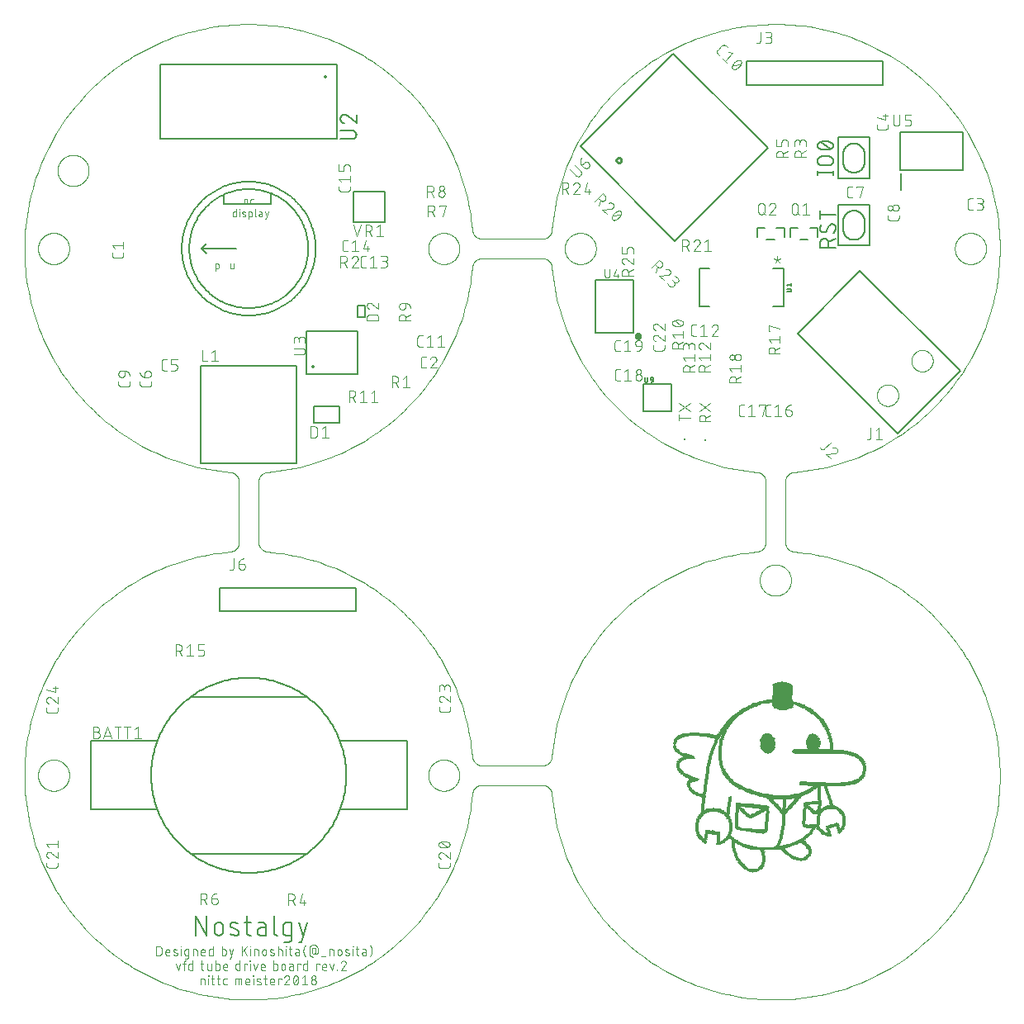
<source format=gto>
G75*
%MOIN*%
%OFA0B0*%
%FSLAX25Y25*%
%IPPOS*%
%LPD*%
%AMOC8*
5,1,8,0,0,1.08239X$1,22.5*
%
%ADD10C,0.00600*%
%ADD11C,0.00000*%
%ADD12C,0.00700*%
%ADD13C,0.00300*%
%ADD14C,0.00400*%
%ADD15C,0.00500*%
%ADD16C,0.00010*%
%ADD17C,0.01414*%
%ADD18C,0.00787*%
%ADD19C,0.01000*%
%ADD20C,0.00591*%
%ADD21R,0.00984X0.00984*%
%ADD22R,0.00286X0.00286*%
%ADD23R,0.03150X0.00286*%
%ADD24R,0.04868X0.00286*%
%ADD25R,0.05440X0.00286*%
%ADD26R,0.06585X0.00286*%
%ADD27R,0.02577X0.00286*%
%ADD28R,0.02577X0.00286*%
%ADD29R,0.02291X0.00286*%
%ADD30R,0.02004X0.00286*%
%ADD31R,0.02004X0.00286*%
%ADD32R,0.01718X0.00286*%
%ADD33R,0.01718X0.00286*%
%ADD34R,0.02004X0.00286*%
%ADD35R,0.01718X0.00286*%
%ADD36R,0.01718X0.00286*%
%ADD37R,0.01432X0.00286*%
%ADD38R,0.01432X0.00286*%
%ADD39R,0.01718X0.00286*%
%ADD40R,0.01432X0.00286*%
%ADD41R,0.01145X0.00286*%
%ADD42R,0.01431X0.00286*%
%ADD43R,0.01431X0.00286*%
%ADD44R,0.00573X0.00286*%
%ADD45R,0.03722X0.00286*%
%ADD46R,0.04581X0.00286*%
%ADD47R,0.06013X0.00286*%
%ADD48R,0.01431X0.00286*%
%ADD49R,0.06872X0.00286*%
%ADD50R,0.02291X0.00286*%
%ADD51R,0.02863X0.00286*%
%ADD52R,0.01145X0.00286*%
%ADD53R,0.02291X0.00286*%
%ADD54R,0.02291X0.00286*%
%ADD55R,0.01146X0.00286*%
%ADD56R,0.02004X0.00286*%
%ADD57R,0.08876X0.00286*%
%ADD58R,0.13744X0.00286*%
%ADD59R,0.15462X0.00286*%
%ADD60R,0.17180X0.00286*%
%ADD61R,0.05727X0.00286*%
%ADD62R,0.06586X0.00286*%
%ADD63R,0.04581X0.00286*%
%ADD64R,0.03722X0.00286*%
%ADD65R,0.04581X0.00286*%
%ADD66R,0.04009X0.00286*%
%ADD67R,0.02291X0.00286*%
%ADD68R,0.01145X0.00286*%
%ADD69R,0.03722X0.00286*%
%ADD70R,0.00572X0.00286*%
%ADD71R,0.02863X0.00286*%
%ADD72R,0.03436X0.00286*%
%ADD73R,0.03150X0.00286*%
%ADD74R,0.04009X0.00286*%
%ADD75R,0.05727X0.00286*%
%ADD76R,0.03436X0.00286*%
%ADD77R,0.04581X0.00286*%
%ADD78R,0.02004X0.00286*%
%ADD79R,0.02863X0.00286*%
%ADD80R,0.01718X0.00286*%
%ADD81R,0.06299X0.00286*%
%ADD82R,0.00859X0.00286*%
%ADD83R,0.04009X0.00286*%
%ADD84R,0.00287X0.00286*%
%ADD85R,0.04295X0.00286*%
%ADD86R,0.05726X0.00286*%
%ADD87R,0.06586X0.00286*%
%ADD88R,0.08590X0.00286*%
%ADD89R,0.02004X0.00286*%
%ADD90R,0.11167X0.00286*%
%ADD91R,0.12312X0.00286*%
%ADD92R,0.08590X0.00286*%
%ADD93R,0.03150X0.00286*%
%ADD94R,0.04008X0.00286*%
%ADD95R,0.06585X0.00286*%
%ADD96R,0.06585X0.00286*%
%ADD97R,0.06872X0.00286*%
%ADD98R,0.02577X0.00286*%
%ADD99R,0.03722X0.00286*%
%ADD100R,0.02577X0.00286*%
%ADD101R,0.03722X0.00286*%
%ADD102R,0.09449X0.00286*%
%ADD103R,0.03436X0.00286*%
%ADD104R,0.05154X0.00286*%
%ADD105R,0.09163X0.00286*%
%ADD106R,0.06872X0.00286*%
%ADD107R,0.03436X0.00286*%
%ADD108R,0.02863X0.00286*%
%ADD109R,0.02863X0.00286*%
%ADD110R,0.04008X0.00286*%
%ADD111R,0.09163X0.00286*%
%ADD112R,0.06872X0.00286*%
%ADD113R,0.09735X0.00286*%
%ADD114R,0.06013X0.00286*%
%ADD115R,0.13457X0.00286*%
%ADD116R,0.04867X0.00286*%
%ADD117R,0.12885X0.00286*%
%ADD118R,0.10307X0.00286*%
%ADD119R,0.07444X0.00286*%
%ADD120R,0.04867X0.00286*%
%ADD121R,0.07158X0.00286*%
%ADD122R,0.07158X0.00286*%
%ADD123R,0.05727X0.00286*%
%ADD124R,0.10307X0.00286*%
%ADD125R,0.13744X0.00286*%
%ADD126R,0.15176X0.00286*%
%ADD127R,0.00859X0.00286*%
%ADD128R,0.17180X0.00286*%
%ADD129R,0.18611X0.00286*%
%ADD130R,0.06299X0.00286*%
%ADD131R,0.04867X0.00286*%
%ADD132R,0.05154X0.00286*%
%ADD133R,0.05440X0.00286*%
%ADD134R,0.04295X0.00286*%
%ADD135R,0.05154X0.00286*%
%ADD136R,0.04868X0.00286*%
%ADD137R,0.03436X0.00286*%
%ADD138R,0.02577X0.00286*%
%ADD139R,0.03436X0.00286*%
%ADD140R,0.15176X0.00286*%
%ADD141R,0.20616X0.00286*%
%ADD142R,0.22047X0.00286*%
%ADD143R,0.22906X0.00286*%
%ADD144R,0.23479X0.00286*%
%ADD145R,0.10880X0.00286*%
%ADD146R,0.02577X0.00286*%
%ADD147R,0.01146X0.00286*%
%ADD148R,0.01146X0.00286*%
%ADD149R,0.04581X0.00286*%
%ADD150R,0.00286X0.00286*%
%ADD151R,0.06013X0.00286*%
%ADD152R,0.00859X0.00286*%
%ADD153R,0.24624X0.00286*%
%ADD154R,0.24338X0.00286*%
%ADD155R,0.23765X0.00286*%
%ADD156R,0.22334X0.00286*%
%ADD157R,0.20902X0.00286*%
%ADD158R,0.16320X0.00286*%
%ADD159R,0.00859X0.00286*%
%ADD160R,0.05726X0.00286*%
%ADD161R,0.05726X0.00286*%
%ADD162R,0.05441X0.00286*%
%ADD163R,0.04295X0.00286*%
%ADD164R,0.10021X0.00286*%
%ADD165R,0.13457X0.00286*%
%ADD166R,0.11453X0.00286*%
%ADD167R,0.08876X0.00286*%
%ADD168R,0.00572X0.00286*%
%ADD169R,0.02291X0.00286*%
%ADD170R,0.02863X0.00286*%
%ADD171R,0.04868X0.00286*%
%ADD172R,0.08017X0.00286*%
%ADD173R,0.08304X0.00286*%
%ADD174R,0.04008X0.00286*%
%ADD175R,0.08590X0.00286*%
%ADD176R,0.12312X0.00286*%
%ADD177R,0.11453X0.00286*%
%ADD178R,0.16034X0.00286*%
%ADD179R,0.14030X0.00286*%
%ADD180R,0.12312X0.00286*%
%ADD181R,0.10881X0.00286*%
%ADD182R,0.08303X0.00286*%
%ADD183R,0.08303X0.00286*%
%ADD184R,0.08303X0.00286*%
%ADD185R,0.08017X0.00286*%
%ADD186R,0.08017X0.00286*%
%ADD187R,0.08017X0.00286*%
%ADD188R,0.07731X0.00286*%
%ADD189R,0.06013X0.00286*%
D10*
X0365933Y0305007D02*
X0365933Y0306785D01*
X0365933Y0305007D02*
X0372333Y0305007D01*
X0369489Y0305007D02*
X0369489Y0306785D01*
X0369489Y0307140D02*
X0372333Y0308563D01*
X0369667Y0313764D02*
X0369707Y0313828D01*
X0369750Y0313889D01*
X0369796Y0313948D01*
X0369845Y0314005D01*
X0369897Y0314059D01*
X0369951Y0314110D01*
X0370009Y0314158D01*
X0370068Y0314204D01*
X0370130Y0314246D01*
X0370195Y0314285D01*
X0370261Y0314320D01*
X0370328Y0314352D01*
X0370398Y0314381D01*
X0370468Y0314406D01*
X0370540Y0314427D01*
X0370613Y0314444D01*
X0370687Y0314458D01*
X0370761Y0314467D01*
X0370836Y0314473D01*
X0370911Y0314475D01*
X0370985Y0314473D01*
X0371060Y0314467D01*
X0371133Y0314457D01*
X0371207Y0314444D01*
X0371279Y0314427D01*
X0371350Y0314405D01*
X0371421Y0314381D01*
X0371489Y0314352D01*
X0371557Y0314320D01*
X0371622Y0314284D01*
X0371685Y0314246D01*
X0371747Y0314203D01*
X0371806Y0314158D01*
X0371863Y0314110D01*
X0371917Y0314059D01*
X0371968Y0314005D01*
X0372016Y0313948D01*
X0372061Y0313889D01*
X0372104Y0313827D01*
X0372142Y0313764D01*
X0372178Y0313699D01*
X0372210Y0313631D01*
X0372239Y0313563D01*
X0372263Y0313492D01*
X0372285Y0313421D01*
X0372302Y0313349D01*
X0372315Y0313275D01*
X0372325Y0313202D01*
X0372331Y0313127D01*
X0372333Y0313053D01*
X0369666Y0313764D02*
X0368600Y0311809D01*
X0365933Y0312520D02*
X0365935Y0312621D01*
X0365941Y0312722D01*
X0365950Y0312822D01*
X0365964Y0312922D01*
X0365981Y0313022D01*
X0366001Y0313121D01*
X0366026Y0313218D01*
X0366054Y0313315D01*
X0366086Y0313411D01*
X0366122Y0313506D01*
X0366161Y0313599D01*
X0366203Y0313690D01*
X0366249Y0313780D01*
X0366299Y0313868D01*
X0366351Y0313954D01*
X0366407Y0314038D01*
X0366466Y0314120D01*
X0368599Y0311809D02*
X0368559Y0311745D01*
X0368516Y0311684D01*
X0368470Y0311625D01*
X0368421Y0311568D01*
X0368369Y0311514D01*
X0368315Y0311463D01*
X0368257Y0311415D01*
X0368198Y0311369D01*
X0368136Y0311327D01*
X0368071Y0311288D01*
X0368005Y0311253D01*
X0367938Y0311221D01*
X0367868Y0311192D01*
X0367798Y0311167D01*
X0367726Y0311146D01*
X0367653Y0311129D01*
X0367579Y0311115D01*
X0367505Y0311106D01*
X0367430Y0311100D01*
X0367355Y0311098D01*
X0367281Y0311100D01*
X0367206Y0311106D01*
X0367133Y0311116D01*
X0367059Y0311129D01*
X0366987Y0311146D01*
X0366916Y0311168D01*
X0366845Y0311192D01*
X0366777Y0311221D01*
X0366709Y0311253D01*
X0366644Y0311289D01*
X0366581Y0311327D01*
X0366519Y0311370D01*
X0366460Y0311415D01*
X0366403Y0311463D01*
X0366349Y0311514D01*
X0366298Y0311568D01*
X0366250Y0311625D01*
X0366205Y0311684D01*
X0366162Y0311746D01*
X0366124Y0311809D01*
X0366088Y0311874D01*
X0366056Y0311942D01*
X0366027Y0312010D01*
X0366003Y0312081D01*
X0365981Y0312152D01*
X0365964Y0312224D01*
X0365951Y0312298D01*
X0365941Y0312371D01*
X0365935Y0312446D01*
X0365933Y0312520D01*
X0371444Y0310920D02*
X0371519Y0310997D01*
X0371592Y0311077D01*
X0371661Y0311160D01*
X0371728Y0311245D01*
X0371791Y0311332D01*
X0371851Y0311421D01*
X0371908Y0311513D01*
X0371962Y0311606D01*
X0372012Y0311702D01*
X0372059Y0311799D01*
X0372102Y0311898D01*
X0372142Y0311998D01*
X0372178Y0312099D01*
X0372210Y0312202D01*
X0372239Y0312306D01*
X0372264Y0312411D01*
X0372285Y0312517D01*
X0372302Y0312623D01*
X0372316Y0312730D01*
X0372325Y0312838D01*
X0372331Y0312945D01*
X0372333Y0313053D01*
X0365933Y0316459D02*
X0365933Y0320014D01*
X0365933Y0318236D02*
X0372333Y0318236D01*
X0369489Y0306785D02*
X0369487Y0306868D01*
X0369481Y0306951D01*
X0369471Y0307034D01*
X0369458Y0307117D01*
X0369440Y0307198D01*
X0369419Y0307279D01*
X0369394Y0307358D01*
X0369365Y0307436D01*
X0369333Y0307513D01*
X0369297Y0307588D01*
X0369258Y0307662D01*
X0369215Y0307733D01*
X0369169Y0307803D01*
X0369119Y0307870D01*
X0369067Y0307935D01*
X0369012Y0307997D01*
X0368953Y0308057D01*
X0368892Y0308114D01*
X0368829Y0308168D01*
X0368763Y0308219D01*
X0368694Y0308266D01*
X0368624Y0308311D01*
X0368551Y0308352D01*
X0368477Y0308389D01*
X0368401Y0308424D01*
X0368323Y0308454D01*
X0368245Y0308481D01*
X0368164Y0308504D01*
X0368083Y0308524D01*
X0368001Y0308539D01*
X0367919Y0308551D01*
X0367836Y0308559D01*
X0367753Y0308563D01*
X0367669Y0308563D01*
X0367586Y0308559D01*
X0367503Y0308551D01*
X0367421Y0308539D01*
X0367339Y0308524D01*
X0367258Y0308504D01*
X0367177Y0308481D01*
X0367099Y0308454D01*
X0367021Y0308424D01*
X0366945Y0308389D01*
X0366871Y0308352D01*
X0366798Y0308311D01*
X0366728Y0308266D01*
X0366659Y0308219D01*
X0366593Y0308168D01*
X0366530Y0308114D01*
X0366469Y0308057D01*
X0366410Y0307997D01*
X0366355Y0307935D01*
X0366303Y0307870D01*
X0366253Y0307803D01*
X0366207Y0307733D01*
X0366164Y0307662D01*
X0366125Y0307588D01*
X0366089Y0307513D01*
X0366057Y0307436D01*
X0366028Y0307358D01*
X0366003Y0307279D01*
X0365982Y0307198D01*
X0365964Y0307117D01*
X0365951Y0307034D01*
X0365941Y0306951D01*
X0365935Y0306868D01*
X0365933Y0306785D01*
X0364910Y0334377D02*
X0364910Y0335799D01*
X0364910Y0335088D02*
X0371310Y0335088D01*
X0371310Y0334377D02*
X0371310Y0335799D01*
X0369532Y0338234D02*
X0366687Y0338234D01*
X0366687Y0338233D02*
X0366604Y0338235D01*
X0366521Y0338241D01*
X0366438Y0338251D01*
X0366355Y0338264D01*
X0366274Y0338282D01*
X0366193Y0338303D01*
X0366114Y0338328D01*
X0366036Y0338357D01*
X0365959Y0338389D01*
X0365884Y0338425D01*
X0365810Y0338464D01*
X0365739Y0338507D01*
X0365669Y0338553D01*
X0365602Y0338603D01*
X0365537Y0338655D01*
X0365475Y0338710D01*
X0365415Y0338769D01*
X0365358Y0338830D01*
X0365304Y0338893D01*
X0365253Y0338959D01*
X0365206Y0339028D01*
X0365161Y0339098D01*
X0365120Y0339171D01*
X0365083Y0339245D01*
X0365048Y0339321D01*
X0365018Y0339399D01*
X0364991Y0339477D01*
X0364968Y0339558D01*
X0364948Y0339639D01*
X0364933Y0339721D01*
X0364921Y0339803D01*
X0364913Y0339886D01*
X0364909Y0339969D01*
X0364909Y0340053D01*
X0364913Y0340136D01*
X0364921Y0340219D01*
X0364933Y0340301D01*
X0364948Y0340383D01*
X0364968Y0340464D01*
X0364991Y0340545D01*
X0365018Y0340623D01*
X0365048Y0340701D01*
X0365083Y0340777D01*
X0365120Y0340851D01*
X0365161Y0340924D01*
X0365206Y0340994D01*
X0365253Y0341063D01*
X0365304Y0341129D01*
X0365358Y0341192D01*
X0365415Y0341253D01*
X0365475Y0341312D01*
X0365537Y0341367D01*
X0365602Y0341419D01*
X0365669Y0341469D01*
X0365739Y0341515D01*
X0365810Y0341558D01*
X0365884Y0341597D01*
X0365959Y0341633D01*
X0366036Y0341665D01*
X0366114Y0341694D01*
X0366193Y0341719D01*
X0366274Y0341740D01*
X0366355Y0341758D01*
X0366438Y0341771D01*
X0366521Y0341781D01*
X0366604Y0341787D01*
X0366687Y0341789D01*
X0369532Y0341789D01*
X0370421Y0347410D02*
X0370294Y0347470D01*
X0370165Y0347526D01*
X0370035Y0347579D01*
X0369903Y0347629D01*
X0369770Y0347675D01*
X0369636Y0347717D01*
X0369501Y0347756D01*
X0369364Y0347792D01*
X0369227Y0347823D01*
X0369089Y0347851D01*
X0368951Y0347876D01*
X0368812Y0347896D01*
X0368672Y0347913D01*
X0368532Y0347926D01*
X0368391Y0347935D01*
X0368251Y0347941D01*
X0368110Y0347943D01*
X0368110Y0344388D02*
X0367969Y0344390D01*
X0367829Y0344396D01*
X0367688Y0344405D01*
X0367548Y0344418D01*
X0367408Y0344435D01*
X0367269Y0344455D01*
X0367131Y0344480D01*
X0366993Y0344508D01*
X0366856Y0344539D01*
X0366719Y0344575D01*
X0366584Y0344614D01*
X0366450Y0344656D01*
X0366317Y0344702D01*
X0366185Y0344752D01*
X0366055Y0344805D01*
X0365926Y0344861D01*
X0365799Y0344921D01*
X0364909Y0346166D02*
X0364911Y0346237D01*
X0364917Y0346308D01*
X0364926Y0346378D01*
X0364940Y0346448D01*
X0364957Y0346517D01*
X0364977Y0346584D01*
X0365002Y0346651D01*
X0365030Y0346716D01*
X0365061Y0346780D01*
X0365096Y0346842D01*
X0365134Y0346902D01*
X0365175Y0346960D01*
X0365219Y0347015D01*
X0365267Y0347068D01*
X0365317Y0347118D01*
X0365369Y0347166D01*
X0365424Y0347211D01*
X0365482Y0347252D01*
X0365542Y0347291D01*
X0365603Y0347326D01*
X0365667Y0347358D01*
X0365732Y0347386D01*
X0365798Y0347411D01*
X0366332Y0347588D02*
X0369887Y0344743D01*
X0371310Y0346166D02*
X0371308Y0346237D01*
X0371302Y0346308D01*
X0371293Y0346378D01*
X0371279Y0346448D01*
X0371262Y0346517D01*
X0371242Y0346584D01*
X0371217Y0346651D01*
X0371189Y0346716D01*
X0371158Y0346780D01*
X0371123Y0346842D01*
X0371085Y0346902D01*
X0371044Y0346959D01*
X0371000Y0347015D01*
X0370952Y0347068D01*
X0370902Y0347118D01*
X0370850Y0347166D01*
X0370795Y0347211D01*
X0370737Y0347252D01*
X0370677Y0347291D01*
X0370616Y0347326D01*
X0370552Y0347358D01*
X0370487Y0347386D01*
X0370421Y0347411D01*
X0371310Y0346166D02*
X0371308Y0346095D01*
X0371302Y0346024D01*
X0371293Y0345954D01*
X0371279Y0345884D01*
X0371262Y0345815D01*
X0371242Y0345748D01*
X0371217Y0345681D01*
X0371189Y0345616D01*
X0371158Y0345552D01*
X0371123Y0345490D01*
X0371085Y0345430D01*
X0371044Y0345372D01*
X0371000Y0345317D01*
X0370952Y0345264D01*
X0370902Y0345214D01*
X0370850Y0345166D01*
X0370795Y0345121D01*
X0370737Y0345080D01*
X0370677Y0345041D01*
X0370616Y0345006D01*
X0370552Y0344974D01*
X0370487Y0344946D01*
X0370421Y0344921D01*
X0368110Y0347943D02*
X0367969Y0347941D01*
X0367829Y0347935D01*
X0367688Y0347926D01*
X0367548Y0347913D01*
X0367408Y0347896D01*
X0367269Y0347876D01*
X0367131Y0347851D01*
X0366993Y0347823D01*
X0366856Y0347792D01*
X0366719Y0347756D01*
X0366584Y0347717D01*
X0366450Y0347675D01*
X0366317Y0347629D01*
X0366185Y0347579D01*
X0366055Y0347526D01*
X0365926Y0347470D01*
X0365799Y0347410D01*
X0364909Y0346166D02*
X0364911Y0346095D01*
X0364917Y0346024D01*
X0364926Y0345954D01*
X0364940Y0345884D01*
X0364957Y0345815D01*
X0364977Y0345748D01*
X0365002Y0345681D01*
X0365030Y0345616D01*
X0365061Y0345552D01*
X0365096Y0345490D01*
X0365134Y0345430D01*
X0365175Y0345372D01*
X0365219Y0345317D01*
X0365267Y0345264D01*
X0365317Y0345214D01*
X0365369Y0345166D01*
X0365424Y0345121D01*
X0365482Y0345080D01*
X0365542Y0345041D01*
X0365603Y0345006D01*
X0365667Y0344974D01*
X0365732Y0344946D01*
X0365798Y0344921D01*
X0369532Y0341789D02*
X0369615Y0341787D01*
X0369698Y0341781D01*
X0369781Y0341771D01*
X0369864Y0341758D01*
X0369945Y0341740D01*
X0370026Y0341719D01*
X0370105Y0341694D01*
X0370183Y0341665D01*
X0370260Y0341633D01*
X0370335Y0341597D01*
X0370409Y0341558D01*
X0370480Y0341515D01*
X0370550Y0341469D01*
X0370617Y0341419D01*
X0370682Y0341367D01*
X0370744Y0341312D01*
X0370804Y0341253D01*
X0370861Y0341192D01*
X0370915Y0341129D01*
X0370966Y0341063D01*
X0371013Y0340994D01*
X0371058Y0340924D01*
X0371099Y0340851D01*
X0371136Y0340777D01*
X0371171Y0340701D01*
X0371201Y0340623D01*
X0371228Y0340545D01*
X0371251Y0340464D01*
X0371271Y0340383D01*
X0371286Y0340301D01*
X0371298Y0340219D01*
X0371306Y0340136D01*
X0371310Y0340053D01*
X0371310Y0339969D01*
X0371306Y0339886D01*
X0371298Y0339803D01*
X0371286Y0339721D01*
X0371271Y0339639D01*
X0371251Y0339558D01*
X0371228Y0339477D01*
X0371201Y0339399D01*
X0371171Y0339321D01*
X0371136Y0339245D01*
X0371099Y0339171D01*
X0371058Y0339098D01*
X0371013Y0339028D01*
X0370966Y0338959D01*
X0370915Y0338893D01*
X0370861Y0338830D01*
X0370804Y0338769D01*
X0370744Y0338710D01*
X0370682Y0338655D01*
X0370617Y0338603D01*
X0370550Y0338553D01*
X0370480Y0338507D01*
X0370409Y0338464D01*
X0370335Y0338425D01*
X0370260Y0338389D01*
X0370183Y0338357D01*
X0370105Y0338328D01*
X0370026Y0338303D01*
X0369945Y0338282D01*
X0369864Y0338264D01*
X0369781Y0338251D01*
X0369698Y0338241D01*
X0369615Y0338235D01*
X0369532Y0338233D01*
X0368110Y0344388D02*
X0368251Y0344390D01*
X0368391Y0344396D01*
X0368532Y0344405D01*
X0368672Y0344418D01*
X0368812Y0344435D01*
X0368951Y0344455D01*
X0369089Y0344480D01*
X0369227Y0344508D01*
X0369364Y0344539D01*
X0369501Y0344575D01*
X0369636Y0344614D01*
X0369770Y0344656D01*
X0369903Y0344702D01*
X0370035Y0344752D01*
X0370165Y0344805D01*
X0370294Y0344861D01*
X0370421Y0344921D01*
X0178829Y0355126D02*
X0178829Y0358682D01*
X0178829Y0355126D02*
X0175274Y0358148D01*
X0172429Y0357082D02*
X0172431Y0356993D01*
X0172437Y0356904D01*
X0172446Y0356815D01*
X0172460Y0356727D01*
X0172477Y0356640D01*
X0172498Y0356553D01*
X0172523Y0356467D01*
X0172551Y0356383D01*
X0172584Y0356300D01*
X0172619Y0356218D01*
X0172659Y0356138D01*
X0172701Y0356060D01*
X0172747Y0355983D01*
X0172796Y0355909D01*
X0172849Y0355837D01*
X0172904Y0355767D01*
X0172963Y0355700D01*
X0173024Y0355635D01*
X0173088Y0355573D01*
X0173155Y0355514D01*
X0173224Y0355458D01*
X0173296Y0355405D01*
X0173370Y0355355D01*
X0173446Y0355308D01*
X0173523Y0355265D01*
X0173603Y0355225D01*
X0173684Y0355188D01*
X0173767Y0355155D01*
X0173852Y0355126D01*
X0175274Y0358149D02*
X0175216Y0358206D01*
X0175155Y0358262D01*
X0175092Y0358314D01*
X0175027Y0358363D01*
X0174959Y0358409D01*
X0174889Y0358451D01*
X0174817Y0358491D01*
X0174744Y0358526D01*
X0174668Y0358559D01*
X0174592Y0358587D01*
X0174514Y0358612D01*
X0174435Y0358633D01*
X0174355Y0358651D01*
X0174274Y0358664D01*
X0174193Y0358674D01*
X0174111Y0358680D01*
X0174029Y0358682D01*
X0173950Y0358680D01*
X0173872Y0358674D01*
X0173794Y0358665D01*
X0173717Y0358651D01*
X0173640Y0358634D01*
X0173565Y0358613D01*
X0173490Y0358588D01*
X0173417Y0358560D01*
X0173345Y0358528D01*
X0173275Y0358493D01*
X0173206Y0358454D01*
X0173140Y0358412D01*
X0173076Y0358367D01*
X0173014Y0358319D01*
X0172955Y0358268D01*
X0172898Y0358213D01*
X0172843Y0358156D01*
X0172792Y0358097D01*
X0172744Y0358035D01*
X0172699Y0357971D01*
X0172657Y0357905D01*
X0172618Y0357836D01*
X0172583Y0357766D01*
X0172551Y0357694D01*
X0172523Y0357621D01*
X0172498Y0357546D01*
X0172477Y0357471D01*
X0172460Y0357394D01*
X0172446Y0357317D01*
X0172437Y0357239D01*
X0172431Y0357161D01*
X0172429Y0357082D01*
X0172429Y0352322D02*
X0177051Y0352322D01*
X0177051Y0352323D02*
X0177134Y0352321D01*
X0177217Y0352315D01*
X0177300Y0352305D01*
X0177383Y0352292D01*
X0177464Y0352274D01*
X0177545Y0352253D01*
X0177624Y0352228D01*
X0177702Y0352199D01*
X0177779Y0352167D01*
X0177854Y0352131D01*
X0177928Y0352092D01*
X0177999Y0352049D01*
X0178069Y0352003D01*
X0178136Y0351953D01*
X0178201Y0351901D01*
X0178263Y0351846D01*
X0178323Y0351787D01*
X0178380Y0351726D01*
X0178434Y0351663D01*
X0178485Y0351597D01*
X0178532Y0351528D01*
X0178577Y0351458D01*
X0178618Y0351385D01*
X0178655Y0351311D01*
X0178690Y0351235D01*
X0178720Y0351157D01*
X0178747Y0351079D01*
X0178770Y0350998D01*
X0178790Y0350917D01*
X0178805Y0350835D01*
X0178817Y0350753D01*
X0178825Y0350670D01*
X0178829Y0350587D01*
X0178829Y0350503D01*
X0178825Y0350420D01*
X0178817Y0350337D01*
X0178805Y0350255D01*
X0178790Y0350173D01*
X0178770Y0350092D01*
X0178747Y0350011D01*
X0178720Y0349933D01*
X0178690Y0349855D01*
X0178655Y0349779D01*
X0178618Y0349705D01*
X0178577Y0349632D01*
X0178532Y0349562D01*
X0178485Y0349493D01*
X0178434Y0349427D01*
X0178380Y0349364D01*
X0178323Y0349303D01*
X0178263Y0349244D01*
X0178201Y0349189D01*
X0178136Y0349137D01*
X0178069Y0349087D01*
X0177999Y0349041D01*
X0177928Y0348998D01*
X0177854Y0348959D01*
X0177779Y0348923D01*
X0177702Y0348891D01*
X0177624Y0348862D01*
X0177545Y0348837D01*
X0177464Y0348816D01*
X0177383Y0348798D01*
X0177300Y0348785D01*
X0177217Y0348775D01*
X0177134Y0348769D01*
X0177051Y0348767D01*
X0172429Y0348767D01*
X0170861Y0348880D02*
X0099602Y0348880D01*
X0099602Y0378802D01*
X0170861Y0378802D01*
X0170861Y0348880D01*
D11*
X0225626Y0312097D02*
X0225415Y0314300D01*
X0225150Y0316497D01*
X0224831Y0318686D01*
X0224459Y0320868D01*
X0224033Y0323039D01*
X0223555Y0325200D01*
X0223024Y0327348D01*
X0222441Y0329483D01*
X0221806Y0331603D01*
X0221119Y0333706D01*
X0220381Y0335793D01*
X0219592Y0337860D01*
X0218753Y0339908D01*
X0217864Y0341934D01*
X0216926Y0343939D01*
X0215939Y0345919D01*
X0214904Y0347875D01*
X0213822Y0349805D01*
X0212693Y0351709D01*
X0211517Y0353583D01*
X0210296Y0355429D01*
X0209031Y0357244D01*
X0207721Y0359028D01*
X0206368Y0360779D01*
X0204973Y0362497D01*
X0203536Y0364180D01*
X0202059Y0365828D01*
X0200542Y0367439D01*
X0198986Y0369012D01*
X0197391Y0370547D01*
X0195760Y0372042D01*
X0194093Y0373497D01*
X0192391Y0374911D01*
X0190654Y0376283D01*
X0188885Y0377612D01*
X0187084Y0378897D01*
X0185252Y0380138D01*
X0183390Y0381334D01*
X0181499Y0382484D01*
X0179581Y0383588D01*
X0177636Y0384644D01*
X0175667Y0385653D01*
X0173673Y0386613D01*
X0171656Y0387524D01*
X0169618Y0388385D01*
X0167559Y0389197D01*
X0165481Y0389957D01*
X0163385Y0390667D01*
X0161272Y0391326D01*
X0159144Y0391932D01*
X0157002Y0392487D01*
X0154847Y0392989D01*
X0152680Y0393438D01*
X0150502Y0393834D01*
X0148316Y0394176D01*
X0146122Y0394466D01*
X0143922Y0394701D01*
X0141717Y0394883D01*
X0139507Y0395010D01*
X0137296Y0395084D01*
X0135083Y0395103D01*
X0132870Y0395069D01*
X0130659Y0394980D01*
X0128451Y0394838D01*
X0126247Y0394641D01*
X0124048Y0394391D01*
X0121856Y0394087D01*
X0119672Y0393730D01*
X0117498Y0393319D01*
X0115334Y0392855D01*
X0113182Y0392339D01*
X0111043Y0391770D01*
X0108919Y0391149D01*
X0106811Y0390477D01*
X0104720Y0389753D01*
X0102647Y0388978D01*
X0100594Y0388153D01*
X0098561Y0387277D01*
X0096551Y0386353D01*
X0094564Y0385379D01*
X0092601Y0384358D01*
X0090663Y0383288D01*
X0088753Y0382172D01*
X0086870Y0381009D01*
X0085016Y0379801D01*
X0083192Y0378547D01*
X0081400Y0377250D01*
X0079639Y0375909D01*
X0077912Y0374525D01*
X0076220Y0373100D01*
X0074562Y0371634D01*
X0072941Y0370127D01*
X0071357Y0368582D01*
X0069812Y0366998D01*
X0068305Y0365377D01*
X0066839Y0363719D01*
X0065414Y0362027D01*
X0064030Y0360300D01*
X0062689Y0358539D01*
X0061392Y0356747D01*
X0060138Y0354923D01*
X0058930Y0353069D01*
X0057767Y0351186D01*
X0056651Y0349276D01*
X0055581Y0347338D01*
X0054560Y0345375D01*
X0053586Y0343388D01*
X0052662Y0341378D01*
X0051786Y0339345D01*
X0050961Y0337292D01*
X0050186Y0335219D01*
X0049462Y0333128D01*
X0048790Y0331020D01*
X0048169Y0328896D01*
X0047600Y0326757D01*
X0047084Y0324605D01*
X0046620Y0322441D01*
X0046209Y0320267D01*
X0045852Y0318083D01*
X0045548Y0315891D01*
X0045298Y0313692D01*
X0045101Y0311488D01*
X0044959Y0309280D01*
X0044870Y0307069D01*
X0044836Y0304856D01*
X0044855Y0302643D01*
X0044929Y0300432D01*
X0045056Y0298222D01*
X0045238Y0296017D01*
X0045473Y0293817D01*
X0045763Y0291623D01*
X0046105Y0289437D01*
X0046501Y0287259D01*
X0046950Y0285092D01*
X0047452Y0282937D01*
X0048007Y0280795D01*
X0048613Y0278667D01*
X0049272Y0276554D01*
X0049982Y0274458D01*
X0050742Y0272380D01*
X0051554Y0270321D01*
X0052415Y0268283D01*
X0053326Y0266266D01*
X0054286Y0264272D01*
X0055295Y0262303D01*
X0056351Y0260358D01*
X0057455Y0258440D01*
X0058605Y0256549D01*
X0059801Y0254687D01*
X0061042Y0252855D01*
X0062327Y0251054D01*
X0063656Y0249285D01*
X0065028Y0247548D01*
X0066442Y0245846D01*
X0067897Y0244179D01*
X0069392Y0242548D01*
X0070927Y0240953D01*
X0072500Y0239397D01*
X0074111Y0237880D01*
X0075759Y0236403D01*
X0077442Y0234966D01*
X0079160Y0233571D01*
X0080911Y0232218D01*
X0082695Y0230908D01*
X0084510Y0229643D01*
X0086356Y0228422D01*
X0088230Y0227246D01*
X0090134Y0226117D01*
X0092064Y0225035D01*
X0094020Y0224000D01*
X0096000Y0223013D01*
X0098005Y0222075D01*
X0100031Y0221186D01*
X0102079Y0220347D01*
X0104146Y0219558D01*
X0106233Y0218820D01*
X0108336Y0218133D01*
X0110456Y0217498D01*
X0112591Y0216915D01*
X0114739Y0216384D01*
X0116900Y0215906D01*
X0119071Y0215480D01*
X0121253Y0215108D01*
X0123442Y0214789D01*
X0125639Y0214524D01*
X0127842Y0214313D01*
X0127841Y0214313D02*
X0127965Y0214301D01*
X0128089Y0214285D01*
X0128212Y0214265D01*
X0128334Y0214241D01*
X0128455Y0214213D01*
X0128576Y0214181D01*
X0128695Y0214146D01*
X0128814Y0214107D01*
X0128931Y0214064D01*
X0129046Y0214017D01*
X0129160Y0213967D01*
X0129272Y0213913D01*
X0129383Y0213856D01*
X0129492Y0213795D01*
X0129599Y0213730D01*
X0129703Y0213663D01*
X0129806Y0213592D01*
X0129906Y0213518D01*
X0130004Y0213441D01*
X0130099Y0213360D01*
X0130192Y0213277D01*
X0130282Y0213191D01*
X0130369Y0213102D01*
X0130453Y0213010D01*
X0130535Y0212916D01*
X0130613Y0212819D01*
X0130688Y0212720D01*
X0130761Y0212619D01*
X0130829Y0212515D01*
X0130895Y0212409D01*
X0130957Y0212301D01*
X0131016Y0212191D01*
X0131071Y0212079D01*
X0131123Y0211966D01*
X0131171Y0211851D01*
X0131215Y0211735D01*
X0131256Y0211617D01*
X0131293Y0211498D01*
X0131326Y0211378D01*
X0131355Y0211257D01*
X0131381Y0211135D01*
X0131403Y0211012D01*
X0131420Y0210889D01*
X0131434Y0210765D01*
X0131444Y0210641D01*
X0131450Y0210516D01*
X0131452Y0210392D01*
X0131452Y0186109D01*
X0131452Y0186108D02*
X0131450Y0185984D01*
X0131444Y0185859D01*
X0131434Y0185735D01*
X0131420Y0185611D01*
X0131403Y0185488D01*
X0131381Y0185365D01*
X0131355Y0185243D01*
X0131326Y0185122D01*
X0131293Y0185002D01*
X0131256Y0184883D01*
X0131215Y0184765D01*
X0131171Y0184649D01*
X0131123Y0184534D01*
X0131071Y0184421D01*
X0131016Y0184309D01*
X0130957Y0184199D01*
X0130895Y0184091D01*
X0130829Y0183985D01*
X0130761Y0183881D01*
X0130688Y0183780D01*
X0130613Y0183681D01*
X0130535Y0183584D01*
X0130453Y0183490D01*
X0130369Y0183398D01*
X0130282Y0183309D01*
X0130192Y0183223D01*
X0130099Y0183140D01*
X0130004Y0183059D01*
X0129906Y0182982D01*
X0129806Y0182908D01*
X0129703Y0182837D01*
X0129599Y0182770D01*
X0129492Y0182705D01*
X0129383Y0182644D01*
X0129272Y0182587D01*
X0129160Y0182533D01*
X0129046Y0182483D01*
X0128931Y0182436D01*
X0128814Y0182393D01*
X0128695Y0182354D01*
X0128576Y0182319D01*
X0128455Y0182287D01*
X0128334Y0182259D01*
X0128212Y0182235D01*
X0128089Y0182215D01*
X0127965Y0182199D01*
X0127841Y0182187D01*
X0139326Y0186109D02*
X0139326Y0210392D01*
X0139328Y0210516D01*
X0139334Y0210641D01*
X0139344Y0210765D01*
X0139358Y0210889D01*
X0139375Y0211012D01*
X0139397Y0211135D01*
X0139423Y0211257D01*
X0139452Y0211378D01*
X0139485Y0211498D01*
X0139522Y0211617D01*
X0139563Y0211735D01*
X0139607Y0211851D01*
X0139655Y0211966D01*
X0139707Y0212079D01*
X0139762Y0212191D01*
X0139821Y0212301D01*
X0139883Y0212409D01*
X0139949Y0212515D01*
X0140017Y0212619D01*
X0140090Y0212720D01*
X0140165Y0212819D01*
X0140243Y0212916D01*
X0140325Y0213010D01*
X0140409Y0213102D01*
X0140496Y0213191D01*
X0140586Y0213277D01*
X0140679Y0213360D01*
X0140774Y0213441D01*
X0140872Y0213518D01*
X0140972Y0213592D01*
X0141075Y0213663D01*
X0141179Y0213730D01*
X0141286Y0213795D01*
X0141395Y0213856D01*
X0141506Y0213913D01*
X0141618Y0213967D01*
X0141732Y0214017D01*
X0141847Y0214064D01*
X0141964Y0214107D01*
X0142083Y0214146D01*
X0142202Y0214181D01*
X0142323Y0214213D01*
X0142444Y0214241D01*
X0142566Y0214265D01*
X0142689Y0214285D01*
X0142813Y0214301D01*
X0142937Y0214313D01*
X0139326Y0186108D02*
X0139328Y0185984D01*
X0139334Y0185859D01*
X0139344Y0185735D01*
X0139358Y0185611D01*
X0139375Y0185488D01*
X0139397Y0185365D01*
X0139423Y0185243D01*
X0139452Y0185122D01*
X0139485Y0185002D01*
X0139522Y0184883D01*
X0139563Y0184765D01*
X0139607Y0184649D01*
X0139655Y0184534D01*
X0139707Y0184421D01*
X0139762Y0184309D01*
X0139821Y0184199D01*
X0139883Y0184091D01*
X0139949Y0183985D01*
X0140017Y0183881D01*
X0140090Y0183780D01*
X0140165Y0183681D01*
X0140243Y0183584D01*
X0140325Y0183490D01*
X0140409Y0183398D01*
X0140496Y0183309D01*
X0140586Y0183223D01*
X0140679Y0183140D01*
X0140774Y0183059D01*
X0140872Y0182982D01*
X0140972Y0182908D01*
X0141075Y0182837D01*
X0141179Y0182770D01*
X0141286Y0182705D01*
X0141395Y0182644D01*
X0141506Y0182587D01*
X0141618Y0182533D01*
X0141732Y0182483D01*
X0141847Y0182436D01*
X0141964Y0182393D01*
X0142083Y0182354D01*
X0142202Y0182319D01*
X0142323Y0182287D01*
X0142444Y0182259D01*
X0142566Y0182235D01*
X0142689Y0182215D01*
X0142813Y0182199D01*
X0142937Y0182187D01*
X0225625Y0099499D02*
X0225637Y0099375D01*
X0225653Y0099251D01*
X0225673Y0099128D01*
X0225697Y0099006D01*
X0225725Y0098885D01*
X0225757Y0098764D01*
X0225792Y0098645D01*
X0225831Y0098526D01*
X0225874Y0098409D01*
X0225921Y0098294D01*
X0225971Y0098180D01*
X0226025Y0098068D01*
X0226082Y0097957D01*
X0226143Y0097848D01*
X0226208Y0097741D01*
X0226275Y0097637D01*
X0226346Y0097534D01*
X0226420Y0097434D01*
X0226497Y0097336D01*
X0226578Y0097241D01*
X0226661Y0097148D01*
X0226747Y0097058D01*
X0226836Y0096971D01*
X0226928Y0096887D01*
X0227022Y0096805D01*
X0227119Y0096727D01*
X0227218Y0096652D01*
X0227319Y0096579D01*
X0227423Y0096511D01*
X0227529Y0096445D01*
X0227637Y0096383D01*
X0227747Y0096324D01*
X0227859Y0096269D01*
X0227972Y0096217D01*
X0228087Y0096169D01*
X0228203Y0096125D01*
X0228321Y0096084D01*
X0228440Y0096047D01*
X0228560Y0096014D01*
X0228681Y0095985D01*
X0228803Y0095959D01*
X0228926Y0095937D01*
X0229049Y0095920D01*
X0229173Y0095906D01*
X0229297Y0095896D01*
X0229422Y0095890D01*
X0229546Y0095888D01*
X0229547Y0095888D02*
X0253830Y0095888D01*
X0253954Y0095890D01*
X0254079Y0095896D01*
X0254203Y0095906D01*
X0254327Y0095920D01*
X0254450Y0095937D01*
X0254573Y0095959D01*
X0254695Y0095985D01*
X0254816Y0096014D01*
X0254936Y0096047D01*
X0255055Y0096084D01*
X0255173Y0096125D01*
X0255289Y0096169D01*
X0255404Y0096217D01*
X0255517Y0096269D01*
X0255629Y0096324D01*
X0255739Y0096383D01*
X0255847Y0096445D01*
X0255953Y0096511D01*
X0256057Y0096579D01*
X0256158Y0096652D01*
X0256257Y0096727D01*
X0256354Y0096805D01*
X0256448Y0096887D01*
X0256540Y0096971D01*
X0256629Y0097058D01*
X0256715Y0097148D01*
X0256798Y0097241D01*
X0256879Y0097336D01*
X0256956Y0097434D01*
X0257030Y0097534D01*
X0257101Y0097637D01*
X0257168Y0097741D01*
X0257233Y0097848D01*
X0257294Y0097957D01*
X0257351Y0098068D01*
X0257405Y0098180D01*
X0257455Y0098294D01*
X0257502Y0098409D01*
X0257545Y0098526D01*
X0257584Y0098645D01*
X0257619Y0098764D01*
X0257651Y0098885D01*
X0257679Y0099006D01*
X0257703Y0099128D01*
X0257723Y0099251D01*
X0257739Y0099375D01*
X0257751Y0099499D01*
X0253830Y0088014D02*
X0229547Y0088014D01*
X0229546Y0088015D02*
X0229422Y0088013D01*
X0229297Y0088007D01*
X0229173Y0087997D01*
X0229049Y0087983D01*
X0228926Y0087966D01*
X0228803Y0087944D01*
X0228681Y0087918D01*
X0228560Y0087889D01*
X0228440Y0087856D01*
X0228321Y0087819D01*
X0228203Y0087778D01*
X0228087Y0087734D01*
X0227972Y0087686D01*
X0227859Y0087634D01*
X0227747Y0087579D01*
X0227637Y0087520D01*
X0227529Y0087458D01*
X0227423Y0087392D01*
X0227319Y0087324D01*
X0227218Y0087251D01*
X0227119Y0087176D01*
X0227022Y0087098D01*
X0226928Y0087016D01*
X0226836Y0086932D01*
X0226747Y0086845D01*
X0226661Y0086755D01*
X0226578Y0086662D01*
X0226497Y0086567D01*
X0226420Y0086469D01*
X0226346Y0086369D01*
X0226275Y0086266D01*
X0226208Y0086162D01*
X0226143Y0086055D01*
X0226082Y0085946D01*
X0226025Y0085835D01*
X0225971Y0085723D01*
X0225921Y0085609D01*
X0225874Y0085494D01*
X0225831Y0085377D01*
X0225792Y0085258D01*
X0225757Y0085139D01*
X0225725Y0085018D01*
X0225697Y0084897D01*
X0225673Y0084775D01*
X0225653Y0084652D01*
X0225637Y0084528D01*
X0225625Y0084404D01*
X0207830Y0091951D02*
X0207832Y0092109D01*
X0207838Y0092267D01*
X0207848Y0092425D01*
X0207862Y0092583D01*
X0207880Y0092740D01*
X0207901Y0092897D01*
X0207927Y0093053D01*
X0207957Y0093209D01*
X0207990Y0093364D01*
X0208028Y0093517D01*
X0208069Y0093670D01*
X0208114Y0093822D01*
X0208163Y0093973D01*
X0208216Y0094122D01*
X0208272Y0094270D01*
X0208332Y0094416D01*
X0208396Y0094561D01*
X0208464Y0094704D01*
X0208535Y0094846D01*
X0208609Y0094986D01*
X0208687Y0095123D01*
X0208769Y0095259D01*
X0208853Y0095393D01*
X0208942Y0095524D01*
X0209033Y0095653D01*
X0209128Y0095780D01*
X0209225Y0095905D01*
X0209326Y0096027D01*
X0209430Y0096146D01*
X0209537Y0096263D01*
X0209647Y0096377D01*
X0209760Y0096488D01*
X0209875Y0096597D01*
X0209993Y0096702D01*
X0210114Y0096804D01*
X0210237Y0096904D01*
X0210363Y0097000D01*
X0210491Y0097093D01*
X0210621Y0097183D01*
X0210754Y0097269D01*
X0210889Y0097353D01*
X0211025Y0097432D01*
X0211164Y0097509D01*
X0211305Y0097581D01*
X0211447Y0097651D01*
X0211591Y0097716D01*
X0211737Y0097778D01*
X0211884Y0097836D01*
X0212033Y0097891D01*
X0212183Y0097942D01*
X0212334Y0097989D01*
X0212486Y0098032D01*
X0212639Y0098071D01*
X0212794Y0098107D01*
X0212949Y0098138D01*
X0213105Y0098166D01*
X0213261Y0098190D01*
X0213418Y0098210D01*
X0213576Y0098226D01*
X0213733Y0098238D01*
X0213892Y0098246D01*
X0214050Y0098250D01*
X0214208Y0098250D01*
X0214366Y0098246D01*
X0214525Y0098238D01*
X0214682Y0098226D01*
X0214840Y0098210D01*
X0214997Y0098190D01*
X0215153Y0098166D01*
X0215309Y0098138D01*
X0215464Y0098107D01*
X0215619Y0098071D01*
X0215772Y0098032D01*
X0215924Y0097989D01*
X0216075Y0097942D01*
X0216225Y0097891D01*
X0216374Y0097836D01*
X0216521Y0097778D01*
X0216667Y0097716D01*
X0216811Y0097651D01*
X0216953Y0097581D01*
X0217094Y0097509D01*
X0217233Y0097432D01*
X0217369Y0097353D01*
X0217504Y0097269D01*
X0217637Y0097183D01*
X0217767Y0097093D01*
X0217895Y0097000D01*
X0218021Y0096904D01*
X0218144Y0096804D01*
X0218265Y0096702D01*
X0218383Y0096597D01*
X0218498Y0096488D01*
X0218611Y0096377D01*
X0218721Y0096263D01*
X0218828Y0096146D01*
X0218932Y0096027D01*
X0219033Y0095905D01*
X0219130Y0095780D01*
X0219225Y0095653D01*
X0219316Y0095524D01*
X0219405Y0095393D01*
X0219489Y0095259D01*
X0219571Y0095123D01*
X0219649Y0094986D01*
X0219723Y0094846D01*
X0219794Y0094704D01*
X0219862Y0094561D01*
X0219926Y0094416D01*
X0219986Y0094270D01*
X0220042Y0094122D01*
X0220095Y0093973D01*
X0220144Y0093822D01*
X0220189Y0093670D01*
X0220230Y0093517D01*
X0220268Y0093364D01*
X0220301Y0093209D01*
X0220331Y0093053D01*
X0220357Y0092897D01*
X0220378Y0092740D01*
X0220396Y0092583D01*
X0220410Y0092425D01*
X0220420Y0092267D01*
X0220426Y0092109D01*
X0220428Y0091951D01*
X0220426Y0091793D01*
X0220420Y0091635D01*
X0220410Y0091477D01*
X0220396Y0091319D01*
X0220378Y0091162D01*
X0220357Y0091005D01*
X0220331Y0090849D01*
X0220301Y0090693D01*
X0220268Y0090538D01*
X0220230Y0090385D01*
X0220189Y0090232D01*
X0220144Y0090080D01*
X0220095Y0089929D01*
X0220042Y0089780D01*
X0219986Y0089632D01*
X0219926Y0089486D01*
X0219862Y0089341D01*
X0219794Y0089198D01*
X0219723Y0089056D01*
X0219649Y0088916D01*
X0219571Y0088779D01*
X0219489Y0088643D01*
X0219405Y0088509D01*
X0219316Y0088378D01*
X0219225Y0088249D01*
X0219130Y0088122D01*
X0219033Y0087997D01*
X0218932Y0087875D01*
X0218828Y0087756D01*
X0218721Y0087639D01*
X0218611Y0087525D01*
X0218498Y0087414D01*
X0218383Y0087305D01*
X0218265Y0087200D01*
X0218144Y0087098D01*
X0218021Y0086998D01*
X0217895Y0086902D01*
X0217767Y0086809D01*
X0217637Y0086719D01*
X0217504Y0086633D01*
X0217369Y0086549D01*
X0217233Y0086470D01*
X0217094Y0086393D01*
X0216953Y0086321D01*
X0216811Y0086251D01*
X0216667Y0086186D01*
X0216521Y0086124D01*
X0216374Y0086066D01*
X0216225Y0086011D01*
X0216075Y0085960D01*
X0215924Y0085913D01*
X0215772Y0085870D01*
X0215619Y0085831D01*
X0215464Y0085795D01*
X0215309Y0085764D01*
X0215153Y0085736D01*
X0214997Y0085712D01*
X0214840Y0085692D01*
X0214682Y0085676D01*
X0214525Y0085664D01*
X0214366Y0085656D01*
X0214208Y0085652D01*
X0214050Y0085652D01*
X0213892Y0085656D01*
X0213733Y0085664D01*
X0213576Y0085676D01*
X0213418Y0085692D01*
X0213261Y0085712D01*
X0213105Y0085736D01*
X0212949Y0085764D01*
X0212794Y0085795D01*
X0212639Y0085831D01*
X0212486Y0085870D01*
X0212334Y0085913D01*
X0212183Y0085960D01*
X0212033Y0086011D01*
X0211884Y0086066D01*
X0211737Y0086124D01*
X0211591Y0086186D01*
X0211447Y0086251D01*
X0211305Y0086321D01*
X0211164Y0086393D01*
X0211025Y0086470D01*
X0210889Y0086549D01*
X0210754Y0086633D01*
X0210621Y0086719D01*
X0210491Y0086809D01*
X0210363Y0086902D01*
X0210237Y0086998D01*
X0210114Y0087098D01*
X0209993Y0087200D01*
X0209875Y0087305D01*
X0209760Y0087414D01*
X0209647Y0087525D01*
X0209537Y0087639D01*
X0209430Y0087756D01*
X0209326Y0087875D01*
X0209225Y0087997D01*
X0209128Y0088122D01*
X0209033Y0088249D01*
X0208942Y0088378D01*
X0208853Y0088509D01*
X0208769Y0088643D01*
X0208687Y0088779D01*
X0208609Y0088916D01*
X0208535Y0089056D01*
X0208464Y0089198D01*
X0208396Y0089341D01*
X0208332Y0089486D01*
X0208272Y0089632D01*
X0208216Y0089780D01*
X0208163Y0089929D01*
X0208114Y0090080D01*
X0208069Y0090232D01*
X0208028Y0090385D01*
X0207990Y0090538D01*
X0207957Y0090693D01*
X0207927Y0090849D01*
X0207901Y0091005D01*
X0207880Y0091162D01*
X0207862Y0091319D01*
X0207848Y0091477D01*
X0207838Y0091635D01*
X0207832Y0091793D01*
X0207830Y0091951D01*
X0253830Y0088015D02*
X0253954Y0088013D01*
X0254079Y0088007D01*
X0254203Y0087997D01*
X0254327Y0087983D01*
X0254450Y0087966D01*
X0254573Y0087944D01*
X0254695Y0087918D01*
X0254816Y0087889D01*
X0254936Y0087856D01*
X0255055Y0087819D01*
X0255173Y0087778D01*
X0255289Y0087734D01*
X0255404Y0087686D01*
X0255517Y0087634D01*
X0255629Y0087579D01*
X0255739Y0087520D01*
X0255847Y0087458D01*
X0255953Y0087392D01*
X0256057Y0087324D01*
X0256158Y0087251D01*
X0256257Y0087176D01*
X0256354Y0087098D01*
X0256448Y0087016D01*
X0256540Y0086932D01*
X0256629Y0086845D01*
X0256715Y0086755D01*
X0256798Y0086662D01*
X0256879Y0086567D01*
X0256956Y0086469D01*
X0257030Y0086369D01*
X0257101Y0086266D01*
X0257168Y0086162D01*
X0257233Y0086055D01*
X0257294Y0085946D01*
X0257351Y0085835D01*
X0257405Y0085723D01*
X0257455Y0085609D01*
X0257502Y0085494D01*
X0257545Y0085377D01*
X0257584Y0085258D01*
X0257619Y0085139D01*
X0257651Y0085018D01*
X0257679Y0084897D01*
X0257703Y0084775D01*
X0257723Y0084652D01*
X0257739Y0084528D01*
X0257751Y0084404D01*
X0257752Y0099498D02*
X0257961Y0101680D01*
X0258223Y0103856D01*
X0258537Y0106025D01*
X0258904Y0108186D01*
X0259323Y0110338D01*
X0259794Y0112478D01*
X0260317Y0114607D01*
X0260891Y0116722D01*
X0261516Y0118823D01*
X0262191Y0120908D01*
X0262917Y0122976D01*
X0263693Y0125026D01*
X0264518Y0127056D01*
X0265392Y0129066D01*
X0266315Y0131054D01*
X0267285Y0133020D01*
X0268303Y0134961D01*
X0269367Y0136877D01*
X0270477Y0138767D01*
X0271633Y0140629D01*
X0272833Y0142463D01*
X0274078Y0144267D01*
X0275366Y0146040D01*
X0276696Y0147782D01*
X0278068Y0149491D01*
X0279481Y0151167D01*
X0280935Y0152807D01*
X0282427Y0154412D01*
X0283958Y0155981D01*
X0285527Y0157512D01*
X0287132Y0159004D01*
X0288772Y0160458D01*
X0290448Y0161871D01*
X0292157Y0163243D01*
X0293899Y0164573D01*
X0295672Y0165861D01*
X0297476Y0167106D01*
X0299310Y0168306D01*
X0301172Y0169462D01*
X0303062Y0170572D01*
X0304978Y0171636D01*
X0306919Y0172654D01*
X0308885Y0173624D01*
X0310873Y0174547D01*
X0312883Y0175421D01*
X0314913Y0176246D01*
X0316963Y0177022D01*
X0319031Y0177748D01*
X0321116Y0178423D01*
X0323217Y0179048D01*
X0325332Y0179622D01*
X0327461Y0180145D01*
X0329601Y0180616D01*
X0331753Y0181035D01*
X0333914Y0181402D01*
X0336083Y0181716D01*
X0338259Y0181978D01*
X0340441Y0182187D01*
X0340440Y0182187D02*
X0340564Y0182199D01*
X0340688Y0182215D01*
X0340811Y0182235D01*
X0340933Y0182259D01*
X0341054Y0182287D01*
X0341175Y0182319D01*
X0341294Y0182354D01*
X0341413Y0182393D01*
X0341530Y0182436D01*
X0341645Y0182483D01*
X0341759Y0182533D01*
X0341871Y0182587D01*
X0341982Y0182644D01*
X0342091Y0182705D01*
X0342198Y0182770D01*
X0342302Y0182837D01*
X0342405Y0182908D01*
X0342505Y0182982D01*
X0342603Y0183059D01*
X0342698Y0183140D01*
X0342791Y0183223D01*
X0342881Y0183309D01*
X0342968Y0183398D01*
X0343052Y0183490D01*
X0343134Y0183584D01*
X0343212Y0183681D01*
X0343287Y0183780D01*
X0343360Y0183881D01*
X0343428Y0183985D01*
X0343494Y0184091D01*
X0343556Y0184199D01*
X0343615Y0184309D01*
X0343670Y0184421D01*
X0343722Y0184534D01*
X0343770Y0184649D01*
X0343814Y0184765D01*
X0343855Y0184883D01*
X0343892Y0185002D01*
X0343925Y0185122D01*
X0343954Y0185243D01*
X0343980Y0185365D01*
X0344002Y0185488D01*
X0344019Y0185611D01*
X0344033Y0185735D01*
X0344043Y0185859D01*
X0344049Y0185984D01*
X0344051Y0186108D01*
X0344050Y0186109D02*
X0344050Y0210392D01*
X0344051Y0210392D02*
X0344049Y0210516D01*
X0344043Y0210641D01*
X0344033Y0210765D01*
X0344019Y0210889D01*
X0344002Y0211012D01*
X0343980Y0211135D01*
X0343954Y0211257D01*
X0343925Y0211378D01*
X0343892Y0211498D01*
X0343855Y0211617D01*
X0343814Y0211735D01*
X0343770Y0211851D01*
X0343722Y0211966D01*
X0343670Y0212079D01*
X0343615Y0212191D01*
X0343556Y0212301D01*
X0343494Y0212409D01*
X0343428Y0212515D01*
X0343360Y0212619D01*
X0343287Y0212720D01*
X0343212Y0212819D01*
X0343134Y0212916D01*
X0343052Y0213010D01*
X0342968Y0213102D01*
X0342881Y0213191D01*
X0342791Y0213277D01*
X0342698Y0213360D01*
X0342603Y0213441D01*
X0342505Y0213518D01*
X0342405Y0213592D01*
X0342302Y0213663D01*
X0342198Y0213730D01*
X0342091Y0213795D01*
X0341982Y0213856D01*
X0341871Y0213913D01*
X0341759Y0213967D01*
X0341645Y0214017D01*
X0341530Y0214064D01*
X0341413Y0214107D01*
X0341294Y0214146D01*
X0341175Y0214181D01*
X0341054Y0214213D01*
X0340933Y0214241D01*
X0340811Y0214265D01*
X0340688Y0214285D01*
X0340564Y0214301D01*
X0340440Y0214313D01*
X0351924Y0210392D02*
X0351924Y0186109D01*
X0351924Y0186108D02*
X0351926Y0185984D01*
X0351932Y0185859D01*
X0351942Y0185735D01*
X0351956Y0185611D01*
X0351973Y0185488D01*
X0351995Y0185365D01*
X0352021Y0185243D01*
X0352050Y0185122D01*
X0352083Y0185002D01*
X0352120Y0184883D01*
X0352161Y0184765D01*
X0352205Y0184649D01*
X0352253Y0184534D01*
X0352305Y0184421D01*
X0352360Y0184309D01*
X0352419Y0184199D01*
X0352481Y0184091D01*
X0352547Y0183985D01*
X0352615Y0183881D01*
X0352688Y0183780D01*
X0352763Y0183681D01*
X0352841Y0183584D01*
X0352923Y0183490D01*
X0353007Y0183398D01*
X0353094Y0183309D01*
X0353184Y0183223D01*
X0353277Y0183140D01*
X0353372Y0183059D01*
X0353470Y0182982D01*
X0353570Y0182908D01*
X0353673Y0182837D01*
X0353777Y0182770D01*
X0353884Y0182705D01*
X0353993Y0182644D01*
X0354104Y0182587D01*
X0354216Y0182533D01*
X0354330Y0182483D01*
X0354445Y0182436D01*
X0354562Y0182393D01*
X0354681Y0182354D01*
X0354800Y0182319D01*
X0354921Y0182287D01*
X0355042Y0182259D01*
X0355164Y0182235D01*
X0355287Y0182215D01*
X0355411Y0182199D01*
X0355535Y0182187D01*
X0341688Y0170691D02*
X0341690Y0170849D01*
X0341696Y0171007D01*
X0341706Y0171165D01*
X0341720Y0171323D01*
X0341738Y0171480D01*
X0341759Y0171637D01*
X0341785Y0171793D01*
X0341815Y0171949D01*
X0341848Y0172104D01*
X0341886Y0172257D01*
X0341927Y0172410D01*
X0341972Y0172562D01*
X0342021Y0172713D01*
X0342074Y0172862D01*
X0342130Y0173010D01*
X0342190Y0173156D01*
X0342254Y0173301D01*
X0342322Y0173444D01*
X0342393Y0173586D01*
X0342467Y0173726D01*
X0342545Y0173863D01*
X0342627Y0173999D01*
X0342711Y0174133D01*
X0342800Y0174264D01*
X0342891Y0174393D01*
X0342986Y0174520D01*
X0343083Y0174645D01*
X0343184Y0174767D01*
X0343288Y0174886D01*
X0343395Y0175003D01*
X0343505Y0175117D01*
X0343618Y0175228D01*
X0343733Y0175337D01*
X0343851Y0175442D01*
X0343972Y0175544D01*
X0344095Y0175644D01*
X0344221Y0175740D01*
X0344349Y0175833D01*
X0344479Y0175923D01*
X0344612Y0176009D01*
X0344747Y0176093D01*
X0344883Y0176172D01*
X0345022Y0176249D01*
X0345163Y0176321D01*
X0345305Y0176391D01*
X0345449Y0176456D01*
X0345595Y0176518D01*
X0345742Y0176576D01*
X0345891Y0176631D01*
X0346041Y0176682D01*
X0346192Y0176729D01*
X0346344Y0176772D01*
X0346497Y0176811D01*
X0346652Y0176847D01*
X0346807Y0176878D01*
X0346963Y0176906D01*
X0347119Y0176930D01*
X0347276Y0176950D01*
X0347434Y0176966D01*
X0347591Y0176978D01*
X0347750Y0176986D01*
X0347908Y0176990D01*
X0348066Y0176990D01*
X0348224Y0176986D01*
X0348383Y0176978D01*
X0348540Y0176966D01*
X0348698Y0176950D01*
X0348855Y0176930D01*
X0349011Y0176906D01*
X0349167Y0176878D01*
X0349322Y0176847D01*
X0349477Y0176811D01*
X0349630Y0176772D01*
X0349782Y0176729D01*
X0349933Y0176682D01*
X0350083Y0176631D01*
X0350232Y0176576D01*
X0350379Y0176518D01*
X0350525Y0176456D01*
X0350669Y0176391D01*
X0350811Y0176321D01*
X0350952Y0176249D01*
X0351091Y0176172D01*
X0351227Y0176093D01*
X0351362Y0176009D01*
X0351495Y0175923D01*
X0351625Y0175833D01*
X0351753Y0175740D01*
X0351879Y0175644D01*
X0352002Y0175544D01*
X0352123Y0175442D01*
X0352241Y0175337D01*
X0352356Y0175228D01*
X0352469Y0175117D01*
X0352579Y0175003D01*
X0352686Y0174886D01*
X0352790Y0174767D01*
X0352891Y0174645D01*
X0352988Y0174520D01*
X0353083Y0174393D01*
X0353174Y0174264D01*
X0353263Y0174133D01*
X0353347Y0173999D01*
X0353429Y0173863D01*
X0353507Y0173726D01*
X0353581Y0173586D01*
X0353652Y0173444D01*
X0353720Y0173301D01*
X0353784Y0173156D01*
X0353844Y0173010D01*
X0353900Y0172862D01*
X0353953Y0172713D01*
X0354002Y0172562D01*
X0354047Y0172410D01*
X0354088Y0172257D01*
X0354126Y0172104D01*
X0354159Y0171949D01*
X0354189Y0171793D01*
X0354215Y0171637D01*
X0354236Y0171480D01*
X0354254Y0171323D01*
X0354268Y0171165D01*
X0354278Y0171007D01*
X0354284Y0170849D01*
X0354286Y0170691D01*
X0354284Y0170533D01*
X0354278Y0170375D01*
X0354268Y0170217D01*
X0354254Y0170059D01*
X0354236Y0169902D01*
X0354215Y0169745D01*
X0354189Y0169589D01*
X0354159Y0169433D01*
X0354126Y0169278D01*
X0354088Y0169125D01*
X0354047Y0168972D01*
X0354002Y0168820D01*
X0353953Y0168669D01*
X0353900Y0168520D01*
X0353844Y0168372D01*
X0353784Y0168226D01*
X0353720Y0168081D01*
X0353652Y0167938D01*
X0353581Y0167796D01*
X0353507Y0167656D01*
X0353429Y0167519D01*
X0353347Y0167383D01*
X0353263Y0167249D01*
X0353174Y0167118D01*
X0353083Y0166989D01*
X0352988Y0166862D01*
X0352891Y0166737D01*
X0352790Y0166615D01*
X0352686Y0166496D01*
X0352579Y0166379D01*
X0352469Y0166265D01*
X0352356Y0166154D01*
X0352241Y0166045D01*
X0352123Y0165940D01*
X0352002Y0165838D01*
X0351879Y0165738D01*
X0351753Y0165642D01*
X0351625Y0165549D01*
X0351495Y0165459D01*
X0351362Y0165373D01*
X0351227Y0165289D01*
X0351091Y0165210D01*
X0350952Y0165133D01*
X0350811Y0165061D01*
X0350669Y0164991D01*
X0350525Y0164926D01*
X0350379Y0164864D01*
X0350232Y0164806D01*
X0350083Y0164751D01*
X0349933Y0164700D01*
X0349782Y0164653D01*
X0349630Y0164610D01*
X0349477Y0164571D01*
X0349322Y0164535D01*
X0349167Y0164504D01*
X0349011Y0164476D01*
X0348855Y0164452D01*
X0348698Y0164432D01*
X0348540Y0164416D01*
X0348383Y0164404D01*
X0348224Y0164396D01*
X0348066Y0164392D01*
X0347908Y0164392D01*
X0347750Y0164396D01*
X0347591Y0164404D01*
X0347434Y0164416D01*
X0347276Y0164432D01*
X0347119Y0164452D01*
X0346963Y0164476D01*
X0346807Y0164504D01*
X0346652Y0164535D01*
X0346497Y0164571D01*
X0346344Y0164610D01*
X0346192Y0164653D01*
X0346041Y0164700D01*
X0345891Y0164751D01*
X0345742Y0164806D01*
X0345595Y0164864D01*
X0345449Y0164926D01*
X0345305Y0164991D01*
X0345163Y0165061D01*
X0345022Y0165133D01*
X0344883Y0165210D01*
X0344747Y0165289D01*
X0344612Y0165373D01*
X0344479Y0165459D01*
X0344349Y0165549D01*
X0344221Y0165642D01*
X0344095Y0165738D01*
X0343972Y0165838D01*
X0343851Y0165940D01*
X0343733Y0166045D01*
X0343618Y0166154D01*
X0343505Y0166265D01*
X0343395Y0166379D01*
X0343288Y0166496D01*
X0343184Y0166615D01*
X0343083Y0166737D01*
X0342986Y0166862D01*
X0342891Y0166989D01*
X0342800Y0167118D01*
X0342711Y0167249D01*
X0342627Y0167383D01*
X0342545Y0167519D01*
X0342467Y0167656D01*
X0342393Y0167796D01*
X0342322Y0167938D01*
X0342254Y0168081D01*
X0342190Y0168226D01*
X0342130Y0168372D01*
X0342074Y0168520D01*
X0342021Y0168669D01*
X0341972Y0168820D01*
X0341927Y0168972D01*
X0341886Y0169125D01*
X0341848Y0169278D01*
X0341815Y0169433D01*
X0341785Y0169589D01*
X0341759Y0169745D01*
X0341738Y0169902D01*
X0341720Y0170059D01*
X0341706Y0170217D01*
X0341696Y0170375D01*
X0341690Y0170533D01*
X0341688Y0170691D01*
X0351924Y0210392D02*
X0351926Y0210516D01*
X0351932Y0210641D01*
X0351942Y0210765D01*
X0351956Y0210889D01*
X0351973Y0211012D01*
X0351995Y0211135D01*
X0352021Y0211257D01*
X0352050Y0211378D01*
X0352083Y0211498D01*
X0352120Y0211617D01*
X0352161Y0211735D01*
X0352205Y0211851D01*
X0352253Y0211966D01*
X0352305Y0212079D01*
X0352360Y0212191D01*
X0352419Y0212301D01*
X0352481Y0212409D01*
X0352547Y0212515D01*
X0352615Y0212619D01*
X0352688Y0212720D01*
X0352763Y0212819D01*
X0352841Y0212916D01*
X0352923Y0213010D01*
X0353007Y0213102D01*
X0353094Y0213191D01*
X0353184Y0213277D01*
X0353277Y0213360D01*
X0353372Y0213441D01*
X0353470Y0213518D01*
X0353570Y0213592D01*
X0353673Y0213663D01*
X0353777Y0213730D01*
X0353884Y0213795D01*
X0353993Y0213856D01*
X0354104Y0213913D01*
X0354216Y0213967D01*
X0354330Y0214017D01*
X0354445Y0214064D01*
X0354562Y0214107D01*
X0354681Y0214146D01*
X0354800Y0214181D01*
X0354921Y0214213D01*
X0355042Y0214241D01*
X0355164Y0214265D01*
X0355287Y0214285D01*
X0355411Y0214301D01*
X0355535Y0214313D01*
X0388961Y0245326D02*
X0388963Y0245457D01*
X0388969Y0245589D01*
X0388979Y0245720D01*
X0388993Y0245851D01*
X0389011Y0245981D01*
X0389033Y0246110D01*
X0389058Y0246239D01*
X0389088Y0246367D01*
X0389122Y0246494D01*
X0389159Y0246621D01*
X0389200Y0246745D01*
X0389245Y0246869D01*
X0389294Y0246991D01*
X0389346Y0247112D01*
X0389402Y0247230D01*
X0389462Y0247348D01*
X0389525Y0247463D01*
X0389592Y0247576D01*
X0389662Y0247688D01*
X0389735Y0247797D01*
X0389811Y0247903D01*
X0389891Y0248008D01*
X0389974Y0248110D01*
X0390060Y0248209D01*
X0390149Y0248306D01*
X0390241Y0248400D01*
X0390336Y0248491D01*
X0390433Y0248580D01*
X0390533Y0248665D01*
X0390636Y0248747D01*
X0390741Y0248826D01*
X0390848Y0248902D01*
X0390958Y0248974D01*
X0391070Y0249043D01*
X0391184Y0249109D01*
X0391299Y0249171D01*
X0391417Y0249230D01*
X0391536Y0249285D01*
X0391657Y0249337D01*
X0391780Y0249384D01*
X0391904Y0249428D01*
X0392029Y0249469D01*
X0392155Y0249505D01*
X0392283Y0249538D01*
X0392411Y0249566D01*
X0392540Y0249591D01*
X0392670Y0249612D01*
X0392800Y0249629D01*
X0392931Y0249642D01*
X0393062Y0249651D01*
X0393193Y0249656D01*
X0393325Y0249657D01*
X0393456Y0249654D01*
X0393588Y0249647D01*
X0393719Y0249636D01*
X0393849Y0249621D01*
X0393979Y0249602D01*
X0394109Y0249579D01*
X0394237Y0249553D01*
X0394365Y0249522D01*
X0394492Y0249487D01*
X0394618Y0249449D01*
X0394742Y0249407D01*
X0394866Y0249361D01*
X0394987Y0249311D01*
X0395107Y0249258D01*
X0395226Y0249201D01*
X0395343Y0249141D01*
X0395457Y0249077D01*
X0395570Y0249009D01*
X0395681Y0248938D01*
X0395790Y0248864D01*
X0395896Y0248787D01*
X0396000Y0248706D01*
X0396101Y0248623D01*
X0396200Y0248536D01*
X0396296Y0248446D01*
X0396389Y0248353D01*
X0396480Y0248258D01*
X0396567Y0248160D01*
X0396652Y0248059D01*
X0396733Y0247956D01*
X0396811Y0247850D01*
X0396886Y0247742D01*
X0396958Y0247632D01*
X0397026Y0247520D01*
X0397091Y0247406D01*
X0397152Y0247289D01*
X0397210Y0247171D01*
X0397264Y0247051D01*
X0397315Y0246930D01*
X0397362Y0246807D01*
X0397405Y0246683D01*
X0397444Y0246558D01*
X0397480Y0246431D01*
X0397511Y0246303D01*
X0397539Y0246175D01*
X0397563Y0246046D01*
X0397583Y0245916D01*
X0397599Y0245785D01*
X0397611Y0245654D01*
X0397619Y0245523D01*
X0397623Y0245392D01*
X0397623Y0245260D01*
X0397619Y0245129D01*
X0397611Y0244998D01*
X0397599Y0244867D01*
X0397583Y0244736D01*
X0397563Y0244606D01*
X0397539Y0244477D01*
X0397511Y0244349D01*
X0397480Y0244221D01*
X0397444Y0244094D01*
X0397405Y0243969D01*
X0397362Y0243845D01*
X0397315Y0243722D01*
X0397264Y0243601D01*
X0397210Y0243481D01*
X0397152Y0243363D01*
X0397091Y0243246D01*
X0397026Y0243132D01*
X0396958Y0243020D01*
X0396886Y0242910D01*
X0396811Y0242802D01*
X0396733Y0242696D01*
X0396652Y0242593D01*
X0396567Y0242492D01*
X0396480Y0242394D01*
X0396389Y0242299D01*
X0396296Y0242206D01*
X0396200Y0242116D01*
X0396101Y0242029D01*
X0396000Y0241946D01*
X0395896Y0241865D01*
X0395790Y0241788D01*
X0395681Y0241714D01*
X0395570Y0241643D01*
X0395458Y0241575D01*
X0395343Y0241511D01*
X0395226Y0241451D01*
X0395107Y0241394D01*
X0394987Y0241341D01*
X0394866Y0241291D01*
X0394742Y0241245D01*
X0394618Y0241203D01*
X0394492Y0241165D01*
X0394365Y0241130D01*
X0394237Y0241099D01*
X0394109Y0241073D01*
X0393979Y0241050D01*
X0393849Y0241031D01*
X0393719Y0241016D01*
X0393588Y0241005D01*
X0393456Y0240998D01*
X0393325Y0240995D01*
X0393193Y0240996D01*
X0393062Y0241001D01*
X0392931Y0241010D01*
X0392800Y0241023D01*
X0392670Y0241040D01*
X0392540Y0241061D01*
X0392411Y0241086D01*
X0392283Y0241114D01*
X0392155Y0241147D01*
X0392029Y0241183D01*
X0391904Y0241224D01*
X0391780Y0241268D01*
X0391657Y0241315D01*
X0391536Y0241367D01*
X0391417Y0241422D01*
X0391299Y0241481D01*
X0391184Y0241543D01*
X0391070Y0241609D01*
X0390958Y0241678D01*
X0390848Y0241750D01*
X0390741Y0241826D01*
X0390636Y0241905D01*
X0390533Y0241987D01*
X0390433Y0242072D01*
X0390336Y0242161D01*
X0390241Y0242252D01*
X0390149Y0242346D01*
X0390060Y0242443D01*
X0389974Y0242542D01*
X0389891Y0242644D01*
X0389811Y0242749D01*
X0389735Y0242855D01*
X0389662Y0242964D01*
X0389592Y0243076D01*
X0389525Y0243189D01*
X0389462Y0243304D01*
X0389402Y0243422D01*
X0389346Y0243540D01*
X0389294Y0243661D01*
X0389245Y0243783D01*
X0389200Y0243907D01*
X0389159Y0244031D01*
X0389122Y0244158D01*
X0389088Y0244285D01*
X0389058Y0244413D01*
X0389033Y0244542D01*
X0389011Y0244671D01*
X0388993Y0244801D01*
X0388979Y0244932D01*
X0388969Y0245063D01*
X0388963Y0245195D01*
X0388961Y0245326D01*
X0402880Y0259245D02*
X0402882Y0259376D01*
X0402888Y0259508D01*
X0402898Y0259639D01*
X0402912Y0259770D01*
X0402930Y0259900D01*
X0402952Y0260029D01*
X0402977Y0260158D01*
X0403007Y0260286D01*
X0403041Y0260413D01*
X0403078Y0260540D01*
X0403119Y0260664D01*
X0403164Y0260788D01*
X0403213Y0260910D01*
X0403265Y0261031D01*
X0403321Y0261149D01*
X0403381Y0261267D01*
X0403444Y0261382D01*
X0403511Y0261495D01*
X0403581Y0261607D01*
X0403654Y0261716D01*
X0403730Y0261822D01*
X0403810Y0261927D01*
X0403893Y0262029D01*
X0403979Y0262128D01*
X0404068Y0262225D01*
X0404160Y0262319D01*
X0404255Y0262410D01*
X0404352Y0262499D01*
X0404452Y0262584D01*
X0404555Y0262666D01*
X0404660Y0262745D01*
X0404767Y0262821D01*
X0404877Y0262893D01*
X0404989Y0262962D01*
X0405103Y0263028D01*
X0405218Y0263090D01*
X0405336Y0263149D01*
X0405455Y0263204D01*
X0405576Y0263256D01*
X0405699Y0263303D01*
X0405823Y0263347D01*
X0405948Y0263388D01*
X0406074Y0263424D01*
X0406202Y0263457D01*
X0406330Y0263485D01*
X0406459Y0263510D01*
X0406589Y0263531D01*
X0406719Y0263548D01*
X0406850Y0263561D01*
X0406981Y0263570D01*
X0407112Y0263575D01*
X0407244Y0263576D01*
X0407375Y0263573D01*
X0407507Y0263566D01*
X0407638Y0263555D01*
X0407768Y0263540D01*
X0407898Y0263521D01*
X0408028Y0263498D01*
X0408156Y0263472D01*
X0408284Y0263441D01*
X0408411Y0263406D01*
X0408537Y0263368D01*
X0408661Y0263326D01*
X0408785Y0263280D01*
X0408906Y0263230D01*
X0409026Y0263177D01*
X0409145Y0263120D01*
X0409262Y0263060D01*
X0409376Y0262996D01*
X0409489Y0262928D01*
X0409600Y0262857D01*
X0409709Y0262783D01*
X0409815Y0262706D01*
X0409919Y0262625D01*
X0410020Y0262542D01*
X0410119Y0262455D01*
X0410215Y0262365D01*
X0410308Y0262272D01*
X0410399Y0262177D01*
X0410486Y0262079D01*
X0410571Y0261978D01*
X0410652Y0261875D01*
X0410730Y0261769D01*
X0410805Y0261661D01*
X0410877Y0261551D01*
X0410945Y0261439D01*
X0411010Y0261325D01*
X0411071Y0261208D01*
X0411129Y0261090D01*
X0411183Y0260970D01*
X0411234Y0260849D01*
X0411281Y0260726D01*
X0411324Y0260602D01*
X0411363Y0260477D01*
X0411399Y0260350D01*
X0411430Y0260222D01*
X0411458Y0260094D01*
X0411482Y0259965D01*
X0411502Y0259835D01*
X0411518Y0259704D01*
X0411530Y0259573D01*
X0411538Y0259442D01*
X0411542Y0259311D01*
X0411542Y0259179D01*
X0411538Y0259048D01*
X0411530Y0258917D01*
X0411518Y0258786D01*
X0411502Y0258655D01*
X0411482Y0258525D01*
X0411458Y0258396D01*
X0411430Y0258268D01*
X0411399Y0258140D01*
X0411363Y0258013D01*
X0411324Y0257888D01*
X0411281Y0257764D01*
X0411234Y0257641D01*
X0411183Y0257520D01*
X0411129Y0257400D01*
X0411071Y0257282D01*
X0411010Y0257165D01*
X0410945Y0257051D01*
X0410877Y0256939D01*
X0410805Y0256829D01*
X0410730Y0256721D01*
X0410652Y0256615D01*
X0410571Y0256512D01*
X0410486Y0256411D01*
X0410399Y0256313D01*
X0410308Y0256218D01*
X0410215Y0256125D01*
X0410119Y0256035D01*
X0410020Y0255948D01*
X0409919Y0255865D01*
X0409815Y0255784D01*
X0409709Y0255707D01*
X0409600Y0255633D01*
X0409489Y0255562D01*
X0409377Y0255494D01*
X0409262Y0255430D01*
X0409145Y0255370D01*
X0409026Y0255313D01*
X0408906Y0255260D01*
X0408785Y0255210D01*
X0408661Y0255164D01*
X0408537Y0255122D01*
X0408411Y0255084D01*
X0408284Y0255049D01*
X0408156Y0255018D01*
X0408028Y0254992D01*
X0407898Y0254969D01*
X0407768Y0254950D01*
X0407638Y0254935D01*
X0407507Y0254924D01*
X0407375Y0254917D01*
X0407244Y0254914D01*
X0407112Y0254915D01*
X0406981Y0254920D01*
X0406850Y0254929D01*
X0406719Y0254942D01*
X0406589Y0254959D01*
X0406459Y0254980D01*
X0406330Y0255005D01*
X0406202Y0255033D01*
X0406074Y0255066D01*
X0405948Y0255102D01*
X0405823Y0255143D01*
X0405699Y0255187D01*
X0405576Y0255234D01*
X0405455Y0255286D01*
X0405336Y0255341D01*
X0405218Y0255400D01*
X0405103Y0255462D01*
X0404989Y0255528D01*
X0404877Y0255597D01*
X0404767Y0255669D01*
X0404660Y0255745D01*
X0404555Y0255824D01*
X0404452Y0255906D01*
X0404352Y0255991D01*
X0404255Y0256080D01*
X0404160Y0256171D01*
X0404068Y0256265D01*
X0403979Y0256362D01*
X0403893Y0256461D01*
X0403810Y0256563D01*
X0403730Y0256668D01*
X0403654Y0256774D01*
X0403581Y0256883D01*
X0403511Y0256995D01*
X0403444Y0257108D01*
X0403381Y0257223D01*
X0403321Y0257341D01*
X0403265Y0257459D01*
X0403213Y0257580D01*
X0403164Y0257702D01*
X0403119Y0257826D01*
X0403078Y0257950D01*
X0403041Y0258077D01*
X0403007Y0258204D01*
X0402977Y0258332D01*
X0402952Y0258461D01*
X0402930Y0258590D01*
X0402912Y0258720D01*
X0402898Y0258851D01*
X0402888Y0258982D01*
X0402882Y0259114D01*
X0402880Y0259245D01*
X0420429Y0304550D02*
X0420431Y0304708D01*
X0420437Y0304866D01*
X0420447Y0305024D01*
X0420461Y0305182D01*
X0420479Y0305339D01*
X0420500Y0305496D01*
X0420526Y0305652D01*
X0420556Y0305808D01*
X0420589Y0305963D01*
X0420627Y0306116D01*
X0420668Y0306269D01*
X0420713Y0306421D01*
X0420762Y0306572D01*
X0420815Y0306721D01*
X0420871Y0306869D01*
X0420931Y0307015D01*
X0420995Y0307160D01*
X0421063Y0307303D01*
X0421134Y0307445D01*
X0421208Y0307585D01*
X0421286Y0307722D01*
X0421368Y0307858D01*
X0421452Y0307992D01*
X0421541Y0308123D01*
X0421632Y0308252D01*
X0421727Y0308379D01*
X0421824Y0308504D01*
X0421925Y0308626D01*
X0422029Y0308745D01*
X0422136Y0308862D01*
X0422246Y0308976D01*
X0422359Y0309087D01*
X0422474Y0309196D01*
X0422592Y0309301D01*
X0422713Y0309403D01*
X0422836Y0309503D01*
X0422962Y0309599D01*
X0423090Y0309692D01*
X0423220Y0309782D01*
X0423353Y0309868D01*
X0423488Y0309952D01*
X0423624Y0310031D01*
X0423763Y0310108D01*
X0423904Y0310180D01*
X0424046Y0310250D01*
X0424190Y0310315D01*
X0424336Y0310377D01*
X0424483Y0310435D01*
X0424632Y0310490D01*
X0424782Y0310541D01*
X0424933Y0310588D01*
X0425085Y0310631D01*
X0425238Y0310670D01*
X0425393Y0310706D01*
X0425548Y0310737D01*
X0425704Y0310765D01*
X0425860Y0310789D01*
X0426017Y0310809D01*
X0426175Y0310825D01*
X0426332Y0310837D01*
X0426491Y0310845D01*
X0426649Y0310849D01*
X0426807Y0310849D01*
X0426965Y0310845D01*
X0427124Y0310837D01*
X0427281Y0310825D01*
X0427439Y0310809D01*
X0427596Y0310789D01*
X0427752Y0310765D01*
X0427908Y0310737D01*
X0428063Y0310706D01*
X0428218Y0310670D01*
X0428371Y0310631D01*
X0428523Y0310588D01*
X0428674Y0310541D01*
X0428824Y0310490D01*
X0428973Y0310435D01*
X0429120Y0310377D01*
X0429266Y0310315D01*
X0429410Y0310250D01*
X0429552Y0310180D01*
X0429693Y0310108D01*
X0429832Y0310031D01*
X0429968Y0309952D01*
X0430103Y0309868D01*
X0430236Y0309782D01*
X0430366Y0309692D01*
X0430494Y0309599D01*
X0430620Y0309503D01*
X0430743Y0309403D01*
X0430864Y0309301D01*
X0430982Y0309196D01*
X0431097Y0309087D01*
X0431210Y0308976D01*
X0431320Y0308862D01*
X0431427Y0308745D01*
X0431531Y0308626D01*
X0431632Y0308504D01*
X0431729Y0308379D01*
X0431824Y0308252D01*
X0431915Y0308123D01*
X0432004Y0307992D01*
X0432088Y0307858D01*
X0432170Y0307722D01*
X0432248Y0307585D01*
X0432322Y0307445D01*
X0432393Y0307303D01*
X0432461Y0307160D01*
X0432525Y0307015D01*
X0432585Y0306869D01*
X0432641Y0306721D01*
X0432694Y0306572D01*
X0432743Y0306421D01*
X0432788Y0306269D01*
X0432829Y0306116D01*
X0432867Y0305963D01*
X0432900Y0305808D01*
X0432930Y0305652D01*
X0432956Y0305496D01*
X0432977Y0305339D01*
X0432995Y0305182D01*
X0433009Y0305024D01*
X0433019Y0304866D01*
X0433025Y0304708D01*
X0433027Y0304550D01*
X0433025Y0304392D01*
X0433019Y0304234D01*
X0433009Y0304076D01*
X0432995Y0303918D01*
X0432977Y0303761D01*
X0432956Y0303604D01*
X0432930Y0303448D01*
X0432900Y0303292D01*
X0432867Y0303137D01*
X0432829Y0302984D01*
X0432788Y0302831D01*
X0432743Y0302679D01*
X0432694Y0302528D01*
X0432641Y0302379D01*
X0432585Y0302231D01*
X0432525Y0302085D01*
X0432461Y0301940D01*
X0432393Y0301797D01*
X0432322Y0301655D01*
X0432248Y0301515D01*
X0432170Y0301378D01*
X0432088Y0301242D01*
X0432004Y0301108D01*
X0431915Y0300977D01*
X0431824Y0300848D01*
X0431729Y0300721D01*
X0431632Y0300596D01*
X0431531Y0300474D01*
X0431427Y0300355D01*
X0431320Y0300238D01*
X0431210Y0300124D01*
X0431097Y0300013D01*
X0430982Y0299904D01*
X0430864Y0299799D01*
X0430743Y0299697D01*
X0430620Y0299597D01*
X0430494Y0299501D01*
X0430366Y0299408D01*
X0430236Y0299318D01*
X0430103Y0299232D01*
X0429968Y0299148D01*
X0429832Y0299069D01*
X0429693Y0298992D01*
X0429552Y0298920D01*
X0429410Y0298850D01*
X0429266Y0298785D01*
X0429120Y0298723D01*
X0428973Y0298665D01*
X0428824Y0298610D01*
X0428674Y0298559D01*
X0428523Y0298512D01*
X0428371Y0298469D01*
X0428218Y0298430D01*
X0428063Y0298394D01*
X0427908Y0298363D01*
X0427752Y0298335D01*
X0427596Y0298311D01*
X0427439Y0298291D01*
X0427281Y0298275D01*
X0427124Y0298263D01*
X0426965Y0298255D01*
X0426807Y0298251D01*
X0426649Y0298251D01*
X0426491Y0298255D01*
X0426332Y0298263D01*
X0426175Y0298275D01*
X0426017Y0298291D01*
X0425860Y0298311D01*
X0425704Y0298335D01*
X0425548Y0298363D01*
X0425393Y0298394D01*
X0425238Y0298430D01*
X0425085Y0298469D01*
X0424933Y0298512D01*
X0424782Y0298559D01*
X0424632Y0298610D01*
X0424483Y0298665D01*
X0424336Y0298723D01*
X0424190Y0298785D01*
X0424046Y0298850D01*
X0423904Y0298920D01*
X0423763Y0298992D01*
X0423624Y0299069D01*
X0423488Y0299148D01*
X0423353Y0299232D01*
X0423220Y0299318D01*
X0423090Y0299408D01*
X0422962Y0299501D01*
X0422836Y0299597D01*
X0422713Y0299697D01*
X0422592Y0299799D01*
X0422474Y0299904D01*
X0422359Y0300013D01*
X0422246Y0300124D01*
X0422136Y0300238D01*
X0422029Y0300355D01*
X0421925Y0300474D01*
X0421824Y0300596D01*
X0421727Y0300721D01*
X0421632Y0300848D01*
X0421541Y0300977D01*
X0421452Y0301108D01*
X0421368Y0301242D01*
X0421286Y0301378D01*
X0421208Y0301515D01*
X0421134Y0301655D01*
X0421063Y0301797D01*
X0420995Y0301940D01*
X0420931Y0302085D01*
X0420871Y0302231D01*
X0420815Y0302379D01*
X0420762Y0302528D01*
X0420713Y0302679D01*
X0420668Y0302831D01*
X0420627Y0302984D01*
X0420589Y0303137D01*
X0420556Y0303292D01*
X0420526Y0303448D01*
X0420500Y0303604D01*
X0420479Y0303761D01*
X0420461Y0303918D01*
X0420447Y0304076D01*
X0420437Y0304234D01*
X0420431Y0304392D01*
X0420429Y0304550D01*
X0355535Y0214313D02*
X0357738Y0214524D01*
X0359935Y0214789D01*
X0362124Y0215108D01*
X0364306Y0215480D01*
X0366477Y0215906D01*
X0368638Y0216384D01*
X0370786Y0216915D01*
X0372921Y0217498D01*
X0375041Y0218133D01*
X0377144Y0218820D01*
X0379231Y0219558D01*
X0381298Y0220347D01*
X0383346Y0221186D01*
X0385372Y0222075D01*
X0387377Y0223013D01*
X0389357Y0224000D01*
X0391313Y0225035D01*
X0393243Y0226117D01*
X0395147Y0227246D01*
X0397021Y0228422D01*
X0398867Y0229643D01*
X0400682Y0230908D01*
X0402466Y0232218D01*
X0404217Y0233571D01*
X0405935Y0234966D01*
X0407618Y0236403D01*
X0409266Y0237880D01*
X0410877Y0239397D01*
X0412450Y0240953D01*
X0413985Y0242548D01*
X0415480Y0244179D01*
X0416935Y0245846D01*
X0418349Y0247548D01*
X0419721Y0249285D01*
X0421050Y0251054D01*
X0422335Y0252855D01*
X0423576Y0254687D01*
X0424772Y0256549D01*
X0425922Y0258440D01*
X0427026Y0260358D01*
X0428082Y0262303D01*
X0429091Y0264272D01*
X0430051Y0266266D01*
X0430962Y0268283D01*
X0431823Y0270321D01*
X0432635Y0272380D01*
X0433395Y0274458D01*
X0434105Y0276554D01*
X0434764Y0278667D01*
X0435370Y0280795D01*
X0435925Y0282937D01*
X0436427Y0285092D01*
X0436876Y0287259D01*
X0437272Y0289437D01*
X0437614Y0291623D01*
X0437904Y0293817D01*
X0438139Y0296017D01*
X0438321Y0298222D01*
X0438448Y0300432D01*
X0438522Y0302643D01*
X0438541Y0304856D01*
X0438507Y0307069D01*
X0438418Y0309280D01*
X0438276Y0311488D01*
X0438079Y0313692D01*
X0437829Y0315891D01*
X0437525Y0318083D01*
X0437168Y0320267D01*
X0436757Y0322441D01*
X0436293Y0324605D01*
X0435777Y0326757D01*
X0435208Y0328896D01*
X0434587Y0331020D01*
X0433915Y0333128D01*
X0433191Y0335219D01*
X0432416Y0337292D01*
X0431591Y0339345D01*
X0430715Y0341378D01*
X0429791Y0343388D01*
X0428817Y0345375D01*
X0427796Y0347338D01*
X0426726Y0349276D01*
X0425610Y0351186D01*
X0424447Y0353069D01*
X0423239Y0354923D01*
X0421985Y0356747D01*
X0420688Y0358539D01*
X0419347Y0360300D01*
X0417963Y0362027D01*
X0416538Y0363719D01*
X0415072Y0365377D01*
X0413565Y0366998D01*
X0412020Y0368582D01*
X0410436Y0370127D01*
X0408815Y0371634D01*
X0407157Y0373100D01*
X0405465Y0374525D01*
X0403738Y0375909D01*
X0401977Y0377250D01*
X0400185Y0378547D01*
X0398361Y0379801D01*
X0396507Y0381009D01*
X0394624Y0382172D01*
X0392714Y0383288D01*
X0390776Y0384358D01*
X0388813Y0385379D01*
X0386826Y0386353D01*
X0384816Y0387277D01*
X0382783Y0388153D01*
X0380730Y0388978D01*
X0378657Y0389753D01*
X0376566Y0390477D01*
X0374458Y0391149D01*
X0372334Y0391770D01*
X0370195Y0392339D01*
X0368043Y0392855D01*
X0365879Y0393319D01*
X0363705Y0393730D01*
X0361521Y0394087D01*
X0359329Y0394391D01*
X0357130Y0394641D01*
X0354926Y0394838D01*
X0352718Y0394980D01*
X0350507Y0395069D01*
X0348294Y0395103D01*
X0346081Y0395084D01*
X0343870Y0395010D01*
X0341660Y0394883D01*
X0339455Y0394701D01*
X0337255Y0394466D01*
X0335061Y0394176D01*
X0332875Y0393834D01*
X0330697Y0393438D01*
X0328530Y0392989D01*
X0326375Y0392487D01*
X0324233Y0391932D01*
X0322105Y0391326D01*
X0319992Y0390667D01*
X0317896Y0389957D01*
X0315818Y0389197D01*
X0313759Y0388385D01*
X0311721Y0387524D01*
X0309704Y0386613D01*
X0307710Y0385653D01*
X0305741Y0384644D01*
X0303796Y0383588D01*
X0301878Y0382484D01*
X0299987Y0381334D01*
X0298125Y0380138D01*
X0296293Y0378897D01*
X0294492Y0377612D01*
X0292723Y0376283D01*
X0290986Y0374911D01*
X0289284Y0373497D01*
X0287617Y0372042D01*
X0285986Y0370547D01*
X0284391Y0369012D01*
X0282835Y0367439D01*
X0281318Y0365828D01*
X0279841Y0364180D01*
X0278404Y0362497D01*
X0277009Y0360779D01*
X0275656Y0359028D01*
X0274346Y0357244D01*
X0273081Y0355429D01*
X0271860Y0353583D01*
X0270684Y0351709D01*
X0269555Y0349805D01*
X0268473Y0347875D01*
X0267438Y0345919D01*
X0266451Y0343939D01*
X0265513Y0341934D01*
X0264624Y0339908D01*
X0263785Y0337860D01*
X0262996Y0335793D01*
X0262258Y0333706D01*
X0261571Y0331603D01*
X0260936Y0329483D01*
X0260353Y0327348D01*
X0259822Y0325200D01*
X0259344Y0323039D01*
X0258918Y0320868D01*
X0258546Y0318686D01*
X0258227Y0316497D01*
X0257962Y0314300D01*
X0257751Y0312097D01*
X0257739Y0311973D01*
X0257723Y0311849D01*
X0257703Y0311726D01*
X0257679Y0311604D01*
X0257651Y0311483D01*
X0257619Y0311362D01*
X0257584Y0311243D01*
X0257545Y0311124D01*
X0257502Y0311007D01*
X0257455Y0310892D01*
X0257405Y0310778D01*
X0257351Y0310666D01*
X0257294Y0310555D01*
X0257233Y0310446D01*
X0257168Y0310339D01*
X0257101Y0310235D01*
X0257030Y0310132D01*
X0256956Y0310032D01*
X0256879Y0309934D01*
X0256798Y0309839D01*
X0256715Y0309746D01*
X0256629Y0309656D01*
X0256540Y0309569D01*
X0256448Y0309485D01*
X0256354Y0309403D01*
X0256257Y0309325D01*
X0256158Y0309250D01*
X0256057Y0309177D01*
X0255953Y0309109D01*
X0255847Y0309043D01*
X0255739Y0308981D01*
X0255629Y0308922D01*
X0255517Y0308867D01*
X0255404Y0308815D01*
X0255289Y0308767D01*
X0255173Y0308723D01*
X0255055Y0308682D01*
X0254936Y0308645D01*
X0254816Y0308612D01*
X0254695Y0308583D01*
X0254573Y0308557D01*
X0254450Y0308535D01*
X0254327Y0308518D01*
X0254203Y0308504D01*
X0254079Y0308494D01*
X0253954Y0308488D01*
X0253830Y0308486D01*
X0253830Y0308487D02*
X0229547Y0308487D01*
X0229546Y0308486D02*
X0229422Y0308488D01*
X0229297Y0308494D01*
X0229173Y0308504D01*
X0229049Y0308518D01*
X0228926Y0308535D01*
X0228803Y0308557D01*
X0228681Y0308583D01*
X0228560Y0308612D01*
X0228440Y0308645D01*
X0228321Y0308682D01*
X0228203Y0308723D01*
X0228087Y0308767D01*
X0227972Y0308815D01*
X0227859Y0308867D01*
X0227747Y0308922D01*
X0227637Y0308981D01*
X0227529Y0309043D01*
X0227423Y0309109D01*
X0227319Y0309177D01*
X0227218Y0309250D01*
X0227119Y0309325D01*
X0227022Y0309403D01*
X0226928Y0309485D01*
X0226836Y0309569D01*
X0226747Y0309656D01*
X0226661Y0309746D01*
X0226578Y0309839D01*
X0226497Y0309934D01*
X0226420Y0310032D01*
X0226346Y0310132D01*
X0226275Y0310235D01*
X0226208Y0310339D01*
X0226143Y0310446D01*
X0226082Y0310555D01*
X0226025Y0310666D01*
X0225971Y0310778D01*
X0225921Y0310892D01*
X0225874Y0311007D01*
X0225831Y0311124D01*
X0225792Y0311243D01*
X0225757Y0311362D01*
X0225725Y0311483D01*
X0225697Y0311604D01*
X0225673Y0311726D01*
X0225653Y0311849D01*
X0225637Y0311973D01*
X0225625Y0312097D01*
X0229547Y0300613D02*
X0253830Y0300613D01*
X0253954Y0300611D01*
X0254079Y0300605D01*
X0254203Y0300595D01*
X0254327Y0300581D01*
X0254450Y0300564D01*
X0254573Y0300542D01*
X0254695Y0300516D01*
X0254816Y0300487D01*
X0254936Y0300454D01*
X0255055Y0300417D01*
X0255173Y0300376D01*
X0255289Y0300332D01*
X0255404Y0300284D01*
X0255517Y0300232D01*
X0255629Y0300177D01*
X0255739Y0300118D01*
X0255847Y0300056D01*
X0255953Y0299990D01*
X0256057Y0299922D01*
X0256158Y0299849D01*
X0256257Y0299774D01*
X0256354Y0299696D01*
X0256448Y0299614D01*
X0256540Y0299530D01*
X0256629Y0299443D01*
X0256715Y0299353D01*
X0256798Y0299260D01*
X0256879Y0299165D01*
X0256956Y0299067D01*
X0257030Y0298967D01*
X0257101Y0298864D01*
X0257168Y0298760D01*
X0257233Y0298653D01*
X0257294Y0298544D01*
X0257351Y0298433D01*
X0257405Y0298321D01*
X0257455Y0298207D01*
X0257502Y0298092D01*
X0257545Y0297975D01*
X0257584Y0297856D01*
X0257619Y0297737D01*
X0257651Y0297616D01*
X0257679Y0297495D01*
X0257703Y0297373D01*
X0257723Y0297250D01*
X0257739Y0297126D01*
X0257751Y0297002D01*
X0262948Y0304550D02*
X0262950Y0304708D01*
X0262956Y0304866D01*
X0262966Y0305024D01*
X0262980Y0305182D01*
X0262998Y0305339D01*
X0263019Y0305496D01*
X0263045Y0305652D01*
X0263075Y0305808D01*
X0263108Y0305963D01*
X0263146Y0306116D01*
X0263187Y0306269D01*
X0263232Y0306421D01*
X0263281Y0306572D01*
X0263334Y0306721D01*
X0263390Y0306869D01*
X0263450Y0307015D01*
X0263514Y0307160D01*
X0263582Y0307303D01*
X0263653Y0307445D01*
X0263727Y0307585D01*
X0263805Y0307722D01*
X0263887Y0307858D01*
X0263971Y0307992D01*
X0264060Y0308123D01*
X0264151Y0308252D01*
X0264246Y0308379D01*
X0264343Y0308504D01*
X0264444Y0308626D01*
X0264548Y0308745D01*
X0264655Y0308862D01*
X0264765Y0308976D01*
X0264878Y0309087D01*
X0264993Y0309196D01*
X0265111Y0309301D01*
X0265232Y0309403D01*
X0265355Y0309503D01*
X0265481Y0309599D01*
X0265609Y0309692D01*
X0265739Y0309782D01*
X0265872Y0309868D01*
X0266007Y0309952D01*
X0266143Y0310031D01*
X0266282Y0310108D01*
X0266423Y0310180D01*
X0266565Y0310250D01*
X0266709Y0310315D01*
X0266855Y0310377D01*
X0267002Y0310435D01*
X0267151Y0310490D01*
X0267301Y0310541D01*
X0267452Y0310588D01*
X0267604Y0310631D01*
X0267757Y0310670D01*
X0267912Y0310706D01*
X0268067Y0310737D01*
X0268223Y0310765D01*
X0268379Y0310789D01*
X0268536Y0310809D01*
X0268694Y0310825D01*
X0268851Y0310837D01*
X0269010Y0310845D01*
X0269168Y0310849D01*
X0269326Y0310849D01*
X0269484Y0310845D01*
X0269643Y0310837D01*
X0269800Y0310825D01*
X0269958Y0310809D01*
X0270115Y0310789D01*
X0270271Y0310765D01*
X0270427Y0310737D01*
X0270582Y0310706D01*
X0270737Y0310670D01*
X0270890Y0310631D01*
X0271042Y0310588D01*
X0271193Y0310541D01*
X0271343Y0310490D01*
X0271492Y0310435D01*
X0271639Y0310377D01*
X0271785Y0310315D01*
X0271929Y0310250D01*
X0272071Y0310180D01*
X0272212Y0310108D01*
X0272351Y0310031D01*
X0272487Y0309952D01*
X0272622Y0309868D01*
X0272755Y0309782D01*
X0272885Y0309692D01*
X0273013Y0309599D01*
X0273139Y0309503D01*
X0273262Y0309403D01*
X0273383Y0309301D01*
X0273501Y0309196D01*
X0273616Y0309087D01*
X0273729Y0308976D01*
X0273839Y0308862D01*
X0273946Y0308745D01*
X0274050Y0308626D01*
X0274151Y0308504D01*
X0274248Y0308379D01*
X0274343Y0308252D01*
X0274434Y0308123D01*
X0274523Y0307992D01*
X0274607Y0307858D01*
X0274689Y0307722D01*
X0274767Y0307585D01*
X0274841Y0307445D01*
X0274912Y0307303D01*
X0274980Y0307160D01*
X0275044Y0307015D01*
X0275104Y0306869D01*
X0275160Y0306721D01*
X0275213Y0306572D01*
X0275262Y0306421D01*
X0275307Y0306269D01*
X0275348Y0306116D01*
X0275386Y0305963D01*
X0275419Y0305808D01*
X0275449Y0305652D01*
X0275475Y0305496D01*
X0275496Y0305339D01*
X0275514Y0305182D01*
X0275528Y0305024D01*
X0275538Y0304866D01*
X0275544Y0304708D01*
X0275546Y0304550D01*
X0275544Y0304392D01*
X0275538Y0304234D01*
X0275528Y0304076D01*
X0275514Y0303918D01*
X0275496Y0303761D01*
X0275475Y0303604D01*
X0275449Y0303448D01*
X0275419Y0303292D01*
X0275386Y0303137D01*
X0275348Y0302984D01*
X0275307Y0302831D01*
X0275262Y0302679D01*
X0275213Y0302528D01*
X0275160Y0302379D01*
X0275104Y0302231D01*
X0275044Y0302085D01*
X0274980Y0301940D01*
X0274912Y0301797D01*
X0274841Y0301655D01*
X0274767Y0301515D01*
X0274689Y0301378D01*
X0274607Y0301242D01*
X0274523Y0301108D01*
X0274434Y0300977D01*
X0274343Y0300848D01*
X0274248Y0300721D01*
X0274151Y0300596D01*
X0274050Y0300474D01*
X0273946Y0300355D01*
X0273839Y0300238D01*
X0273729Y0300124D01*
X0273616Y0300013D01*
X0273501Y0299904D01*
X0273383Y0299799D01*
X0273262Y0299697D01*
X0273139Y0299597D01*
X0273013Y0299501D01*
X0272885Y0299408D01*
X0272755Y0299318D01*
X0272622Y0299232D01*
X0272487Y0299148D01*
X0272351Y0299069D01*
X0272212Y0298992D01*
X0272071Y0298920D01*
X0271929Y0298850D01*
X0271785Y0298785D01*
X0271639Y0298723D01*
X0271492Y0298665D01*
X0271343Y0298610D01*
X0271193Y0298559D01*
X0271042Y0298512D01*
X0270890Y0298469D01*
X0270737Y0298430D01*
X0270582Y0298394D01*
X0270427Y0298363D01*
X0270271Y0298335D01*
X0270115Y0298311D01*
X0269958Y0298291D01*
X0269800Y0298275D01*
X0269643Y0298263D01*
X0269484Y0298255D01*
X0269326Y0298251D01*
X0269168Y0298251D01*
X0269010Y0298255D01*
X0268851Y0298263D01*
X0268694Y0298275D01*
X0268536Y0298291D01*
X0268379Y0298311D01*
X0268223Y0298335D01*
X0268067Y0298363D01*
X0267912Y0298394D01*
X0267757Y0298430D01*
X0267604Y0298469D01*
X0267452Y0298512D01*
X0267301Y0298559D01*
X0267151Y0298610D01*
X0267002Y0298665D01*
X0266855Y0298723D01*
X0266709Y0298785D01*
X0266565Y0298850D01*
X0266423Y0298920D01*
X0266282Y0298992D01*
X0266143Y0299069D01*
X0266007Y0299148D01*
X0265872Y0299232D01*
X0265739Y0299318D01*
X0265609Y0299408D01*
X0265481Y0299501D01*
X0265355Y0299597D01*
X0265232Y0299697D01*
X0265111Y0299799D01*
X0264993Y0299904D01*
X0264878Y0300013D01*
X0264765Y0300124D01*
X0264655Y0300238D01*
X0264548Y0300355D01*
X0264444Y0300474D01*
X0264343Y0300596D01*
X0264246Y0300721D01*
X0264151Y0300848D01*
X0264060Y0300977D01*
X0263971Y0301108D01*
X0263887Y0301242D01*
X0263805Y0301378D01*
X0263727Y0301515D01*
X0263653Y0301655D01*
X0263582Y0301797D01*
X0263514Y0301940D01*
X0263450Y0302085D01*
X0263390Y0302231D01*
X0263334Y0302379D01*
X0263281Y0302528D01*
X0263232Y0302679D01*
X0263187Y0302831D01*
X0263146Y0302984D01*
X0263108Y0303137D01*
X0263075Y0303292D01*
X0263045Y0303448D01*
X0263019Y0303604D01*
X0262998Y0303761D01*
X0262980Y0303918D01*
X0262966Y0304076D01*
X0262956Y0304234D01*
X0262950Y0304392D01*
X0262948Y0304550D01*
X0229546Y0300613D02*
X0229422Y0300611D01*
X0229297Y0300605D01*
X0229173Y0300595D01*
X0229049Y0300581D01*
X0228926Y0300564D01*
X0228803Y0300542D01*
X0228681Y0300516D01*
X0228560Y0300487D01*
X0228440Y0300454D01*
X0228321Y0300417D01*
X0228203Y0300376D01*
X0228087Y0300332D01*
X0227972Y0300284D01*
X0227859Y0300232D01*
X0227747Y0300177D01*
X0227637Y0300118D01*
X0227529Y0300056D01*
X0227423Y0299990D01*
X0227319Y0299922D01*
X0227218Y0299849D01*
X0227119Y0299774D01*
X0227022Y0299696D01*
X0226928Y0299614D01*
X0226836Y0299530D01*
X0226747Y0299443D01*
X0226661Y0299353D01*
X0226578Y0299260D01*
X0226497Y0299165D01*
X0226420Y0299067D01*
X0226346Y0298967D01*
X0226275Y0298864D01*
X0226208Y0298760D01*
X0226143Y0298653D01*
X0226082Y0298544D01*
X0226025Y0298433D01*
X0225971Y0298321D01*
X0225921Y0298207D01*
X0225874Y0298092D01*
X0225831Y0297975D01*
X0225792Y0297856D01*
X0225757Y0297737D01*
X0225725Y0297616D01*
X0225697Y0297495D01*
X0225673Y0297373D01*
X0225653Y0297250D01*
X0225637Y0297126D01*
X0225625Y0297002D01*
X0207830Y0304550D02*
X0207832Y0304708D01*
X0207838Y0304866D01*
X0207848Y0305024D01*
X0207862Y0305182D01*
X0207880Y0305339D01*
X0207901Y0305496D01*
X0207927Y0305652D01*
X0207957Y0305808D01*
X0207990Y0305963D01*
X0208028Y0306116D01*
X0208069Y0306269D01*
X0208114Y0306421D01*
X0208163Y0306572D01*
X0208216Y0306721D01*
X0208272Y0306869D01*
X0208332Y0307015D01*
X0208396Y0307160D01*
X0208464Y0307303D01*
X0208535Y0307445D01*
X0208609Y0307585D01*
X0208687Y0307722D01*
X0208769Y0307858D01*
X0208853Y0307992D01*
X0208942Y0308123D01*
X0209033Y0308252D01*
X0209128Y0308379D01*
X0209225Y0308504D01*
X0209326Y0308626D01*
X0209430Y0308745D01*
X0209537Y0308862D01*
X0209647Y0308976D01*
X0209760Y0309087D01*
X0209875Y0309196D01*
X0209993Y0309301D01*
X0210114Y0309403D01*
X0210237Y0309503D01*
X0210363Y0309599D01*
X0210491Y0309692D01*
X0210621Y0309782D01*
X0210754Y0309868D01*
X0210889Y0309952D01*
X0211025Y0310031D01*
X0211164Y0310108D01*
X0211305Y0310180D01*
X0211447Y0310250D01*
X0211591Y0310315D01*
X0211737Y0310377D01*
X0211884Y0310435D01*
X0212033Y0310490D01*
X0212183Y0310541D01*
X0212334Y0310588D01*
X0212486Y0310631D01*
X0212639Y0310670D01*
X0212794Y0310706D01*
X0212949Y0310737D01*
X0213105Y0310765D01*
X0213261Y0310789D01*
X0213418Y0310809D01*
X0213576Y0310825D01*
X0213733Y0310837D01*
X0213892Y0310845D01*
X0214050Y0310849D01*
X0214208Y0310849D01*
X0214366Y0310845D01*
X0214525Y0310837D01*
X0214682Y0310825D01*
X0214840Y0310809D01*
X0214997Y0310789D01*
X0215153Y0310765D01*
X0215309Y0310737D01*
X0215464Y0310706D01*
X0215619Y0310670D01*
X0215772Y0310631D01*
X0215924Y0310588D01*
X0216075Y0310541D01*
X0216225Y0310490D01*
X0216374Y0310435D01*
X0216521Y0310377D01*
X0216667Y0310315D01*
X0216811Y0310250D01*
X0216953Y0310180D01*
X0217094Y0310108D01*
X0217233Y0310031D01*
X0217369Y0309952D01*
X0217504Y0309868D01*
X0217637Y0309782D01*
X0217767Y0309692D01*
X0217895Y0309599D01*
X0218021Y0309503D01*
X0218144Y0309403D01*
X0218265Y0309301D01*
X0218383Y0309196D01*
X0218498Y0309087D01*
X0218611Y0308976D01*
X0218721Y0308862D01*
X0218828Y0308745D01*
X0218932Y0308626D01*
X0219033Y0308504D01*
X0219130Y0308379D01*
X0219225Y0308252D01*
X0219316Y0308123D01*
X0219405Y0307992D01*
X0219489Y0307858D01*
X0219571Y0307722D01*
X0219649Y0307585D01*
X0219723Y0307445D01*
X0219794Y0307303D01*
X0219862Y0307160D01*
X0219926Y0307015D01*
X0219986Y0306869D01*
X0220042Y0306721D01*
X0220095Y0306572D01*
X0220144Y0306421D01*
X0220189Y0306269D01*
X0220230Y0306116D01*
X0220268Y0305963D01*
X0220301Y0305808D01*
X0220331Y0305652D01*
X0220357Y0305496D01*
X0220378Y0305339D01*
X0220396Y0305182D01*
X0220410Y0305024D01*
X0220420Y0304866D01*
X0220426Y0304708D01*
X0220428Y0304550D01*
X0220426Y0304392D01*
X0220420Y0304234D01*
X0220410Y0304076D01*
X0220396Y0303918D01*
X0220378Y0303761D01*
X0220357Y0303604D01*
X0220331Y0303448D01*
X0220301Y0303292D01*
X0220268Y0303137D01*
X0220230Y0302984D01*
X0220189Y0302831D01*
X0220144Y0302679D01*
X0220095Y0302528D01*
X0220042Y0302379D01*
X0219986Y0302231D01*
X0219926Y0302085D01*
X0219862Y0301940D01*
X0219794Y0301797D01*
X0219723Y0301655D01*
X0219649Y0301515D01*
X0219571Y0301378D01*
X0219489Y0301242D01*
X0219405Y0301108D01*
X0219316Y0300977D01*
X0219225Y0300848D01*
X0219130Y0300721D01*
X0219033Y0300596D01*
X0218932Y0300474D01*
X0218828Y0300355D01*
X0218721Y0300238D01*
X0218611Y0300124D01*
X0218498Y0300013D01*
X0218383Y0299904D01*
X0218265Y0299799D01*
X0218144Y0299697D01*
X0218021Y0299597D01*
X0217895Y0299501D01*
X0217767Y0299408D01*
X0217637Y0299318D01*
X0217504Y0299232D01*
X0217369Y0299148D01*
X0217233Y0299069D01*
X0217094Y0298992D01*
X0216953Y0298920D01*
X0216811Y0298850D01*
X0216667Y0298785D01*
X0216521Y0298723D01*
X0216374Y0298665D01*
X0216225Y0298610D01*
X0216075Y0298559D01*
X0215924Y0298512D01*
X0215772Y0298469D01*
X0215619Y0298430D01*
X0215464Y0298394D01*
X0215309Y0298363D01*
X0215153Y0298335D01*
X0214997Y0298311D01*
X0214840Y0298291D01*
X0214682Y0298275D01*
X0214525Y0298263D01*
X0214366Y0298255D01*
X0214208Y0298251D01*
X0214050Y0298251D01*
X0213892Y0298255D01*
X0213733Y0298263D01*
X0213576Y0298275D01*
X0213418Y0298291D01*
X0213261Y0298311D01*
X0213105Y0298335D01*
X0212949Y0298363D01*
X0212794Y0298394D01*
X0212639Y0298430D01*
X0212486Y0298469D01*
X0212334Y0298512D01*
X0212183Y0298559D01*
X0212033Y0298610D01*
X0211884Y0298665D01*
X0211737Y0298723D01*
X0211591Y0298785D01*
X0211447Y0298850D01*
X0211305Y0298920D01*
X0211164Y0298992D01*
X0211025Y0299069D01*
X0210889Y0299148D01*
X0210754Y0299232D01*
X0210621Y0299318D01*
X0210491Y0299408D01*
X0210363Y0299501D01*
X0210237Y0299597D01*
X0210114Y0299697D01*
X0209993Y0299799D01*
X0209875Y0299904D01*
X0209760Y0300013D01*
X0209647Y0300124D01*
X0209537Y0300238D01*
X0209430Y0300355D01*
X0209326Y0300474D01*
X0209225Y0300596D01*
X0209128Y0300721D01*
X0209033Y0300848D01*
X0208942Y0300977D01*
X0208853Y0301108D01*
X0208769Y0301242D01*
X0208687Y0301378D01*
X0208609Y0301515D01*
X0208535Y0301655D01*
X0208464Y0301797D01*
X0208396Y0301940D01*
X0208332Y0302085D01*
X0208272Y0302231D01*
X0208216Y0302379D01*
X0208163Y0302528D01*
X0208114Y0302679D01*
X0208069Y0302831D01*
X0208028Y0302984D01*
X0207990Y0303137D01*
X0207957Y0303292D01*
X0207927Y0303448D01*
X0207901Y0303604D01*
X0207880Y0303761D01*
X0207862Y0303918D01*
X0207848Y0304076D01*
X0207838Y0304234D01*
X0207832Y0304392D01*
X0207830Y0304550D01*
X0225625Y0297003D02*
X0225416Y0294821D01*
X0225154Y0292645D01*
X0224840Y0290476D01*
X0224473Y0288315D01*
X0224054Y0286163D01*
X0223583Y0284023D01*
X0223060Y0281894D01*
X0222486Y0279779D01*
X0221861Y0277678D01*
X0221186Y0275593D01*
X0220460Y0273525D01*
X0219684Y0271475D01*
X0218859Y0269445D01*
X0217985Y0267435D01*
X0217062Y0265447D01*
X0216092Y0263481D01*
X0215074Y0261540D01*
X0214010Y0259624D01*
X0212900Y0257734D01*
X0211744Y0255872D01*
X0210544Y0254038D01*
X0209299Y0252234D01*
X0208011Y0250461D01*
X0206681Y0248719D01*
X0205309Y0247010D01*
X0203896Y0245334D01*
X0202442Y0243694D01*
X0200950Y0242089D01*
X0199419Y0240520D01*
X0197850Y0238989D01*
X0196245Y0237497D01*
X0194605Y0236043D01*
X0192929Y0234630D01*
X0191220Y0233258D01*
X0189478Y0231928D01*
X0187705Y0230640D01*
X0185901Y0229395D01*
X0184067Y0228195D01*
X0182205Y0227039D01*
X0180315Y0225929D01*
X0178399Y0224865D01*
X0176458Y0223847D01*
X0174492Y0222877D01*
X0172504Y0221954D01*
X0170494Y0221080D01*
X0168464Y0220255D01*
X0166414Y0219479D01*
X0164346Y0218753D01*
X0162261Y0218078D01*
X0160160Y0217453D01*
X0158045Y0216879D01*
X0155916Y0216356D01*
X0153776Y0215885D01*
X0151624Y0215466D01*
X0149463Y0215099D01*
X0147294Y0214785D01*
X0145118Y0214523D01*
X0142936Y0214314D01*
X0050350Y0304550D02*
X0050352Y0304708D01*
X0050358Y0304866D01*
X0050368Y0305024D01*
X0050382Y0305182D01*
X0050400Y0305339D01*
X0050421Y0305496D01*
X0050447Y0305652D01*
X0050477Y0305808D01*
X0050510Y0305963D01*
X0050548Y0306116D01*
X0050589Y0306269D01*
X0050634Y0306421D01*
X0050683Y0306572D01*
X0050736Y0306721D01*
X0050792Y0306869D01*
X0050852Y0307015D01*
X0050916Y0307160D01*
X0050984Y0307303D01*
X0051055Y0307445D01*
X0051129Y0307585D01*
X0051207Y0307722D01*
X0051289Y0307858D01*
X0051373Y0307992D01*
X0051462Y0308123D01*
X0051553Y0308252D01*
X0051648Y0308379D01*
X0051745Y0308504D01*
X0051846Y0308626D01*
X0051950Y0308745D01*
X0052057Y0308862D01*
X0052167Y0308976D01*
X0052280Y0309087D01*
X0052395Y0309196D01*
X0052513Y0309301D01*
X0052634Y0309403D01*
X0052757Y0309503D01*
X0052883Y0309599D01*
X0053011Y0309692D01*
X0053141Y0309782D01*
X0053274Y0309868D01*
X0053409Y0309952D01*
X0053545Y0310031D01*
X0053684Y0310108D01*
X0053825Y0310180D01*
X0053967Y0310250D01*
X0054111Y0310315D01*
X0054257Y0310377D01*
X0054404Y0310435D01*
X0054553Y0310490D01*
X0054703Y0310541D01*
X0054854Y0310588D01*
X0055006Y0310631D01*
X0055159Y0310670D01*
X0055314Y0310706D01*
X0055469Y0310737D01*
X0055625Y0310765D01*
X0055781Y0310789D01*
X0055938Y0310809D01*
X0056096Y0310825D01*
X0056253Y0310837D01*
X0056412Y0310845D01*
X0056570Y0310849D01*
X0056728Y0310849D01*
X0056886Y0310845D01*
X0057045Y0310837D01*
X0057202Y0310825D01*
X0057360Y0310809D01*
X0057517Y0310789D01*
X0057673Y0310765D01*
X0057829Y0310737D01*
X0057984Y0310706D01*
X0058139Y0310670D01*
X0058292Y0310631D01*
X0058444Y0310588D01*
X0058595Y0310541D01*
X0058745Y0310490D01*
X0058894Y0310435D01*
X0059041Y0310377D01*
X0059187Y0310315D01*
X0059331Y0310250D01*
X0059473Y0310180D01*
X0059614Y0310108D01*
X0059753Y0310031D01*
X0059889Y0309952D01*
X0060024Y0309868D01*
X0060157Y0309782D01*
X0060287Y0309692D01*
X0060415Y0309599D01*
X0060541Y0309503D01*
X0060664Y0309403D01*
X0060785Y0309301D01*
X0060903Y0309196D01*
X0061018Y0309087D01*
X0061131Y0308976D01*
X0061241Y0308862D01*
X0061348Y0308745D01*
X0061452Y0308626D01*
X0061553Y0308504D01*
X0061650Y0308379D01*
X0061745Y0308252D01*
X0061836Y0308123D01*
X0061925Y0307992D01*
X0062009Y0307858D01*
X0062091Y0307722D01*
X0062169Y0307585D01*
X0062243Y0307445D01*
X0062314Y0307303D01*
X0062382Y0307160D01*
X0062446Y0307015D01*
X0062506Y0306869D01*
X0062562Y0306721D01*
X0062615Y0306572D01*
X0062664Y0306421D01*
X0062709Y0306269D01*
X0062750Y0306116D01*
X0062788Y0305963D01*
X0062821Y0305808D01*
X0062851Y0305652D01*
X0062877Y0305496D01*
X0062898Y0305339D01*
X0062916Y0305182D01*
X0062930Y0305024D01*
X0062940Y0304866D01*
X0062946Y0304708D01*
X0062948Y0304550D01*
X0062946Y0304392D01*
X0062940Y0304234D01*
X0062930Y0304076D01*
X0062916Y0303918D01*
X0062898Y0303761D01*
X0062877Y0303604D01*
X0062851Y0303448D01*
X0062821Y0303292D01*
X0062788Y0303137D01*
X0062750Y0302984D01*
X0062709Y0302831D01*
X0062664Y0302679D01*
X0062615Y0302528D01*
X0062562Y0302379D01*
X0062506Y0302231D01*
X0062446Y0302085D01*
X0062382Y0301940D01*
X0062314Y0301797D01*
X0062243Y0301655D01*
X0062169Y0301515D01*
X0062091Y0301378D01*
X0062009Y0301242D01*
X0061925Y0301108D01*
X0061836Y0300977D01*
X0061745Y0300848D01*
X0061650Y0300721D01*
X0061553Y0300596D01*
X0061452Y0300474D01*
X0061348Y0300355D01*
X0061241Y0300238D01*
X0061131Y0300124D01*
X0061018Y0300013D01*
X0060903Y0299904D01*
X0060785Y0299799D01*
X0060664Y0299697D01*
X0060541Y0299597D01*
X0060415Y0299501D01*
X0060287Y0299408D01*
X0060157Y0299318D01*
X0060024Y0299232D01*
X0059889Y0299148D01*
X0059753Y0299069D01*
X0059614Y0298992D01*
X0059473Y0298920D01*
X0059331Y0298850D01*
X0059187Y0298785D01*
X0059041Y0298723D01*
X0058894Y0298665D01*
X0058745Y0298610D01*
X0058595Y0298559D01*
X0058444Y0298512D01*
X0058292Y0298469D01*
X0058139Y0298430D01*
X0057984Y0298394D01*
X0057829Y0298363D01*
X0057673Y0298335D01*
X0057517Y0298311D01*
X0057360Y0298291D01*
X0057202Y0298275D01*
X0057045Y0298263D01*
X0056886Y0298255D01*
X0056728Y0298251D01*
X0056570Y0298251D01*
X0056412Y0298255D01*
X0056253Y0298263D01*
X0056096Y0298275D01*
X0055938Y0298291D01*
X0055781Y0298311D01*
X0055625Y0298335D01*
X0055469Y0298363D01*
X0055314Y0298394D01*
X0055159Y0298430D01*
X0055006Y0298469D01*
X0054854Y0298512D01*
X0054703Y0298559D01*
X0054553Y0298610D01*
X0054404Y0298665D01*
X0054257Y0298723D01*
X0054111Y0298785D01*
X0053967Y0298850D01*
X0053825Y0298920D01*
X0053684Y0298992D01*
X0053545Y0299069D01*
X0053409Y0299148D01*
X0053274Y0299232D01*
X0053141Y0299318D01*
X0053011Y0299408D01*
X0052883Y0299501D01*
X0052757Y0299597D01*
X0052634Y0299697D01*
X0052513Y0299799D01*
X0052395Y0299904D01*
X0052280Y0300013D01*
X0052167Y0300124D01*
X0052057Y0300238D01*
X0051950Y0300355D01*
X0051846Y0300474D01*
X0051745Y0300596D01*
X0051648Y0300721D01*
X0051553Y0300848D01*
X0051462Y0300977D01*
X0051373Y0301108D01*
X0051289Y0301242D01*
X0051207Y0301378D01*
X0051129Y0301515D01*
X0051055Y0301655D01*
X0050984Y0301797D01*
X0050916Y0301940D01*
X0050852Y0302085D01*
X0050792Y0302231D01*
X0050736Y0302379D01*
X0050683Y0302528D01*
X0050634Y0302679D01*
X0050589Y0302831D01*
X0050548Y0302984D01*
X0050510Y0303137D01*
X0050477Y0303292D01*
X0050447Y0303448D01*
X0050421Y0303604D01*
X0050400Y0303761D01*
X0050382Y0303918D01*
X0050368Y0304076D01*
X0050358Y0304234D01*
X0050352Y0304392D01*
X0050350Y0304550D01*
X0058224Y0336046D02*
X0058226Y0336204D01*
X0058232Y0336362D01*
X0058242Y0336520D01*
X0058256Y0336678D01*
X0058274Y0336835D01*
X0058295Y0336992D01*
X0058321Y0337148D01*
X0058351Y0337304D01*
X0058384Y0337459D01*
X0058422Y0337612D01*
X0058463Y0337765D01*
X0058508Y0337917D01*
X0058557Y0338068D01*
X0058610Y0338217D01*
X0058666Y0338365D01*
X0058726Y0338511D01*
X0058790Y0338656D01*
X0058858Y0338799D01*
X0058929Y0338941D01*
X0059003Y0339081D01*
X0059081Y0339218D01*
X0059163Y0339354D01*
X0059247Y0339488D01*
X0059336Y0339619D01*
X0059427Y0339748D01*
X0059522Y0339875D01*
X0059619Y0340000D01*
X0059720Y0340122D01*
X0059824Y0340241D01*
X0059931Y0340358D01*
X0060041Y0340472D01*
X0060154Y0340583D01*
X0060269Y0340692D01*
X0060387Y0340797D01*
X0060508Y0340899D01*
X0060631Y0340999D01*
X0060757Y0341095D01*
X0060885Y0341188D01*
X0061015Y0341278D01*
X0061148Y0341364D01*
X0061283Y0341448D01*
X0061419Y0341527D01*
X0061558Y0341604D01*
X0061699Y0341676D01*
X0061841Y0341746D01*
X0061985Y0341811D01*
X0062131Y0341873D01*
X0062278Y0341931D01*
X0062427Y0341986D01*
X0062577Y0342037D01*
X0062728Y0342084D01*
X0062880Y0342127D01*
X0063033Y0342166D01*
X0063188Y0342202D01*
X0063343Y0342233D01*
X0063499Y0342261D01*
X0063655Y0342285D01*
X0063812Y0342305D01*
X0063970Y0342321D01*
X0064127Y0342333D01*
X0064286Y0342341D01*
X0064444Y0342345D01*
X0064602Y0342345D01*
X0064760Y0342341D01*
X0064919Y0342333D01*
X0065076Y0342321D01*
X0065234Y0342305D01*
X0065391Y0342285D01*
X0065547Y0342261D01*
X0065703Y0342233D01*
X0065858Y0342202D01*
X0066013Y0342166D01*
X0066166Y0342127D01*
X0066318Y0342084D01*
X0066469Y0342037D01*
X0066619Y0341986D01*
X0066768Y0341931D01*
X0066915Y0341873D01*
X0067061Y0341811D01*
X0067205Y0341746D01*
X0067347Y0341676D01*
X0067488Y0341604D01*
X0067627Y0341527D01*
X0067763Y0341448D01*
X0067898Y0341364D01*
X0068031Y0341278D01*
X0068161Y0341188D01*
X0068289Y0341095D01*
X0068415Y0340999D01*
X0068538Y0340899D01*
X0068659Y0340797D01*
X0068777Y0340692D01*
X0068892Y0340583D01*
X0069005Y0340472D01*
X0069115Y0340358D01*
X0069222Y0340241D01*
X0069326Y0340122D01*
X0069427Y0340000D01*
X0069524Y0339875D01*
X0069619Y0339748D01*
X0069710Y0339619D01*
X0069799Y0339488D01*
X0069883Y0339354D01*
X0069965Y0339218D01*
X0070043Y0339081D01*
X0070117Y0338941D01*
X0070188Y0338799D01*
X0070256Y0338656D01*
X0070320Y0338511D01*
X0070380Y0338365D01*
X0070436Y0338217D01*
X0070489Y0338068D01*
X0070538Y0337917D01*
X0070583Y0337765D01*
X0070624Y0337612D01*
X0070662Y0337459D01*
X0070695Y0337304D01*
X0070725Y0337148D01*
X0070751Y0336992D01*
X0070772Y0336835D01*
X0070790Y0336678D01*
X0070804Y0336520D01*
X0070814Y0336362D01*
X0070820Y0336204D01*
X0070822Y0336046D01*
X0070820Y0335888D01*
X0070814Y0335730D01*
X0070804Y0335572D01*
X0070790Y0335414D01*
X0070772Y0335257D01*
X0070751Y0335100D01*
X0070725Y0334944D01*
X0070695Y0334788D01*
X0070662Y0334633D01*
X0070624Y0334480D01*
X0070583Y0334327D01*
X0070538Y0334175D01*
X0070489Y0334024D01*
X0070436Y0333875D01*
X0070380Y0333727D01*
X0070320Y0333581D01*
X0070256Y0333436D01*
X0070188Y0333293D01*
X0070117Y0333151D01*
X0070043Y0333011D01*
X0069965Y0332874D01*
X0069883Y0332738D01*
X0069799Y0332604D01*
X0069710Y0332473D01*
X0069619Y0332344D01*
X0069524Y0332217D01*
X0069427Y0332092D01*
X0069326Y0331970D01*
X0069222Y0331851D01*
X0069115Y0331734D01*
X0069005Y0331620D01*
X0068892Y0331509D01*
X0068777Y0331400D01*
X0068659Y0331295D01*
X0068538Y0331193D01*
X0068415Y0331093D01*
X0068289Y0330997D01*
X0068161Y0330904D01*
X0068031Y0330814D01*
X0067898Y0330728D01*
X0067763Y0330644D01*
X0067627Y0330565D01*
X0067488Y0330488D01*
X0067347Y0330416D01*
X0067205Y0330346D01*
X0067061Y0330281D01*
X0066915Y0330219D01*
X0066768Y0330161D01*
X0066619Y0330106D01*
X0066469Y0330055D01*
X0066318Y0330008D01*
X0066166Y0329965D01*
X0066013Y0329926D01*
X0065858Y0329890D01*
X0065703Y0329859D01*
X0065547Y0329831D01*
X0065391Y0329807D01*
X0065234Y0329787D01*
X0065076Y0329771D01*
X0064919Y0329759D01*
X0064760Y0329751D01*
X0064602Y0329747D01*
X0064444Y0329747D01*
X0064286Y0329751D01*
X0064127Y0329759D01*
X0063970Y0329771D01*
X0063812Y0329787D01*
X0063655Y0329807D01*
X0063499Y0329831D01*
X0063343Y0329859D01*
X0063188Y0329890D01*
X0063033Y0329926D01*
X0062880Y0329965D01*
X0062728Y0330008D01*
X0062577Y0330055D01*
X0062427Y0330106D01*
X0062278Y0330161D01*
X0062131Y0330219D01*
X0061985Y0330281D01*
X0061841Y0330346D01*
X0061699Y0330416D01*
X0061558Y0330488D01*
X0061419Y0330565D01*
X0061283Y0330644D01*
X0061148Y0330728D01*
X0061015Y0330814D01*
X0060885Y0330904D01*
X0060757Y0330997D01*
X0060631Y0331093D01*
X0060508Y0331193D01*
X0060387Y0331295D01*
X0060269Y0331400D01*
X0060154Y0331509D01*
X0060041Y0331620D01*
X0059931Y0331734D01*
X0059824Y0331851D01*
X0059720Y0331970D01*
X0059619Y0332092D01*
X0059522Y0332217D01*
X0059427Y0332344D01*
X0059336Y0332473D01*
X0059247Y0332604D01*
X0059163Y0332738D01*
X0059081Y0332874D01*
X0059003Y0333011D01*
X0058929Y0333151D01*
X0058858Y0333293D01*
X0058790Y0333436D01*
X0058726Y0333581D01*
X0058666Y0333727D01*
X0058610Y0333875D01*
X0058557Y0334024D01*
X0058508Y0334175D01*
X0058463Y0334327D01*
X0058422Y0334480D01*
X0058384Y0334633D01*
X0058351Y0334788D01*
X0058321Y0334944D01*
X0058295Y0335100D01*
X0058274Y0335257D01*
X0058256Y0335414D01*
X0058242Y0335572D01*
X0058232Y0335730D01*
X0058226Y0335888D01*
X0058224Y0336046D01*
X0050350Y0091951D02*
X0050352Y0092109D01*
X0050358Y0092267D01*
X0050368Y0092425D01*
X0050382Y0092583D01*
X0050400Y0092740D01*
X0050421Y0092897D01*
X0050447Y0093053D01*
X0050477Y0093209D01*
X0050510Y0093364D01*
X0050548Y0093517D01*
X0050589Y0093670D01*
X0050634Y0093822D01*
X0050683Y0093973D01*
X0050736Y0094122D01*
X0050792Y0094270D01*
X0050852Y0094416D01*
X0050916Y0094561D01*
X0050984Y0094704D01*
X0051055Y0094846D01*
X0051129Y0094986D01*
X0051207Y0095123D01*
X0051289Y0095259D01*
X0051373Y0095393D01*
X0051462Y0095524D01*
X0051553Y0095653D01*
X0051648Y0095780D01*
X0051745Y0095905D01*
X0051846Y0096027D01*
X0051950Y0096146D01*
X0052057Y0096263D01*
X0052167Y0096377D01*
X0052280Y0096488D01*
X0052395Y0096597D01*
X0052513Y0096702D01*
X0052634Y0096804D01*
X0052757Y0096904D01*
X0052883Y0097000D01*
X0053011Y0097093D01*
X0053141Y0097183D01*
X0053274Y0097269D01*
X0053409Y0097353D01*
X0053545Y0097432D01*
X0053684Y0097509D01*
X0053825Y0097581D01*
X0053967Y0097651D01*
X0054111Y0097716D01*
X0054257Y0097778D01*
X0054404Y0097836D01*
X0054553Y0097891D01*
X0054703Y0097942D01*
X0054854Y0097989D01*
X0055006Y0098032D01*
X0055159Y0098071D01*
X0055314Y0098107D01*
X0055469Y0098138D01*
X0055625Y0098166D01*
X0055781Y0098190D01*
X0055938Y0098210D01*
X0056096Y0098226D01*
X0056253Y0098238D01*
X0056412Y0098246D01*
X0056570Y0098250D01*
X0056728Y0098250D01*
X0056886Y0098246D01*
X0057045Y0098238D01*
X0057202Y0098226D01*
X0057360Y0098210D01*
X0057517Y0098190D01*
X0057673Y0098166D01*
X0057829Y0098138D01*
X0057984Y0098107D01*
X0058139Y0098071D01*
X0058292Y0098032D01*
X0058444Y0097989D01*
X0058595Y0097942D01*
X0058745Y0097891D01*
X0058894Y0097836D01*
X0059041Y0097778D01*
X0059187Y0097716D01*
X0059331Y0097651D01*
X0059473Y0097581D01*
X0059614Y0097509D01*
X0059753Y0097432D01*
X0059889Y0097353D01*
X0060024Y0097269D01*
X0060157Y0097183D01*
X0060287Y0097093D01*
X0060415Y0097000D01*
X0060541Y0096904D01*
X0060664Y0096804D01*
X0060785Y0096702D01*
X0060903Y0096597D01*
X0061018Y0096488D01*
X0061131Y0096377D01*
X0061241Y0096263D01*
X0061348Y0096146D01*
X0061452Y0096027D01*
X0061553Y0095905D01*
X0061650Y0095780D01*
X0061745Y0095653D01*
X0061836Y0095524D01*
X0061925Y0095393D01*
X0062009Y0095259D01*
X0062091Y0095123D01*
X0062169Y0094986D01*
X0062243Y0094846D01*
X0062314Y0094704D01*
X0062382Y0094561D01*
X0062446Y0094416D01*
X0062506Y0094270D01*
X0062562Y0094122D01*
X0062615Y0093973D01*
X0062664Y0093822D01*
X0062709Y0093670D01*
X0062750Y0093517D01*
X0062788Y0093364D01*
X0062821Y0093209D01*
X0062851Y0093053D01*
X0062877Y0092897D01*
X0062898Y0092740D01*
X0062916Y0092583D01*
X0062930Y0092425D01*
X0062940Y0092267D01*
X0062946Y0092109D01*
X0062948Y0091951D01*
X0062946Y0091793D01*
X0062940Y0091635D01*
X0062930Y0091477D01*
X0062916Y0091319D01*
X0062898Y0091162D01*
X0062877Y0091005D01*
X0062851Y0090849D01*
X0062821Y0090693D01*
X0062788Y0090538D01*
X0062750Y0090385D01*
X0062709Y0090232D01*
X0062664Y0090080D01*
X0062615Y0089929D01*
X0062562Y0089780D01*
X0062506Y0089632D01*
X0062446Y0089486D01*
X0062382Y0089341D01*
X0062314Y0089198D01*
X0062243Y0089056D01*
X0062169Y0088916D01*
X0062091Y0088779D01*
X0062009Y0088643D01*
X0061925Y0088509D01*
X0061836Y0088378D01*
X0061745Y0088249D01*
X0061650Y0088122D01*
X0061553Y0087997D01*
X0061452Y0087875D01*
X0061348Y0087756D01*
X0061241Y0087639D01*
X0061131Y0087525D01*
X0061018Y0087414D01*
X0060903Y0087305D01*
X0060785Y0087200D01*
X0060664Y0087098D01*
X0060541Y0086998D01*
X0060415Y0086902D01*
X0060287Y0086809D01*
X0060157Y0086719D01*
X0060024Y0086633D01*
X0059889Y0086549D01*
X0059753Y0086470D01*
X0059614Y0086393D01*
X0059473Y0086321D01*
X0059331Y0086251D01*
X0059187Y0086186D01*
X0059041Y0086124D01*
X0058894Y0086066D01*
X0058745Y0086011D01*
X0058595Y0085960D01*
X0058444Y0085913D01*
X0058292Y0085870D01*
X0058139Y0085831D01*
X0057984Y0085795D01*
X0057829Y0085764D01*
X0057673Y0085736D01*
X0057517Y0085712D01*
X0057360Y0085692D01*
X0057202Y0085676D01*
X0057045Y0085664D01*
X0056886Y0085656D01*
X0056728Y0085652D01*
X0056570Y0085652D01*
X0056412Y0085656D01*
X0056253Y0085664D01*
X0056096Y0085676D01*
X0055938Y0085692D01*
X0055781Y0085712D01*
X0055625Y0085736D01*
X0055469Y0085764D01*
X0055314Y0085795D01*
X0055159Y0085831D01*
X0055006Y0085870D01*
X0054854Y0085913D01*
X0054703Y0085960D01*
X0054553Y0086011D01*
X0054404Y0086066D01*
X0054257Y0086124D01*
X0054111Y0086186D01*
X0053967Y0086251D01*
X0053825Y0086321D01*
X0053684Y0086393D01*
X0053545Y0086470D01*
X0053409Y0086549D01*
X0053274Y0086633D01*
X0053141Y0086719D01*
X0053011Y0086809D01*
X0052883Y0086902D01*
X0052757Y0086998D01*
X0052634Y0087098D01*
X0052513Y0087200D01*
X0052395Y0087305D01*
X0052280Y0087414D01*
X0052167Y0087525D01*
X0052057Y0087639D01*
X0051950Y0087756D01*
X0051846Y0087875D01*
X0051745Y0087997D01*
X0051648Y0088122D01*
X0051553Y0088249D01*
X0051462Y0088378D01*
X0051373Y0088509D01*
X0051289Y0088643D01*
X0051207Y0088779D01*
X0051129Y0088916D01*
X0051055Y0089056D01*
X0050984Y0089198D01*
X0050916Y0089341D01*
X0050852Y0089486D01*
X0050792Y0089632D01*
X0050736Y0089780D01*
X0050683Y0089929D01*
X0050634Y0090080D01*
X0050589Y0090232D01*
X0050548Y0090385D01*
X0050510Y0090538D01*
X0050477Y0090693D01*
X0050447Y0090849D01*
X0050421Y0091005D01*
X0050400Y0091162D01*
X0050382Y0091319D01*
X0050368Y0091477D01*
X0050358Y0091635D01*
X0050352Y0091793D01*
X0050350Y0091951D01*
X0127842Y0182188D02*
X0125639Y0181977D01*
X0123442Y0181712D01*
X0121253Y0181393D01*
X0119071Y0181021D01*
X0116900Y0180595D01*
X0114739Y0180117D01*
X0112591Y0179586D01*
X0110456Y0179003D01*
X0108336Y0178368D01*
X0106233Y0177681D01*
X0104146Y0176943D01*
X0102079Y0176154D01*
X0100031Y0175315D01*
X0098005Y0174426D01*
X0096000Y0173488D01*
X0094020Y0172501D01*
X0092064Y0171466D01*
X0090134Y0170384D01*
X0088230Y0169255D01*
X0086356Y0168079D01*
X0084510Y0166858D01*
X0082695Y0165593D01*
X0080911Y0164283D01*
X0079160Y0162930D01*
X0077442Y0161535D01*
X0075759Y0160098D01*
X0074111Y0158621D01*
X0072500Y0157104D01*
X0070927Y0155548D01*
X0069392Y0153953D01*
X0067897Y0152322D01*
X0066442Y0150655D01*
X0065028Y0148953D01*
X0063656Y0147216D01*
X0062327Y0145447D01*
X0061042Y0143646D01*
X0059801Y0141814D01*
X0058605Y0139952D01*
X0057455Y0138061D01*
X0056351Y0136143D01*
X0055295Y0134198D01*
X0054286Y0132229D01*
X0053326Y0130235D01*
X0052415Y0128218D01*
X0051554Y0126180D01*
X0050742Y0124121D01*
X0049982Y0122043D01*
X0049272Y0119947D01*
X0048613Y0117834D01*
X0048007Y0115706D01*
X0047452Y0113564D01*
X0046950Y0111409D01*
X0046501Y0109242D01*
X0046105Y0107064D01*
X0045763Y0104878D01*
X0045473Y0102684D01*
X0045238Y0100484D01*
X0045056Y0098279D01*
X0044929Y0096069D01*
X0044855Y0093858D01*
X0044836Y0091645D01*
X0044870Y0089432D01*
X0044959Y0087221D01*
X0045101Y0085013D01*
X0045298Y0082809D01*
X0045548Y0080610D01*
X0045852Y0078418D01*
X0046209Y0076234D01*
X0046620Y0074060D01*
X0047084Y0071896D01*
X0047600Y0069744D01*
X0048169Y0067605D01*
X0048790Y0065481D01*
X0049462Y0063373D01*
X0050186Y0061282D01*
X0050961Y0059209D01*
X0051786Y0057156D01*
X0052662Y0055123D01*
X0053586Y0053113D01*
X0054560Y0051126D01*
X0055581Y0049163D01*
X0056651Y0047225D01*
X0057767Y0045315D01*
X0058930Y0043432D01*
X0060138Y0041578D01*
X0061392Y0039754D01*
X0062689Y0037962D01*
X0064030Y0036201D01*
X0065414Y0034474D01*
X0066839Y0032782D01*
X0068305Y0031124D01*
X0069812Y0029503D01*
X0071357Y0027919D01*
X0072941Y0026374D01*
X0074562Y0024867D01*
X0076220Y0023401D01*
X0077912Y0021976D01*
X0079639Y0020592D01*
X0081400Y0019251D01*
X0083192Y0017954D01*
X0085016Y0016700D01*
X0086870Y0015492D01*
X0088753Y0014329D01*
X0090663Y0013213D01*
X0092601Y0012143D01*
X0094564Y0011122D01*
X0096551Y0010148D01*
X0098561Y0009224D01*
X0100594Y0008348D01*
X0102647Y0007523D01*
X0104720Y0006748D01*
X0106811Y0006024D01*
X0108919Y0005352D01*
X0111043Y0004731D01*
X0113182Y0004162D01*
X0115334Y0003646D01*
X0117498Y0003182D01*
X0119672Y0002771D01*
X0121856Y0002414D01*
X0124048Y0002110D01*
X0126247Y0001860D01*
X0128451Y0001663D01*
X0130659Y0001521D01*
X0132870Y0001432D01*
X0135083Y0001398D01*
X0137296Y0001417D01*
X0139507Y0001491D01*
X0141717Y0001618D01*
X0143922Y0001800D01*
X0146122Y0002035D01*
X0148316Y0002325D01*
X0150502Y0002667D01*
X0152680Y0003063D01*
X0154847Y0003512D01*
X0157002Y0004014D01*
X0159144Y0004569D01*
X0161272Y0005175D01*
X0163385Y0005834D01*
X0165481Y0006544D01*
X0167559Y0007304D01*
X0169618Y0008116D01*
X0171656Y0008977D01*
X0173673Y0009888D01*
X0175667Y0010848D01*
X0177636Y0011857D01*
X0179581Y0012913D01*
X0181499Y0014017D01*
X0183390Y0015167D01*
X0185252Y0016363D01*
X0187084Y0017604D01*
X0188885Y0018889D01*
X0190654Y0020218D01*
X0192391Y0021590D01*
X0194093Y0023004D01*
X0195760Y0024459D01*
X0197391Y0025954D01*
X0198986Y0027489D01*
X0200542Y0029062D01*
X0202059Y0030673D01*
X0203536Y0032321D01*
X0204973Y0034004D01*
X0206368Y0035722D01*
X0207721Y0037473D01*
X0209031Y0039257D01*
X0210296Y0041072D01*
X0211517Y0042918D01*
X0212693Y0044792D01*
X0213822Y0046696D01*
X0214904Y0048626D01*
X0215939Y0050582D01*
X0216926Y0052562D01*
X0217864Y0054567D01*
X0218753Y0056593D01*
X0219592Y0058641D01*
X0220381Y0060708D01*
X0221119Y0062795D01*
X0221806Y0064898D01*
X0222441Y0067018D01*
X0223024Y0069153D01*
X0223555Y0071301D01*
X0224033Y0073462D01*
X0224459Y0075633D01*
X0224831Y0077815D01*
X0225150Y0080004D01*
X0225415Y0082201D01*
X0225626Y0084404D01*
X0225625Y0099498D02*
X0225416Y0101680D01*
X0225154Y0103856D01*
X0224840Y0106025D01*
X0224473Y0108186D01*
X0224054Y0110338D01*
X0223583Y0112478D01*
X0223060Y0114607D01*
X0222486Y0116722D01*
X0221861Y0118823D01*
X0221186Y0120908D01*
X0220460Y0122976D01*
X0219684Y0125026D01*
X0218859Y0127056D01*
X0217985Y0129066D01*
X0217062Y0131054D01*
X0216092Y0133020D01*
X0215074Y0134961D01*
X0214010Y0136877D01*
X0212900Y0138767D01*
X0211744Y0140629D01*
X0210544Y0142463D01*
X0209299Y0144267D01*
X0208011Y0146040D01*
X0206681Y0147782D01*
X0205309Y0149491D01*
X0203896Y0151167D01*
X0202442Y0152807D01*
X0200950Y0154412D01*
X0199419Y0155981D01*
X0197850Y0157512D01*
X0196245Y0159004D01*
X0194605Y0160458D01*
X0192929Y0161871D01*
X0191220Y0163243D01*
X0189478Y0164573D01*
X0187705Y0165861D01*
X0185901Y0167106D01*
X0184067Y0168306D01*
X0182205Y0169462D01*
X0180315Y0170572D01*
X0178399Y0171636D01*
X0176458Y0172654D01*
X0174492Y0173624D01*
X0172504Y0174547D01*
X0170494Y0175421D01*
X0168464Y0176246D01*
X0166414Y0177022D01*
X0164346Y0177748D01*
X0162261Y0178423D01*
X0160160Y0179048D01*
X0158045Y0179622D01*
X0155916Y0180145D01*
X0153776Y0180616D01*
X0151624Y0181035D01*
X0149463Y0181402D01*
X0147294Y0181716D01*
X0145118Y0181978D01*
X0142936Y0182187D01*
X0257751Y0084404D02*
X0257962Y0082201D01*
X0258227Y0080004D01*
X0258546Y0077815D01*
X0258918Y0075633D01*
X0259344Y0073462D01*
X0259822Y0071301D01*
X0260353Y0069153D01*
X0260936Y0067018D01*
X0261571Y0064898D01*
X0262258Y0062795D01*
X0262996Y0060708D01*
X0263785Y0058641D01*
X0264624Y0056593D01*
X0265513Y0054567D01*
X0266451Y0052562D01*
X0267438Y0050582D01*
X0268473Y0048626D01*
X0269555Y0046696D01*
X0270684Y0044792D01*
X0271860Y0042918D01*
X0273081Y0041072D01*
X0274346Y0039257D01*
X0275656Y0037473D01*
X0277009Y0035722D01*
X0278404Y0034004D01*
X0279841Y0032321D01*
X0281318Y0030673D01*
X0282835Y0029062D01*
X0284391Y0027489D01*
X0285986Y0025954D01*
X0287617Y0024459D01*
X0289284Y0023004D01*
X0290986Y0021590D01*
X0292723Y0020218D01*
X0294492Y0018889D01*
X0296293Y0017604D01*
X0298125Y0016363D01*
X0299987Y0015167D01*
X0301878Y0014017D01*
X0303796Y0012913D01*
X0305741Y0011857D01*
X0307710Y0010848D01*
X0309704Y0009888D01*
X0311721Y0008977D01*
X0313759Y0008116D01*
X0315818Y0007304D01*
X0317896Y0006544D01*
X0319992Y0005834D01*
X0322105Y0005175D01*
X0324233Y0004569D01*
X0326375Y0004014D01*
X0328530Y0003512D01*
X0330697Y0003063D01*
X0332875Y0002667D01*
X0335061Y0002325D01*
X0337255Y0002035D01*
X0339455Y0001800D01*
X0341660Y0001618D01*
X0343870Y0001491D01*
X0346081Y0001417D01*
X0348294Y0001398D01*
X0350507Y0001432D01*
X0352718Y0001521D01*
X0354926Y0001663D01*
X0357130Y0001860D01*
X0359329Y0002110D01*
X0361521Y0002414D01*
X0363705Y0002771D01*
X0365879Y0003182D01*
X0368043Y0003646D01*
X0370195Y0004162D01*
X0372334Y0004731D01*
X0374458Y0005352D01*
X0376566Y0006024D01*
X0378657Y0006748D01*
X0380730Y0007523D01*
X0382783Y0008348D01*
X0384816Y0009224D01*
X0386826Y0010148D01*
X0388813Y0011122D01*
X0390776Y0012143D01*
X0392714Y0013213D01*
X0394624Y0014329D01*
X0396507Y0015492D01*
X0398361Y0016700D01*
X0400185Y0017954D01*
X0401977Y0019251D01*
X0403738Y0020592D01*
X0405465Y0021976D01*
X0407157Y0023401D01*
X0408815Y0024867D01*
X0410436Y0026374D01*
X0412020Y0027919D01*
X0413565Y0029503D01*
X0415072Y0031124D01*
X0416538Y0032782D01*
X0417963Y0034474D01*
X0419347Y0036201D01*
X0420688Y0037962D01*
X0421985Y0039754D01*
X0423239Y0041578D01*
X0424447Y0043432D01*
X0425610Y0045315D01*
X0426726Y0047225D01*
X0427796Y0049163D01*
X0428817Y0051126D01*
X0429791Y0053113D01*
X0430715Y0055123D01*
X0431591Y0057156D01*
X0432416Y0059209D01*
X0433191Y0061282D01*
X0433915Y0063373D01*
X0434587Y0065481D01*
X0435208Y0067605D01*
X0435777Y0069744D01*
X0436293Y0071896D01*
X0436757Y0074060D01*
X0437168Y0076234D01*
X0437525Y0078418D01*
X0437829Y0080610D01*
X0438079Y0082809D01*
X0438276Y0085013D01*
X0438418Y0087221D01*
X0438507Y0089432D01*
X0438541Y0091645D01*
X0438522Y0093858D01*
X0438448Y0096069D01*
X0438321Y0098279D01*
X0438139Y0100484D01*
X0437904Y0102684D01*
X0437614Y0104878D01*
X0437272Y0107064D01*
X0436876Y0109242D01*
X0436427Y0111409D01*
X0435925Y0113564D01*
X0435370Y0115706D01*
X0434764Y0117834D01*
X0434105Y0119947D01*
X0433395Y0122043D01*
X0432635Y0124121D01*
X0431823Y0126180D01*
X0430962Y0128218D01*
X0430051Y0130235D01*
X0429091Y0132229D01*
X0428082Y0134198D01*
X0427026Y0136143D01*
X0425922Y0138061D01*
X0424772Y0139952D01*
X0423576Y0141814D01*
X0422335Y0143646D01*
X0421050Y0145447D01*
X0419721Y0147216D01*
X0418349Y0148953D01*
X0416935Y0150655D01*
X0415480Y0152322D01*
X0413985Y0153953D01*
X0412450Y0155548D01*
X0410877Y0157104D01*
X0409266Y0158621D01*
X0407618Y0160098D01*
X0405935Y0161535D01*
X0404217Y0162930D01*
X0402466Y0164283D01*
X0400682Y0165593D01*
X0398867Y0166858D01*
X0397021Y0168079D01*
X0395147Y0169255D01*
X0393243Y0170384D01*
X0391313Y0171466D01*
X0389357Y0172501D01*
X0387377Y0173488D01*
X0385372Y0174426D01*
X0383346Y0175315D01*
X0381298Y0176154D01*
X0379231Y0176943D01*
X0377144Y0177681D01*
X0375041Y0178368D01*
X0372921Y0179003D01*
X0370786Y0179586D01*
X0368638Y0180117D01*
X0366477Y0180595D01*
X0364306Y0181021D01*
X0362124Y0181393D01*
X0359935Y0181712D01*
X0357738Y0181977D01*
X0355535Y0182188D01*
X0340441Y0214314D02*
X0338259Y0214523D01*
X0336083Y0214785D01*
X0333914Y0215099D01*
X0331753Y0215466D01*
X0329601Y0215885D01*
X0327461Y0216356D01*
X0325332Y0216879D01*
X0323217Y0217453D01*
X0321116Y0218078D01*
X0319031Y0218753D01*
X0316963Y0219479D01*
X0314913Y0220255D01*
X0312883Y0221080D01*
X0310873Y0221954D01*
X0308885Y0222877D01*
X0306919Y0223847D01*
X0304978Y0224865D01*
X0303062Y0225929D01*
X0301172Y0227039D01*
X0299310Y0228195D01*
X0297476Y0229395D01*
X0295672Y0230640D01*
X0293899Y0231928D01*
X0292157Y0233258D01*
X0290448Y0234630D01*
X0288772Y0236043D01*
X0287132Y0237497D01*
X0285527Y0238989D01*
X0283958Y0240520D01*
X0282427Y0242089D01*
X0280935Y0243694D01*
X0279481Y0245334D01*
X0278068Y0247010D01*
X0276696Y0248719D01*
X0275366Y0250461D01*
X0274078Y0252234D01*
X0272833Y0254038D01*
X0271633Y0255872D01*
X0270477Y0257734D01*
X0269367Y0259624D01*
X0268303Y0261540D01*
X0267285Y0263481D01*
X0266315Y0265447D01*
X0265392Y0267435D01*
X0264518Y0269445D01*
X0263693Y0271475D01*
X0262917Y0273525D01*
X0262191Y0275593D01*
X0261516Y0277678D01*
X0260891Y0279779D01*
X0260317Y0281894D01*
X0259794Y0284023D01*
X0259323Y0286163D01*
X0258904Y0288315D01*
X0258537Y0290476D01*
X0258223Y0292645D01*
X0257961Y0294821D01*
X0257752Y0297003D01*
D12*
X0159151Y0032607D02*
X0156517Y0024707D01*
X0155640Y0024707D01*
X0152800Y0026024D02*
X0152800Y0032607D01*
X0150605Y0032607D01*
X0150605Y0032608D02*
X0150534Y0032606D01*
X0150463Y0032600D01*
X0150392Y0032591D01*
X0150322Y0032577D01*
X0150253Y0032560D01*
X0150184Y0032539D01*
X0150118Y0032514D01*
X0150052Y0032486D01*
X0149988Y0032455D01*
X0149926Y0032419D01*
X0149866Y0032381D01*
X0149808Y0032339D01*
X0149752Y0032295D01*
X0149699Y0032247D01*
X0149649Y0032197D01*
X0149601Y0032144D01*
X0149557Y0032088D01*
X0149515Y0032030D01*
X0149477Y0031970D01*
X0149441Y0031908D01*
X0149410Y0031844D01*
X0149382Y0031778D01*
X0149357Y0031712D01*
X0149336Y0031643D01*
X0149319Y0031574D01*
X0149305Y0031504D01*
X0149296Y0031433D01*
X0149290Y0031362D01*
X0149288Y0031291D01*
X0149289Y0031291D02*
X0149289Y0028657D01*
X0149288Y0028657D02*
X0149290Y0028586D01*
X0149296Y0028515D01*
X0149305Y0028444D01*
X0149319Y0028374D01*
X0149336Y0028305D01*
X0149357Y0028236D01*
X0149382Y0028170D01*
X0149410Y0028104D01*
X0149441Y0028040D01*
X0149477Y0027978D01*
X0149515Y0027918D01*
X0149557Y0027860D01*
X0149601Y0027804D01*
X0149649Y0027751D01*
X0149699Y0027701D01*
X0149752Y0027653D01*
X0149808Y0027609D01*
X0149866Y0027567D01*
X0149926Y0027529D01*
X0149988Y0027493D01*
X0150052Y0027462D01*
X0150118Y0027434D01*
X0150184Y0027409D01*
X0150253Y0027388D01*
X0150322Y0027371D01*
X0150392Y0027357D01*
X0150463Y0027348D01*
X0150534Y0027342D01*
X0150605Y0027340D01*
X0150605Y0027341D02*
X0152800Y0027341D01*
X0152800Y0026024D02*
X0152798Y0025953D01*
X0152792Y0025882D01*
X0152783Y0025811D01*
X0152769Y0025741D01*
X0152752Y0025672D01*
X0152731Y0025603D01*
X0152706Y0025537D01*
X0152678Y0025471D01*
X0152647Y0025407D01*
X0152611Y0025345D01*
X0152573Y0025285D01*
X0152531Y0025227D01*
X0152487Y0025171D01*
X0152439Y0025118D01*
X0152389Y0025068D01*
X0152336Y0025020D01*
X0152280Y0024976D01*
X0152222Y0024934D01*
X0152162Y0024896D01*
X0152100Y0024860D01*
X0152036Y0024829D01*
X0151970Y0024801D01*
X0151904Y0024776D01*
X0151835Y0024755D01*
X0151766Y0024738D01*
X0151696Y0024724D01*
X0151625Y0024715D01*
X0151554Y0024709D01*
X0151483Y0024707D01*
X0149727Y0024707D01*
X0146884Y0027340D02*
X0146813Y0027342D01*
X0146742Y0027348D01*
X0146671Y0027357D01*
X0146601Y0027371D01*
X0146532Y0027388D01*
X0146463Y0027409D01*
X0146397Y0027434D01*
X0146331Y0027462D01*
X0146267Y0027493D01*
X0146205Y0027529D01*
X0146145Y0027567D01*
X0146087Y0027609D01*
X0146031Y0027653D01*
X0145978Y0027701D01*
X0145928Y0027751D01*
X0145880Y0027804D01*
X0145836Y0027860D01*
X0145794Y0027918D01*
X0145756Y0027978D01*
X0145720Y0028040D01*
X0145689Y0028104D01*
X0145661Y0028170D01*
X0145636Y0028236D01*
X0145615Y0028305D01*
X0145598Y0028374D01*
X0145584Y0028444D01*
X0145575Y0028515D01*
X0145569Y0028586D01*
X0145567Y0028657D01*
X0145568Y0028657D02*
X0145568Y0035241D01*
X0142338Y0031291D02*
X0142338Y0027341D01*
X0140363Y0027341D01*
X0140286Y0027343D01*
X0140210Y0027349D01*
X0140134Y0027358D01*
X0140059Y0027371D01*
X0139984Y0027388D01*
X0139910Y0027409D01*
X0139838Y0027434D01*
X0139766Y0027462D01*
X0139697Y0027493D01*
X0139628Y0027528D01*
X0139562Y0027566D01*
X0139498Y0027608D01*
X0139436Y0027653D01*
X0139376Y0027700D01*
X0139318Y0027751D01*
X0139263Y0027805D01*
X0139211Y0027861D01*
X0139162Y0027919D01*
X0139116Y0027980D01*
X0139073Y0028044D01*
X0139033Y0028109D01*
X0138996Y0028176D01*
X0138963Y0028245D01*
X0138933Y0028316D01*
X0138907Y0028388D01*
X0138884Y0028461D01*
X0138866Y0028535D01*
X0138850Y0028610D01*
X0138839Y0028686D01*
X0138831Y0028762D01*
X0138827Y0028839D01*
X0138827Y0028915D01*
X0138831Y0028992D01*
X0138839Y0029068D01*
X0138850Y0029144D01*
X0138866Y0029219D01*
X0138884Y0029293D01*
X0138907Y0029366D01*
X0138933Y0029438D01*
X0138963Y0029509D01*
X0138996Y0029578D01*
X0139033Y0029645D01*
X0139073Y0029710D01*
X0139116Y0029774D01*
X0139162Y0029835D01*
X0139211Y0029893D01*
X0139263Y0029949D01*
X0139318Y0030003D01*
X0139376Y0030054D01*
X0139436Y0030101D01*
X0139498Y0030146D01*
X0139562Y0030188D01*
X0139628Y0030226D01*
X0139697Y0030261D01*
X0139766Y0030292D01*
X0139838Y0030320D01*
X0139910Y0030345D01*
X0139984Y0030366D01*
X0140059Y0030383D01*
X0140134Y0030396D01*
X0140210Y0030405D01*
X0140286Y0030411D01*
X0140363Y0030413D01*
X0142338Y0030413D01*
X0142339Y0031291D02*
X0142337Y0031362D01*
X0142331Y0031433D01*
X0142322Y0031504D01*
X0142308Y0031574D01*
X0142291Y0031643D01*
X0142270Y0031712D01*
X0142245Y0031778D01*
X0142217Y0031844D01*
X0142186Y0031908D01*
X0142150Y0031970D01*
X0142112Y0032030D01*
X0142070Y0032088D01*
X0142026Y0032144D01*
X0141978Y0032197D01*
X0141928Y0032247D01*
X0141875Y0032295D01*
X0141819Y0032339D01*
X0141761Y0032381D01*
X0141701Y0032419D01*
X0141639Y0032455D01*
X0141575Y0032486D01*
X0141509Y0032514D01*
X0141443Y0032539D01*
X0141374Y0032560D01*
X0141305Y0032577D01*
X0141235Y0032591D01*
X0141164Y0032600D01*
X0141093Y0032606D01*
X0141022Y0032608D01*
X0141022Y0032607D02*
X0139266Y0032607D01*
X0136288Y0032607D02*
X0133655Y0032607D01*
X0134533Y0035241D02*
X0134533Y0028657D01*
X0134532Y0028657D02*
X0134534Y0028586D01*
X0134540Y0028515D01*
X0134549Y0028444D01*
X0134563Y0028374D01*
X0134580Y0028305D01*
X0134601Y0028236D01*
X0134626Y0028170D01*
X0134654Y0028104D01*
X0134685Y0028040D01*
X0134721Y0027978D01*
X0134759Y0027918D01*
X0134801Y0027860D01*
X0134845Y0027804D01*
X0134893Y0027751D01*
X0134943Y0027701D01*
X0134996Y0027653D01*
X0135052Y0027609D01*
X0135110Y0027567D01*
X0135170Y0027529D01*
X0135232Y0027493D01*
X0135296Y0027462D01*
X0135362Y0027434D01*
X0135428Y0027409D01*
X0135497Y0027388D01*
X0135566Y0027371D01*
X0135636Y0027357D01*
X0135707Y0027348D01*
X0135778Y0027342D01*
X0135849Y0027340D01*
X0135849Y0027341D02*
X0136288Y0027341D01*
X0130758Y0029535D02*
X0128563Y0030413D01*
X0128563Y0030412D02*
X0128502Y0030439D01*
X0128442Y0030470D01*
X0128384Y0030503D01*
X0128328Y0030541D01*
X0128274Y0030581D01*
X0128223Y0030625D01*
X0128175Y0030671D01*
X0128129Y0030720D01*
X0128086Y0030772D01*
X0128047Y0030827D01*
X0128010Y0030883D01*
X0127977Y0030942D01*
X0127948Y0031002D01*
X0127922Y0031064D01*
X0127900Y0031128D01*
X0127882Y0031192D01*
X0127868Y0031258D01*
X0127857Y0031324D01*
X0127851Y0031391D01*
X0127848Y0031458D01*
X0127849Y0031526D01*
X0127855Y0031593D01*
X0127864Y0031659D01*
X0127877Y0031725D01*
X0127894Y0031790D01*
X0127915Y0031854D01*
X0127940Y0031916D01*
X0127968Y0031977D01*
X0128000Y0032037D01*
X0128035Y0032094D01*
X0128073Y0032149D01*
X0128115Y0032202D01*
X0128160Y0032252D01*
X0128207Y0032299D01*
X0128258Y0032344D01*
X0128311Y0032385D01*
X0128366Y0032423D01*
X0128423Y0032458D01*
X0128483Y0032490D01*
X0128544Y0032518D01*
X0128606Y0032542D01*
X0128670Y0032562D01*
X0128736Y0032579D01*
X0128801Y0032592D01*
X0128868Y0032601D01*
X0128935Y0032606D01*
X0129002Y0032607D01*
X0127905Y0027780D02*
X0128071Y0027722D01*
X0128239Y0027668D01*
X0128408Y0027619D01*
X0128578Y0027573D01*
X0128749Y0027531D01*
X0128921Y0027494D01*
X0129094Y0027460D01*
X0129267Y0027431D01*
X0129441Y0027405D01*
X0129616Y0027384D01*
X0129791Y0027367D01*
X0129967Y0027354D01*
X0130143Y0027345D01*
X0130319Y0027341D01*
X0130319Y0027340D02*
X0130386Y0027341D01*
X0130453Y0027346D01*
X0130520Y0027355D01*
X0130585Y0027368D01*
X0130651Y0027385D01*
X0130715Y0027405D01*
X0130777Y0027429D01*
X0130838Y0027457D01*
X0130898Y0027489D01*
X0130955Y0027524D01*
X0131010Y0027562D01*
X0131063Y0027603D01*
X0131114Y0027648D01*
X0131161Y0027695D01*
X0131206Y0027745D01*
X0131248Y0027798D01*
X0131286Y0027853D01*
X0131321Y0027910D01*
X0131353Y0027970D01*
X0131381Y0028031D01*
X0131406Y0028093D01*
X0131427Y0028157D01*
X0131444Y0028222D01*
X0131457Y0028288D01*
X0131466Y0028354D01*
X0131472Y0028421D01*
X0131473Y0028489D01*
X0131470Y0028556D01*
X0131464Y0028623D01*
X0131453Y0028689D01*
X0131439Y0028755D01*
X0131421Y0028819D01*
X0131399Y0028883D01*
X0131373Y0028945D01*
X0131344Y0029005D01*
X0131311Y0029064D01*
X0131274Y0029120D01*
X0131235Y0029175D01*
X0131192Y0029227D01*
X0131146Y0029276D01*
X0131098Y0029322D01*
X0131047Y0029366D01*
X0130993Y0029406D01*
X0130937Y0029444D01*
X0130879Y0029477D01*
X0130819Y0029508D01*
X0130758Y0029535D01*
X0130977Y0032169D02*
X0130853Y0032223D01*
X0130727Y0032273D01*
X0130599Y0032321D01*
X0130471Y0032364D01*
X0130341Y0032404D01*
X0130210Y0032441D01*
X0130078Y0032474D01*
X0129946Y0032504D01*
X0129812Y0032529D01*
X0129678Y0032552D01*
X0129544Y0032570D01*
X0129409Y0032585D01*
X0129274Y0032596D01*
X0129138Y0032604D01*
X0129002Y0032607D01*
X0125091Y0030852D02*
X0125091Y0029096D01*
X0125089Y0029014D01*
X0125083Y0028932D01*
X0125074Y0028850D01*
X0125060Y0028769D01*
X0125043Y0028688D01*
X0125022Y0028608D01*
X0124997Y0028530D01*
X0124969Y0028453D01*
X0124937Y0028377D01*
X0124901Y0028302D01*
X0124863Y0028230D01*
X0124820Y0028159D01*
X0124775Y0028091D01*
X0124726Y0028024D01*
X0124674Y0027960D01*
X0124620Y0027899D01*
X0124562Y0027840D01*
X0124502Y0027784D01*
X0124439Y0027730D01*
X0124374Y0027680D01*
X0124306Y0027633D01*
X0124237Y0027589D01*
X0124165Y0027549D01*
X0124092Y0027511D01*
X0124016Y0027478D01*
X0123940Y0027447D01*
X0123862Y0027421D01*
X0123783Y0027398D01*
X0123703Y0027379D01*
X0123622Y0027364D01*
X0123540Y0027352D01*
X0123458Y0027344D01*
X0123376Y0027340D01*
X0123294Y0027340D01*
X0123212Y0027344D01*
X0123130Y0027352D01*
X0123048Y0027364D01*
X0122967Y0027379D01*
X0122887Y0027398D01*
X0122808Y0027421D01*
X0122730Y0027447D01*
X0122654Y0027478D01*
X0122578Y0027511D01*
X0122505Y0027549D01*
X0122433Y0027589D01*
X0122364Y0027633D01*
X0122296Y0027680D01*
X0122231Y0027730D01*
X0122168Y0027784D01*
X0122108Y0027840D01*
X0122050Y0027899D01*
X0121996Y0027960D01*
X0121944Y0028024D01*
X0121895Y0028091D01*
X0121850Y0028159D01*
X0121807Y0028230D01*
X0121769Y0028302D01*
X0121733Y0028377D01*
X0121701Y0028453D01*
X0121673Y0028530D01*
X0121648Y0028608D01*
X0121627Y0028688D01*
X0121610Y0028769D01*
X0121596Y0028850D01*
X0121587Y0028932D01*
X0121581Y0029014D01*
X0121579Y0029096D01*
X0121580Y0029096D02*
X0121580Y0030852D01*
X0121579Y0030852D02*
X0121581Y0030934D01*
X0121587Y0031016D01*
X0121596Y0031098D01*
X0121610Y0031179D01*
X0121627Y0031260D01*
X0121648Y0031340D01*
X0121673Y0031418D01*
X0121701Y0031495D01*
X0121733Y0031571D01*
X0121769Y0031646D01*
X0121807Y0031718D01*
X0121850Y0031789D01*
X0121895Y0031857D01*
X0121944Y0031924D01*
X0121996Y0031988D01*
X0122050Y0032049D01*
X0122108Y0032108D01*
X0122168Y0032164D01*
X0122231Y0032218D01*
X0122296Y0032268D01*
X0122364Y0032315D01*
X0122433Y0032359D01*
X0122505Y0032399D01*
X0122578Y0032437D01*
X0122654Y0032470D01*
X0122730Y0032501D01*
X0122808Y0032527D01*
X0122887Y0032550D01*
X0122967Y0032569D01*
X0123048Y0032584D01*
X0123130Y0032596D01*
X0123212Y0032604D01*
X0123294Y0032608D01*
X0123376Y0032608D01*
X0123458Y0032604D01*
X0123540Y0032596D01*
X0123622Y0032584D01*
X0123703Y0032569D01*
X0123783Y0032550D01*
X0123862Y0032527D01*
X0123940Y0032501D01*
X0124016Y0032470D01*
X0124092Y0032437D01*
X0124165Y0032399D01*
X0124237Y0032359D01*
X0124306Y0032315D01*
X0124374Y0032268D01*
X0124439Y0032218D01*
X0124502Y0032164D01*
X0124562Y0032108D01*
X0124620Y0032049D01*
X0124674Y0031988D01*
X0124726Y0031924D01*
X0124775Y0031857D01*
X0124820Y0031789D01*
X0124863Y0031718D01*
X0124901Y0031646D01*
X0124937Y0031571D01*
X0124969Y0031495D01*
X0124997Y0031418D01*
X0125022Y0031340D01*
X0125043Y0031260D01*
X0125060Y0031179D01*
X0125074Y0031098D01*
X0125083Y0031016D01*
X0125089Y0030934D01*
X0125091Y0030852D01*
X0118474Y0027341D02*
X0118474Y0035241D01*
X0114086Y0035241D02*
X0118474Y0027341D01*
X0114086Y0027341D02*
X0114086Y0035241D01*
X0155640Y0032607D02*
X0157395Y0027341D01*
D13*
X0159920Y0021939D02*
X0159920Y0020192D01*
X0160948Y0020500D02*
X0160948Y0021733D01*
X0157443Y0021117D02*
X0157445Y0021000D01*
X0157451Y0020883D01*
X0157460Y0020767D01*
X0157474Y0020651D01*
X0157491Y0020535D01*
X0157513Y0020420D01*
X0157538Y0020306D01*
X0157567Y0020193D01*
X0157599Y0020080D01*
X0157635Y0019969D01*
X0157675Y0019859D01*
X0157719Y0019751D01*
X0157766Y0019644D01*
X0157817Y0019538D01*
X0157871Y0019435D01*
X0157929Y0019333D01*
X0157989Y0019233D01*
X0158054Y0019136D01*
X0158121Y0019040D01*
X0158192Y0018947D01*
X0158265Y0018856D01*
X0158998Y0017061D02*
X0158998Y0013361D01*
X0157970Y0013361D01*
X0157922Y0013363D01*
X0157873Y0013369D01*
X0157826Y0013378D01*
X0157779Y0013391D01*
X0157734Y0013408D01*
X0157690Y0013428D01*
X0157648Y0013452D01*
X0157607Y0013479D01*
X0157569Y0013509D01*
X0157534Y0013542D01*
X0157501Y0013577D01*
X0157471Y0013615D01*
X0157444Y0013656D01*
X0157420Y0013698D01*
X0157400Y0013742D01*
X0157383Y0013787D01*
X0157370Y0013834D01*
X0157361Y0013881D01*
X0157355Y0013930D01*
X0157353Y0013978D01*
X0157353Y0015211D01*
X0157355Y0015259D01*
X0157361Y0015308D01*
X0157370Y0015355D01*
X0157383Y0015402D01*
X0157400Y0015447D01*
X0157420Y0015491D01*
X0157444Y0015533D01*
X0157471Y0015574D01*
X0157501Y0015612D01*
X0157534Y0015647D01*
X0157569Y0015680D01*
X0157607Y0015710D01*
X0157648Y0015737D01*
X0157690Y0015761D01*
X0157734Y0015781D01*
X0157779Y0015798D01*
X0157826Y0015811D01*
X0157873Y0015820D01*
X0157922Y0015826D01*
X0157970Y0015828D01*
X0158998Y0015828D01*
X0156225Y0015828D02*
X0156225Y0015417D01*
X0156225Y0015828D02*
X0154991Y0015828D01*
X0154991Y0013361D01*
X0153238Y0013361D02*
X0153238Y0015211D01*
X0153238Y0014800D02*
X0152313Y0014800D01*
X0153238Y0015211D02*
X0153236Y0015259D01*
X0153230Y0015308D01*
X0153221Y0015355D01*
X0153208Y0015402D01*
X0153191Y0015447D01*
X0153171Y0015491D01*
X0153147Y0015533D01*
X0153120Y0015574D01*
X0153090Y0015612D01*
X0153057Y0015647D01*
X0153022Y0015680D01*
X0152984Y0015710D01*
X0152943Y0015737D01*
X0152901Y0015761D01*
X0152857Y0015781D01*
X0152812Y0015798D01*
X0152765Y0015811D01*
X0152718Y0015820D01*
X0152669Y0015826D01*
X0152621Y0015828D01*
X0151799Y0015828D01*
X0152313Y0014799D02*
X0152261Y0014797D01*
X0152208Y0014791D01*
X0152157Y0014782D01*
X0152106Y0014769D01*
X0152056Y0014752D01*
X0152008Y0014731D01*
X0151961Y0014707D01*
X0151916Y0014680D01*
X0151874Y0014649D01*
X0151833Y0014615D01*
X0151795Y0014579D01*
X0151760Y0014540D01*
X0151728Y0014498D01*
X0151699Y0014455D01*
X0151674Y0014409D01*
X0151651Y0014361D01*
X0151633Y0014312D01*
X0151617Y0014262D01*
X0151606Y0014211D01*
X0151598Y0014159D01*
X0151594Y0014106D01*
X0151594Y0014054D01*
X0151598Y0014001D01*
X0151606Y0013949D01*
X0151617Y0013898D01*
X0151633Y0013848D01*
X0151651Y0013799D01*
X0151674Y0013751D01*
X0151699Y0013705D01*
X0151728Y0013662D01*
X0151760Y0013620D01*
X0151795Y0013581D01*
X0151833Y0013545D01*
X0151874Y0013511D01*
X0151916Y0013480D01*
X0151961Y0013453D01*
X0152008Y0013429D01*
X0152056Y0013408D01*
X0152106Y0013391D01*
X0152157Y0013378D01*
X0152208Y0013369D01*
X0152261Y0013363D01*
X0152313Y0013361D01*
X0153238Y0013361D01*
X0154356Y0011156D02*
X0154408Y0011154D01*
X0154461Y0011149D01*
X0154512Y0011140D01*
X0154563Y0011127D01*
X0154613Y0011111D01*
X0154662Y0011092D01*
X0154709Y0011069D01*
X0154755Y0011043D01*
X0154798Y0011014D01*
X0154840Y0010982D01*
X0154879Y0010948D01*
X0154916Y0010910D01*
X0154950Y0010870D01*
X0154982Y0010828D01*
X0155010Y0010784D01*
X0155035Y0010738D01*
X0155057Y0010691D01*
X0155076Y0010642D01*
X0155178Y0010333D02*
X0153534Y0008278D01*
X0154356Y0007455D02*
X0154408Y0007457D01*
X0154461Y0007462D01*
X0154512Y0007471D01*
X0154563Y0007484D01*
X0154613Y0007500D01*
X0154662Y0007519D01*
X0154709Y0007542D01*
X0154755Y0007568D01*
X0154798Y0007597D01*
X0154840Y0007629D01*
X0154879Y0007663D01*
X0154916Y0007701D01*
X0154950Y0007741D01*
X0154982Y0007783D01*
X0155010Y0007827D01*
X0155035Y0007873D01*
X0155057Y0007920D01*
X0155076Y0007969D01*
X0154356Y0007455D02*
X0154304Y0007457D01*
X0154251Y0007462D01*
X0154200Y0007471D01*
X0154149Y0007484D01*
X0154099Y0007500D01*
X0154050Y0007519D01*
X0154003Y0007542D01*
X0153957Y0007568D01*
X0153914Y0007597D01*
X0153872Y0007629D01*
X0153833Y0007663D01*
X0153796Y0007701D01*
X0153762Y0007741D01*
X0153730Y0007783D01*
X0153702Y0007827D01*
X0153677Y0007873D01*
X0153655Y0007920D01*
X0153636Y0007969D01*
X0155384Y0009306D02*
X0155382Y0009412D01*
X0155377Y0009519D01*
X0155367Y0009625D01*
X0155354Y0009730D01*
X0155338Y0009835D01*
X0155317Y0009940D01*
X0155294Y0010043D01*
X0155266Y0010146D01*
X0155235Y0010248D01*
X0155200Y0010348D01*
X0155162Y0010448D01*
X0155121Y0010546D01*
X0155076Y0010642D01*
X0154356Y0011156D02*
X0154304Y0011154D01*
X0154251Y0011149D01*
X0154200Y0011140D01*
X0154149Y0011127D01*
X0154099Y0011111D01*
X0154050Y0011092D01*
X0154003Y0011069D01*
X0153957Y0011043D01*
X0153914Y0011014D01*
X0153872Y0010982D01*
X0153833Y0010948D01*
X0153796Y0010910D01*
X0153762Y0010870D01*
X0153730Y0010828D01*
X0153702Y0010784D01*
X0153677Y0010738D01*
X0153655Y0010691D01*
X0153636Y0010642D01*
X0155384Y0009306D02*
X0155382Y0009200D01*
X0155377Y0009093D01*
X0155367Y0008987D01*
X0155354Y0008882D01*
X0155338Y0008777D01*
X0155317Y0008672D01*
X0155294Y0008569D01*
X0155266Y0008466D01*
X0155235Y0008364D01*
X0155200Y0008264D01*
X0155162Y0008164D01*
X0155121Y0008066D01*
X0155076Y0007970D01*
X0153328Y0009306D02*
X0153330Y0009412D01*
X0153335Y0009519D01*
X0153345Y0009625D01*
X0153358Y0009730D01*
X0153374Y0009835D01*
X0153395Y0009940D01*
X0153418Y0010043D01*
X0153446Y0010146D01*
X0153477Y0010248D01*
X0153512Y0010348D01*
X0153550Y0010448D01*
X0153591Y0010546D01*
X0153636Y0010642D01*
X0151475Y0009511D02*
X0149728Y0007456D01*
X0151784Y0007456D01*
X0149729Y0010333D02*
X0149752Y0010397D01*
X0149778Y0010460D01*
X0149808Y0010521D01*
X0149841Y0010580D01*
X0149878Y0010637D01*
X0149918Y0010692D01*
X0149961Y0010744D01*
X0150007Y0010794D01*
X0150055Y0010842D01*
X0150107Y0010886D01*
X0150160Y0010928D01*
X0150216Y0010966D01*
X0150274Y0011001D01*
X0150334Y0011033D01*
X0150396Y0011061D01*
X0150459Y0011086D01*
X0150524Y0011107D01*
X0150590Y0011124D01*
X0150656Y0011138D01*
X0150723Y0011147D01*
X0150791Y0011153D01*
X0150859Y0011155D01*
X0150859Y0011156D02*
X0150917Y0011154D01*
X0150975Y0011149D01*
X0151032Y0011140D01*
X0151089Y0011127D01*
X0151145Y0011111D01*
X0151200Y0011091D01*
X0151253Y0011068D01*
X0151305Y0011042D01*
X0151355Y0011012D01*
X0151403Y0010979D01*
X0151449Y0010944D01*
X0151492Y0010905D01*
X0151533Y0010864D01*
X0151572Y0010821D01*
X0151607Y0010775D01*
X0151640Y0010727D01*
X0151670Y0010677D01*
X0151696Y0010625D01*
X0151719Y0010572D01*
X0151739Y0010517D01*
X0151755Y0010461D01*
X0151768Y0010404D01*
X0151777Y0010347D01*
X0151782Y0010289D01*
X0151784Y0010231D01*
X0151782Y0010169D01*
X0151776Y0010107D01*
X0151767Y0010046D01*
X0151753Y0009986D01*
X0151736Y0009926D01*
X0151715Y0009868D01*
X0151691Y0009811D01*
X0151663Y0009756D01*
X0151632Y0009702D01*
X0151597Y0009651D01*
X0151560Y0009602D01*
X0151519Y0009555D01*
X0151476Y0009511D01*
X0148547Y0009511D02*
X0148547Y0009922D01*
X0147314Y0009922D01*
X0147314Y0007456D01*
X0145698Y0007456D02*
X0144671Y0007456D01*
X0144671Y0007455D02*
X0144623Y0007457D01*
X0144574Y0007463D01*
X0144527Y0007472D01*
X0144480Y0007485D01*
X0144435Y0007502D01*
X0144391Y0007522D01*
X0144349Y0007546D01*
X0144308Y0007573D01*
X0144270Y0007603D01*
X0144235Y0007636D01*
X0144202Y0007671D01*
X0144172Y0007709D01*
X0144145Y0007750D01*
X0144121Y0007792D01*
X0144101Y0007836D01*
X0144084Y0007881D01*
X0144071Y0007928D01*
X0144062Y0007975D01*
X0144056Y0008024D01*
X0144054Y0008072D01*
X0144054Y0009100D01*
X0144054Y0008689D02*
X0145698Y0008689D01*
X0145698Y0009100D01*
X0145696Y0009156D01*
X0145690Y0009212D01*
X0145681Y0009267D01*
X0145668Y0009322D01*
X0145651Y0009375D01*
X0145630Y0009427D01*
X0145606Y0009478D01*
X0145578Y0009527D01*
X0145548Y0009574D01*
X0145514Y0009619D01*
X0145477Y0009661D01*
X0145437Y0009701D01*
X0145395Y0009738D01*
X0145350Y0009772D01*
X0145303Y0009802D01*
X0145254Y0009830D01*
X0145203Y0009854D01*
X0145151Y0009875D01*
X0145098Y0009892D01*
X0145043Y0009905D01*
X0144988Y0009914D01*
X0144932Y0009920D01*
X0144876Y0009922D01*
X0144820Y0009920D01*
X0144764Y0009914D01*
X0144709Y0009905D01*
X0144654Y0009892D01*
X0144601Y0009875D01*
X0144549Y0009854D01*
X0144498Y0009830D01*
X0144449Y0009802D01*
X0144402Y0009772D01*
X0144357Y0009738D01*
X0144315Y0009701D01*
X0144275Y0009661D01*
X0144238Y0009619D01*
X0144204Y0009574D01*
X0144174Y0009527D01*
X0144146Y0009478D01*
X0144122Y0009427D01*
X0144101Y0009375D01*
X0144084Y0009322D01*
X0144071Y0009267D01*
X0144062Y0009212D01*
X0144056Y0009156D01*
X0144054Y0009100D01*
X0142705Y0009922D02*
X0141471Y0009922D01*
X0141882Y0011156D02*
X0141882Y0008072D01*
X0141884Y0008024D01*
X0141890Y0007975D01*
X0141899Y0007928D01*
X0141912Y0007881D01*
X0141929Y0007836D01*
X0141949Y0007792D01*
X0141973Y0007750D01*
X0142000Y0007709D01*
X0142030Y0007671D01*
X0142063Y0007636D01*
X0142098Y0007603D01*
X0142136Y0007573D01*
X0142177Y0007546D01*
X0142219Y0007522D01*
X0142263Y0007502D01*
X0142308Y0007485D01*
X0142355Y0007472D01*
X0142402Y0007463D01*
X0142451Y0007457D01*
X0142499Y0007455D01*
X0142499Y0007456D02*
X0142705Y0007456D01*
X0139990Y0008483D02*
X0138962Y0008894D01*
X0138921Y0008913D01*
X0138882Y0008934D01*
X0138845Y0008959D01*
X0138810Y0008987D01*
X0138777Y0009018D01*
X0138747Y0009052D01*
X0138721Y0009087D01*
X0138697Y0009125D01*
X0138676Y0009165D01*
X0138659Y0009207D01*
X0138646Y0009249D01*
X0138636Y0009293D01*
X0138630Y0009337D01*
X0138627Y0009382D01*
X0138628Y0009427D01*
X0138633Y0009471D01*
X0138642Y0009515D01*
X0138655Y0009558D01*
X0138671Y0009600D01*
X0138690Y0009641D01*
X0138713Y0009679D01*
X0138739Y0009716D01*
X0138768Y0009750D01*
X0138800Y0009782D01*
X0138834Y0009811D01*
X0138870Y0009836D01*
X0138909Y0009859D01*
X0138949Y0009879D01*
X0138991Y0009895D01*
X0139034Y0009907D01*
X0139078Y0009916D01*
X0139123Y0009921D01*
X0139168Y0009922D01*
X0138654Y0007661D02*
X0138763Y0007624D01*
X0138873Y0007590D01*
X0138985Y0007560D01*
X0139097Y0007534D01*
X0139210Y0007511D01*
X0139324Y0007492D01*
X0139439Y0007477D01*
X0139554Y0007466D01*
X0139669Y0007459D01*
X0139784Y0007455D01*
X0139829Y0007456D01*
X0139874Y0007461D01*
X0139918Y0007470D01*
X0139961Y0007482D01*
X0140003Y0007498D01*
X0140043Y0007518D01*
X0140082Y0007541D01*
X0140118Y0007566D01*
X0140152Y0007595D01*
X0140184Y0007627D01*
X0140213Y0007661D01*
X0140239Y0007698D01*
X0140262Y0007736D01*
X0140281Y0007777D01*
X0140297Y0007819D01*
X0140310Y0007862D01*
X0140319Y0007906D01*
X0140324Y0007950D01*
X0140325Y0007995D01*
X0140322Y0008040D01*
X0140316Y0008084D01*
X0140306Y0008128D01*
X0140293Y0008170D01*
X0140276Y0008212D01*
X0140255Y0008252D01*
X0140231Y0008290D01*
X0140205Y0008325D01*
X0140175Y0008359D01*
X0140142Y0008390D01*
X0140107Y0008418D01*
X0140070Y0008443D01*
X0140031Y0008464D01*
X0139990Y0008483D01*
X0140092Y0009716D02*
X0140004Y0009754D01*
X0139915Y0009787D01*
X0139825Y0009817D01*
X0139733Y0009844D01*
X0139640Y0009866D01*
X0139547Y0009885D01*
X0139453Y0009900D01*
X0139358Y0009911D01*
X0139263Y0009918D01*
X0139167Y0009922D01*
X0137196Y0009922D02*
X0137196Y0007456D01*
X0135738Y0007456D02*
X0134711Y0007456D01*
X0134711Y0007455D02*
X0134663Y0007457D01*
X0134614Y0007463D01*
X0134567Y0007472D01*
X0134520Y0007485D01*
X0134475Y0007502D01*
X0134431Y0007522D01*
X0134389Y0007546D01*
X0134348Y0007573D01*
X0134310Y0007603D01*
X0134275Y0007636D01*
X0134242Y0007671D01*
X0134212Y0007709D01*
X0134185Y0007750D01*
X0134161Y0007792D01*
X0134141Y0007836D01*
X0134124Y0007881D01*
X0134111Y0007928D01*
X0134102Y0007975D01*
X0134096Y0008024D01*
X0134094Y0008072D01*
X0134094Y0009100D01*
X0134094Y0008689D02*
X0135738Y0008689D01*
X0135738Y0009100D01*
X0135736Y0009156D01*
X0135730Y0009212D01*
X0135721Y0009267D01*
X0135708Y0009322D01*
X0135691Y0009375D01*
X0135670Y0009427D01*
X0135646Y0009478D01*
X0135618Y0009527D01*
X0135588Y0009574D01*
X0135554Y0009619D01*
X0135517Y0009661D01*
X0135477Y0009701D01*
X0135435Y0009738D01*
X0135390Y0009772D01*
X0135343Y0009802D01*
X0135294Y0009830D01*
X0135243Y0009854D01*
X0135191Y0009875D01*
X0135138Y0009892D01*
X0135083Y0009905D01*
X0135028Y0009914D01*
X0134972Y0009920D01*
X0134916Y0009922D01*
X0134860Y0009920D01*
X0134804Y0009914D01*
X0134749Y0009905D01*
X0134694Y0009892D01*
X0134641Y0009875D01*
X0134589Y0009854D01*
X0134538Y0009830D01*
X0134489Y0009802D01*
X0134442Y0009772D01*
X0134397Y0009738D01*
X0134355Y0009701D01*
X0134315Y0009661D01*
X0134278Y0009619D01*
X0134244Y0009574D01*
X0134214Y0009527D01*
X0134186Y0009478D01*
X0134162Y0009427D01*
X0134141Y0009375D01*
X0134124Y0009322D01*
X0134111Y0009267D01*
X0134102Y0009212D01*
X0134096Y0009156D01*
X0134094Y0009100D01*
X0132429Y0009306D02*
X0132429Y0007456D01*
X0131196Y0007456D02*
X0131196Y0009922D01*
X0131813Y0009922D02*
X0129963Y0009922D01*
X0129963Y0007456D01*
X0132430Y0009306D02*
X0132428Y0009354D01*
X0132422Y0009403D01*
X0132413Y0009450D01*
X0132400Y0009497D01*
X0132383Y0009542D01*
X0132363Y0009586D01*
X0132339Y0009628D01*
X0132312Y0009669D01*
X0132282Y0009707D01*
X0132249Y0009742D01*
X0132214Y0009775D01*
X0132176Y0009805D01*
X0132135Y0009832D01*
X0132093Y0009856D01*
X0132049Y0009876D01*
X0132004Y0009893D01*
X0131957Y0009906D01*
X0131910Y0009915D01*
X0131861Y0009921D01*
X0131813Y0009923D01*
X0131758Y0013361D02*
X0130730Y0013361D01*
X0130682Y0013363D01*
X0130633Y0013369D01*
X0130586Y0013378D01*
X0130539Y0013391D01*
X0130494Y0013408D01*
X0130450Y0013428D01*
X0130408Y0013452D01*
X0130367Y0013479D01*
X0130329Y0013509D01*
X0130294Y0013542D01*
X0130261Y0013577D01*
X0130231Y0013615D01*
X0130204Y0013656D01*
X0130180Y0013698D01*
X0130160Y0013742D01*
X0130143Y0013787D01*
X0130130Y0013834D01*
X0130121Y0013881D01*
X0130115Y0013930D01*
X0130113Y0013978D01*
X0130113Y0015211D01*
X0130115Y0015259D01*
X0130121Y0015308D01*
X0130130Y0015355D01*
X0130143Y0015402D01*
X0130160Y0015447D01*
X0130180Y0015491D01*
X0130204Y0015533D01*
X0130231Y0015574D01*
X0130261Y0015612D01*
X0130294Y0015647D01*
X0130329Y0015680D01*
X0130367Y0015710D01*
X0130408Y0015737D01*
X0130450Y0015761D01*
X0130494Y0015781D01*
X0130539Y0015798D01*
X0130586Y0015811D01*
X0130633Y0015820D01*
X0130682Y0015826D01*
X0130730Y0015828D01*
X0131758Y0015828D01*
X0131758Y0017061D02*
X0131758Y0013361D01*
X0133512Y0013361D02*
X0133512Y0015828D01*
X0134745Y0015828D01*
X0134745Y0015417D01*
X0135873Y0015828D02*
X0135873Y0013361D01*
X0138033Y0013361D02*
X0138856Y0015828D01*
X0140211Y0015005D02*
X0140211Y0013978D01*
X0140211Y0014594D02*
X0141856Y0014594D01*
X0141856Y0015005D01*
X0141855Y0015005D02*
X0141853Y0015061D01*
X0141847Y0015117D01*
X0141838Y0015172D01*
X0141825Y0015227D01*
X0141808Y0015280D01*
X0141787Y0015332D01*
X0141763Y0015383D01*
X0141735Y0015432D01*
X0141705Y0015479D01*
X0141671Y0015524D01*
X0141634Y0015566D01*
X0141594Y0015606D01*
X0141552Y0015643D01*
X0141507Y0015677D01*
X0141460Y0015707D01*
X0141411Y0015735D01*
X0141360Y0015759D01*
X0141308Y0015780D01*
X0141255Y0015797D01*
X0141200Y0015810D01*
X0141145Y0015819D01*
X0141089Y0015825D01*
X0141033Y0015827D01*
X0140977Y0015825D01*
X0140921Y0015819D01*
X0140866Y0015810D01*
X0140811Y0015797D01*
X0140758Y0015780D01*
X0140706Y0015759D01*
X0140655Y0015735D01*
X0140606Y0015707D01*
X0140559Y0015677D01*
X0140514Y0015643D01*
X0140472Y0015606D01*
X0140432Y0015566D01*
X0140395Y0015524D01*
X0140361Y0015479D01*
X0140331Y0015432D01*
X0140303Y0015383D01*
X0140279Y0015332D01*
X0140258Y0015280D01*
X0140241Y0015227D01*
X0140228Y0015172D01*
X0140219Y0015117D01*
X0140213Y0015061D01*
X0140211Y0015005D01*
X0140211Y0013978D02*
X0140213Y0013930D01*
X0140219Y0013881D01*
X0140228Y0013834D01*
X0140241Y0013787D01*
X0140258Y0013742D01*
X0140278Y0013698D01*
X0140302Y0013656D01*
X0140329Y0013615D01*
X0140359Y0013577D01*
X0140392Y0013542D01*
X0140427Y0013509D01*
X0140465Y0013479D01*
X0140506Y0013452D01*
X0140548Y0013428D01*
X0140592Y0013408D01*
X0140637Y0013391D01*
X0140684Y0013378D01*
X0140731Y0013369D01*
X0140780Y0013363D01*
X0140828Y0013361D01*
X0141856Y0013361D01*
X0145389Y0013361D02*
X0145389Y0017061D01*
X0145389Y0015828D02*
X0146417Y0015828D01*
X0146465Y0015826D01*
X0146514Y0015820D01*
X0146561Y0015811D01*
X0146608Y0015798D01*
X0146653Y0015781D01*
X0146697Y0015761D01*
X0146739Y0015737D01*
X0146780Y0015710D01*
X0146818Y0015680D01*
X0146853Y0015647D01*
X0146886Y0015612D01*
X0146916Y0015574D01*
X0146943Y0015533D01*
X0146967Y0015491D01*
X0146987Y0015447D01*
X0147004Y0015402D01*
X0147017Y0015355D01*
X0147026Y0015308D01*
X0147032Y0015259D01*
X0147034Y0015211D01*
X0147034Y0013978D01*
X0147032Y0013930D01*
X0147026Y0013881D01*
X0147017Y0013834D01*
X0147004Y0013787D01*
X0146987Y0013742D01*
X0146967Y0013698D01*
X0146943Y0013656D01*
X0146916Y0013615D01*
X0146886Y0013577D01*
X0146853Y0013542D01*
X0146818Y0013509D01*
X0146780Y0013479D01*
X0146739Y0013452D01*
X0146697Y0013428D01*
X0146653Y0013408D01*
X0146608Y0013391D01*
X0146561Y0013378D01*
X0146514Y0013369D01*
X0146465Y0013363D01*
X0146417Y0013361D01*
X0145389Y0013361D01*
X0148491Y0014183D02*
X0148491Y0015005D01*
X0148493Y0015061D01*
X0148499Y0015117D01*
X0148508Y0015172D01*
X0148521Y0015227D01*
X0148538Y0015280D01*
X0148559Y0015332D01*
X0148583Y0015383D01*
X0148611Y0015432D01*
X0148641Y0015479D01*
X0148675Y0015524D01*
X0148712Y0015566D01*
X0148752Y0015606D01*
X0148794Y0015643D01*
X0148839Y0015677D01*
X0148886Y0015707D01*
X0148935Y0015735D01*
X0148986Y0015759D01*
X0149038Y0015780D01*
X0149091Y0015797D01*
X0149146Y0015810D01*
X0149201Y0015819D01*
X0149257Y0015825D01*
X0149313Y0015827D01*
X0149369Y0015825D01*
X0149425Y0015819D01*
X0149480Y0015810D01*
X0149535Y0015797D01*
X0149588Y0015780D01*
X0149640Y0015759D01*
X0149691Y0015735D01*
X0149740Y0015707D01*
X0149787Y0015677D01*
X0149832Y0015643D01*
X0149874Y0015606D01*
X0149914Y0015566D01*
X0149951Y0015524D01*
X0149985Y0015479D01*
X0150015Y0015432D01*
X0150043Y0015383D01*
X0150067Y0015332D01*
X0150088Y0015280D01*
X0150105Y0015227D01*
X0150118Y0015172D01*
X0150127Y0015117D01*
X0150133Y0015061D01*
X0150135Y0015005D01*
X0150136Y0015005D02*
X0150136Y0014183D01*
X0150135Y0014183D02*
X0150133Y0014127D01*
X0150127Y0014071D01*
X0150118Y0014016D01*
X0150105Y0013961D01*
X0150088Y0013908D01*
X0150067Y0013856D01*
X0150043Y0013805D01*
X0150015Y0013756D01*
X0149985Y0013709D01*
X0149951Y0013664D01*
X0149914Y0013622D01*
X0149874Y0013582D01*
X0149832Y0013545D01*
X0149787Y0013511D01*
X0149740Y0013481D01*
X0149691Y0013453D01*
X0149640Y0013429D01*
X0149588Y0013408D01*
X0149535Y0013391D01*
X0149480Y0013378D01*
X0149425Y0013369D01*
X0149369Y0013363D01*
X0149313Y0013361D01*
X0149257Y0013363D01*
X0149201Y0013369D01*
X0149146Y0013378D01*
X0149091Y0013391D01*
X0149038Y0013408D01*
X0148986Y0013429D01*
X0148935Y0013453D01*
X0148886Y0013481D01*
X0148839Y0013511D01*
X0148794Y0013545D01*
X0148752Y0013582D01*
X0148712Y0013622D01*
X0148675Y0013664D01*
X0148641Y0013709D01*
X0148611Y0013756D01*
X0148583Y0013805D01*
X0148559Y0013856D01*
X0148538Y0013908D01*
X0148521Y0013961D01*
X0148508Y0014016D01*
X0148499Y0014071D01*
X0148493Y0014127D01*
X0148491Y0014183D01*
X0148827Y0019267D02*
X0148827Y0021117D01*
X0148828Y0021117D02*
X0148826Y0021165D01*
X0148820Y0021214D01*
X0148811Y0021261D01*
X0148798Y0021308D01*
X0148781Y0021353D01*
X0148761Y0021397D01*
X0148737Y0021439D01*
X0148710Y0021480D01*
X0148680Y0021518D01*
X0148647Y0021553D01*
X0148612Y0021586D01*
X0148574Y0021616D01*
X0148533Y0021643D01*
X0148491Y0021667D01*
X0148447Y0021687D01*
X0148402Y0021704D01*
X0148355Y0021717D01*
X0148308Y0021726D01*
X0148259Y0021732D01*
X0148211Y0021734D01*
X0148211Y0021733D02*
X0147183Y0021733D01*
X0147183Y0022967D02*
X0147183Y0019267D01*
X0145279Y0020294D02*
X0144251Y0020705D01*
X0144210Y0020724D01*
X0144171Y0020745D01*
X0144134Y0020770D01*
X0144099Y0020798D01*
X0144066Y0020829D01*
X0144036Y0020863D01*
X0144010Y0020898D01*
X0143986Y0020936D01*
X0143965Y0020976D01*
X0143948Y0021018D01*
X0143935Y0021060D01*
X0143925Y0021104D01*
X0143919Y0021148D01*
X0143916Y0021193D01*
X0143917Y0021238D01*
X0143922Y0021282D01*
X0143931Y0021326D01*
X0143944Y0021369D01*
X0143960Y0021411D01*
X0143979Y0021452D01*
X0144002Y0021490D01*
X0144028Y0021527D01*
X0144057Y0021561D01*
X0144089Y0021593D01*
X0144123Y0021622D01*
X0144159Y0021647D01*
X0144198Y0021670D01*
X0144238Y0021690D01*
X0144280Y0021706D01*
X0144323Y0021718D01*
X0144367Y0021727D01*
X0144412Y0021732D01*
X0144457Y0021733D01*
X0143943Y0019472D02*
X0144052Y0019435D01*
X0144162Y0019401D01*
X0144274Y0019371D01*
X0144386Y0019345D01*
X0144499Y0019322D01*
X0144613Y0019303D01*
X0144728Y0019288D01*
X0144843Y0019277D01*
X0144958Y0019270D01*
X0145073Y0019266D01*
X0145118Y0019267D01*
X0145163Y0019272D01*
X0145207Y0019281D01*
X0145250Y0019293D01*
X0145292Y0019309D01*
X0145332Y0019329D01*
X0145371Y0019352D01*
X0145407Y0019377D01*
X0145441Y0019406D01*
X0145473Y0019438D01*
X0145502Y0019472D01*
X0145528Y0019509D01*
X0145551Y0019547D01*
X0145570Y0019588D01*
X0145586Y0019630D01*
X0145599Y0019673D01*
X0145608Y0019717D01*
X0145613Y0019761D01*
X0145614Y0019806D01*
X0145611Y0019851D01*
X0145605Y0019895D01*
X0145595Y0019939D01*
X0145582Y0019981D01*
X0145565Y0020023D01*
X0145544Y0020063D01*
X0145520Y0020101D01*
X0145494Y0020136D01*
X0145464Y0020170D01*
X0145431Y0020201D01*
X0145396Y0020229D01*
X0145359Y0020254D01*
X0145320Y0020275D01*
X0145279Y0020294D01*
X0145381Y0021527D02*
X0145293Y0021565D01*
X0145204Y0021598D01*
X0145114Y0021628D01*
X0145022Y0021655D01*
X0144929Y0021677D01*
X0144836Y0021696D01*
X0144742Y0021711D01*
X0144647Y0021722D01*
X0144552Y0021729D01*
X0144456Y0021733D01*
X0142467Y0020911D02*
X0142467Y0020089D01*
X0142465Y0020033D01*
X0142459Y0019977D01*
X0142450Y0019922D01*
X0142437Y0019867D01*
X0142420Y0019814D01*
X0142399Y0019762D01*
X0142375Y0019711D01*
X0142347Y0019662D01*
X0142317Y0019615D01*
X0142283Y0019570D01*
X0142246Y0019528D01*
X0142206Y0019488D01*
X0142164Y0019451D01*
X0142119Y0019417D01*
X0142072Y0019387D01*
X0142023Y0019359D01*
X0141972Y0019335D01*
X0141920Y0019314D01*
X0141867Y0019297D01*
X0141812Y0019284D01*
X0141757Y0019275D01*
X0141701Y0019269D01*
X0141645Y0019267D01*
X0141589Y0019269D01*
X0141533Y0019275D01*
X0141478Y0019284D01*
X0141423Y0019297D01*
X0141370Y0019314D01*
X0141318Y0019335D01*
X0141267Y0019359D01*
X0141218Y0019387D01*
X0141171Y0019417D01*
X0141126Y0019451D01*
X0141084Y0019488D01*
X0141044Y0019528D01*
X0141007Y0019570D01*
X0140973Y0019615D01*
X0140943Y0019662D01*
X0140915Y0019711D01*
X0140891Y0019762D01*
X0140870Y0019814D01*
X0140853Y0019867D01*
X0140840Y0019922D01*
X0140831Y0019977D01*
X0140825Y0020033D01*
X0140823Y0020089D01*
X0140823Y0020911D01*
X0140825Y0020967D01*
X0140831Y0021023D01*
X0140840Y0021078D01*
X0140853Y0021133D01*
X0140870Y0021186D01*
X0140891Y0021238D01*
X0140915Y0021289D01*
X0140943Y0021338D01*
X0140973Y0021385D01*
X0141007Y0021430D01*
X0141044Y0021472D01*
X0141084Y0021512D01*
X0141126Y0021549D01*
X0141171Y0021583D01*
X0141218Y0021613D01*
X0141267Y0021641D01*
X0141318Y0021665D01*
X0141370Y0021686D01*
X0141423Y0021703D01*
X0141478Y0021716D01*
X0141533Y0021725D01*
X0141589Y0021731D01*
X0141645Y0021733D01*
X0141701Y0021731D01*
X0141757Y0021725D01*
X0141812Y0021716D01*
X0141867Y0021703D01*
X0141920Y0021686D01*
X0141972Y0021665D01*
X0142023Y0021641D01*
X0142072Y0021613D01*
X0142119Y0021583D01*
X0142164Y0021549D01*
X0142206Y0021512D01*
X0142246Y0021472D01*
X0142283Y0021430D01*
X0142317Y0021385D01*
X0142347Y0021338D01*
X0142375Y0021289D01*
X0142399Y0021238D01*
X0142420Y0021186D01*
X0142437Y0021133D01*
X0142450Y0021078D01*
X0142459Y0021023D01*
X0142465Y0020967D01*
X0142467Y0020911D01*
X0139227Y0021117D02*
X0139227Y0019267D01*
X0137583Y0019267D02*
X0137583Y0021733D01*
X0138611Y0021733D01*
X0138611Y0021734D02*
X0138659Y0021732D01*
X0138708Y0021726D01*
X0138755Y0021717D01*
X0138802Y0021704D01*
X0138847Y0021687D01*
X0138891Y0021667D01*
X0138933Y0021643D01*
X0138974Y0021616D01*
X0139012Y0021586D01*
X0139047Y0021553D01*
X0139080Y0021518D01*
X0139110Y0021480D01*
X0139137Y0021439D01*
X0139161Y0021397D01*
X0139181Y0021353D01*
X0139198Y0021308D01*
X0139211Y0021261D01*
X0139220Y0021214D01*
X0139226Y0021165D01*
X0139228Y0021117D01*
X0136005Y0021733D02*
X0136005Y0019267D01*
X0134684Y0019267D02*
X0133451Y0021528D01*
X0132629Y0020705D02*
X0134684Y0022967D01*
X0135902Y0022967D02*
X0136108Y0022967D01*
X0136108Y0022761D01*
X0135902Y0022761D01*
X0135902Y0022967D01*
X0132629Y0022967D02*
X0132629Y0019267D01*
X0135771Y0017061D02*
X0135976Y0017061D01*
X0135976Y0016855D01*
X0135771Y0016855D01*
X0135771Y0017061D01*
X0137211Y0015828D02*
X0138033Y0013361D01*
X0137299Y0011156D02*
X0137299Y0010950D01*
X0137093Y0010950D01*
X0137093Y0011156D01*
X0137299Y0011156D01*
X0127914Y0018033D02*
X0129147Y0021733D01*
X0127503Y0021733D02*
X0128325Y0019267D01*
X0127914Y0018033D02*
X0127503Y0018033D01*
X0126165Y0019883D02*
X0126165Y0021117D01*
X0126166Y0021117D02*
X0126164Y0021165D01*
X0126158Y0021214D01*
X0126149Y0021261D01*
X0126136Y0021308D01*
X0126119Y0021353D01*
X0126099Y0021397D01*
X0126075Y0021439D01*
X0126048Y0021480D01*
X0126018Y0021518D01*
X0125985Y0021553D01*
X0125950Y0021586D01*
X0125912Y0021616D01*
X0125871Y0021643D01*
X0125829Y0021667D01*
X0125785Y0021687D01*
X0125740Y0021704D01*
X0125693Y0021717D01*
X0125646Y0021726D01*
X0125597Y0021732D01*
X0125549Y0021734D01*
X0125549Y0021733D02*
X0124521Y0021733D01*
X0124521Y0022967D02*
X0124521Y0019267D01*
X0125549Y0019267D01*
X0125549Y0019266D02*
X0125597Y0019268D01*
X0125646Y0019274D01*
X0125693Y0019283D01*
X0125740Y0019296D01*
X0125785Y0019313D01*
X0125829Y0019333D01*
X0125871Y0019357D01*
X0125912Y0019384D01*
X0125950Y0019414D01*
X0125985Y0019447D01*
X0126018Y0019482D01*
X0126048Y0019520D01*
X0126075Y0019561D01*
X0126099Y0019603D01*
X0126119Y0019647D01*
X0126136Y0019692D01*
X0126149Y0019739D01*
X0126158Y0019786D01*
X0126164Y0019835D01*
X0126166Y0019883D01*
X0121989Y0017061D02*
X0121989Y0013361D01*
X0123017Y0013361D01*
X0123065Y0013363D01*
X0123114Y0013369D01*
X0123161Y0013378D01*
X0123208Y0013391D01*
X0123253Y0013408D01*
X0123297Y0013428D01*
X0123339Y0013452D01*
X0123380Y0013479D01*
X0123418Y0013509D01*
X0123453Y0013542D01*
X0123486Y0013577D01*
X0123516Y0013615D01*
X0123543Y0013656D01*
X0123567Y0013698D01*
X0123587Y0013742D01*
X0123604Y0013787D01*
X0123617Y0013834D01*
X0123626Y0013881D01*
X0123632Y0013930D01*
X0123634Y0013978D01*
X0123634Y0015211D01*
X0123632Y0015259D01*
X0123626Y0015308D01*
X0123617Y0015355D01*
X0123604Y0015402D01*
X0123587Y0015447D01*
X0123567Y0015491D01*
X0123543Y0015533D01*
X0123516Y0015574D01*
X0123486Y0015612D01*
X0123453Y0015647D01*
X0123418Y0015680D01*
X0123380Y0015710D01*
X0123339Y0015737D01*
X0123297Y0015761D01*
X0123253Y0015781D01*
X0123208Y0015798D01*
X0123161Y0015811D01*
X0123114Y0015820D01*
X0123065Y0015826D01*
X0123017Y0015828D01*
X0121989Y0015828D01*
X0120256Y0015828D02*
X0120256Y0013361D01*
X0119228Y0013361D01*
X0119180Y0013363D01*
X0119131Y0013369D01*
X0119084Y0013378D01*
X0119037Y0013391D01*
X0118992Y0013408D01*
X0118948Y0013428D01*
X0118906Y0013452D01*
X0118865Y0013479D01*
X0118827Y0013509D01*
X0118792Y0013542D01*
X0118759Y0013577D01*
X0118729Y0013615D01*
X0118702Y0013656D01*
X0118678Y0013698D01*
X0118658Y0013742D01*
X0118641Y0013787D01*
X0118628Y0013834D01*
X0118619Y0013881D01*
X0118613Y0013930D01*
X0118611Y0013978D01*
X0118611Y0015828D01*
X0117142Y0015828D02*
X0115909Y0015828D01*
X0116320Y0017061D02*
X0116320Y0013978D01*
X0116322Y0013930D01*
X0116328Y0013881D01*
X0116337Y0013834D01*
X0116350Y0013787D01*
X0116367Y0013742D01*
X0116387Y0013698D01*
X0116411Y0013656D01*
X0116438Y0013615D01*
X0116468Y0013577D01*
X0116501Y0013542D01*
X0116536Y0013509D01*
X0116574Y0013479D01*
X0116615Y0013452D01*
X0116657Y0013428D01*
X0116701Y0013408D01*
X0116746Y0013391D01*
X0116793Y0013378D01*
X0116840Y0013369D01*
X0116889Y0013363D01*
X0116937Y0013361D01*
X0117142Y0013361D01*
X0118973Y0011156D02*
X0119179Y0011156D01*
X0119179Y0010950D01*
X0118973Y0010950D01*
X0118973Y0011156D01*
X0119076Y0009922D02*
X0119076Y0007456D01*
X0117498Y0007456D02*
X0117498Y0009306D01*
X0117499Y0009305D02*
X0117497Y0009353D01*
X0117491Y0009402D01*
X0117482Y0009449D01*
X0117469Y0009496D01*
X0117452Y0009541D01*
X0117432Y0009585D01*
X0117408Y0009627D01*
X0117381Y0009668D01*
X0117351Y0009706D01*
X0117318Y0009741D01*
X0117283Y0009774D01*
X0117245Y0009804D01*
X0117204Y0009831D01*
X0117162Y0009855D01*
X0117118Y0009875D01*
X0117073Y0009892D01*
X0117026Y0009905D01*
X0116979Y0009914D01*
X0116930Y0009920D01*
X0116882Y0009922D01*
X0115854Y0009922D01*
X0115854Y0007456D01*
X0120642Y0008072D02*
X0120642Y0011156D01*
X0120231Y0009922D02*
X0121465Y0009922D01*
X0122511Y0009922D02*
X0123745Y0009922D01*
X0122922Y0011156D02*
X0122922Y0008072D01*
X0122924Y0008024D01*
X0122930Y0007975D01*
X0122939Y0007928D01*
X0122952Y0007881D01*
X0122969Y0007836D01*
X0122989Y0007792D01*
X0123013Y0007750D01*
X0123040Y0007709D01*
X0123070Y0007671D01*
X0123103Y0007636D01*
X0123138Y0007603D01*
X0123176Y0007573D01*
X0123217Y0007546D01*
X0123259Y0007522D01*
X0123303Y0007502D01*
X0123348Y0007485D01*
X0123395Y0007472D01*
X0123442Y0007463D01*
X0123491Y0007457D01*
X0123539Y0007455D01*
X0123539Y0007456D02*
X0123745Y0007456D01*
X0125098Y0008072D02*
X0125098Y0009306D01*
X0125100Y0009354D01*
X0125106Y0009403D01*
X0125115Y0009450D01*
X0125128Y0009497D01*
X0125145Y0009542D01*
X0125165Y0009586D01*
X0125189Y0009628D01*
X0125216Y0009669D01*
X0125246Y0009707D01*
X0125279Y0009742D01*
X0125314Y0009775D01*
X0125352Y0009805D01*
X0125393Y0009832D01*
X0125435Y0009856D01*
X0125479Y0009876D01*
X0125524Y0009893D01*
X0125571Y0009906D01*
X0125618Y0009915D01*
X0125667Y0009921D01*
X0125715Y0009923D01*
X0125715Y0009922D02*
X0126537Y0009922D01*
X0125098Y0008072D02*
X0125100Y0008024D01*
X0125106Y0007975D01*
X0125115Y0007928D01*
X0125128Y0007881D01*
X0125145Y0007836D01*
X0125165Y0007792D01*
X0125189Y0007750D01*
X0125216Y0007709D01*
X0125246Y0007671D01*
X0125279Y0007636D01*
X0125314Y0007603D01*
X0125352Y0007573D01*
X0125393Y0007546D01*
X0125435Y0007522D01*
X0125479Y0007502D01*
X0125524Y0007485D01*
X0125571Y0007472D01*
X0125618Y0007463D01*
X0125667Y0007457D01*
X0125715Y0007455D01*
X0125715Y0007456D02*
X0126537Y0007456D01*
X0121465Y0007456D02*
X0121259Y0007456D01*
X0121259Y0007455D02*
X0121211Y0007457D01*
X0121162Y0007463D01*
X0121115Y0007472D01*
X0121068Y0007485D01*
X0121023Y0007502D01*
X0120979Y0007522D01*
X0120937Y0007546D01*
X0120896Y0007573D01*
X0120858Y0007603D01*
X0120823Y0007636D01*
X0120790Y0007671D01*
X0120760Y0007709D01*
X0120733Y0007750D01*
X0120709Y0007792D01*
X0120689Y0007836D01*
X0120672Y0007881D01*
X0120659Y0007928D01*
X0120650Y0007975D01*
X0120644Y0008024D01*
X0120642Y0008072D01*
X0125708Y0013361D02*
X0126736Y0013361D01*
X0125708Y0013361D02*
X0125660Y0013363D01*
X0125611Y0013369D01*
X0125564Y0013378D01*
X0125517Y0013391D01*
X0125472Y0013408D01*
X0125428Y0013428D01*
X0125386Y0013452D01*
X0125345Y0013479D01*
X0125307Y0013509D01*
X0125272Y0013542D01*
X0125239Y0013577D01*
X0125209Y0013615D01*
X0125182Y0013656D01*
X0125158Y0013698D01*
X0125138Y0013742D01*
X0125121Y0013787D01*
X0125108Y0013834D01*
X0125099Y0013881D01*
X0125093Y0013930D01*
X0125091Y0013978D01*
X0125091Y0015005D01*
X0125091Y0014594D02*
X0126736Y0014594D01*
X0126736Y0015005D01*
X0126734Y0015061D01*
X0126728Y0015117D01*
X0126719Y0015172D01*
X0126706Y0015227D01*
X0126689Y0015280D01*
X0126668Y0015332D01*
X0126644Y0015383D01*
X0126616Y0015432D01*
X0126586Y0015479D01*
X0126552Y0015524D01*
X0126515Y0015566D01*
X0126475Y0015606D01*
X0126433Y0015643D01*
X0126388Y0015677D01*
X0126341Y0015707D01*
X0126292Y0015735D01*
X0126241Y0015759D01*
X0126189Y0015780D01*
X0126136Y0015797D01*
X0126081Y0015810D01*
X0126026Y0015819D01*
X0125970Y0015825D01*
X0125914Y0015827D01*
X0125858Y0015825D01*
X0125802Y0015819D01*
X0125747Y0015810D01*
X0125692Y0015797D01*
X0125639Y0015780D01*
X0125587Y0015759D01*
X0125536Y0015735D01*
X0125487Y0015707D01*
X0125440Y0015677D01*
X0125395Y0015643D01*
X0125353Y0015606D01*
X0125313Y0015566D01*
X0125276Y0015524D01*
X0125242Y0015479D01*
X0125212Y0015432D01*
X0125184Y0015383D01*
X0125160Y0015332D01*
X0125139Y0015280D01*
X0125122Y0015227D01*
X0125109Y0015172D01*
X0125100Y0015117D01*
X0125094Y0015061D01*
X0125092Y0015005D01*
X0120849Y0019267D02*
X0119822Y0019267D01*
X0119822Y0019266D02*
X0119774Y0019268D01*
X0119725Y0019274D01*
X0119678Y0019283D01*
X0119631Y0019296D01*
X0119586Y0019313D01*
X0119542Y0019333D01*
X0119500Y0019357D01*
X0119459Y0019384D01*
X0119421Y0019414D01*
X0119386Y0019447D01*
X0119353Y0019482D01*
X0119323Y0019520D01*
X0119296Y0019561D01*
X0119272Y0019603D01*
X0119252Y0019647D01*
X0119235Y0019692D01*
X0119222Y0019739D01*
X0119213Y0019786D01*
X0119207Y0019835D01*
X0119205Y0019883D01*
X0119205Y0021117D01*
X0119207Y0021165D01*
X0119213Y0021214D01*
X0119222Y0021261D01*
X0119235Y0021308D01*
X0119252Y0021353D01*
X0119272Y0021397D01*
X0119296Y0021439D01*
X0119323Y0021480D01*
X0119353Y0021518D01*
X0119386Y0021553D01*
X0119421Y0021586D01*
X0119459Y0021616D01*
X0119500Y0021643D01*
X0119542Y0021667D01*
X0119586Y0021687D01*
X0119631Y0021704D01*
X0119678Y0021717D01*
X0119725Y0021726D01*
X0119774Y0021732D01*
X0119822Y0021734D01*
X0119822Y0021733D02*
X0120849Y0021733D01*
X0120849Y0022967D02*
X0120849Y0019267D01*
X0117747Y0019267D02*
X0116720Y0019267D01*
X0116720Y0019266D02*
X0116672Y0019268D01*
X0116623Y0019274D01*
X0116576Y0019283D01*
X0116529Y0019296D01*
X0116484Y0019313D01*
X0116440Y0019333D01*
X0116398Y0019357D01*
X0116357Y0019384D01*
X0116319Y0019414D01*
X0116284Y0019447D01*
X0116251Y0019482D01*
X0116221Y0019520D01*
X0116194Y0019561D01*
X0116170Y0019603D01*
X0116150Y0019647D01*
X0116133Y0019692D01*
X0116120Y0019739D01*
X0116111Y0019786D01*
X0116105Y0019835D01*
X0116103Y0019883D01*
X0116103Y0020911D01*
X0116103Y0020500D02*
X0117747Y0020500D01*
X0117747Y0020911D01*
X0117745Y0020967D01*
X0117739Y0021023D01*
X0117730Y0021078D01*
X0117717Y0021133D01*
X0117700Y0021186D01*
X0117679Y0021238D01*
X0117655Y0021289D01*
X0117627Y0021338D01*
X0117597Y0021385D01*
X0117563Y0021430D01*
X0117526Y0021472D01*
X0117486Y0021512D01*
X0117444Y0021549D01*
X0117399Y0021583D01*
X0117352Y0021613D01*
X0117303Y0021641D01*
X0117252Y0021665D01*
X0117200Y0021686D01*
X0117147Y0021703D01*
X0117092Y0021716D01*
X0117037Y0021725D01*
X0116981Y0021731D01*
X0116925Y0021733D01*
X0116869Y0021731D01*
X0116813Y0021725D01*
X0116758Y0021716D01*
X0116703Y0021703D01*
X0116650Y0021686D01*
X0116598Y0021665D01*
X0116547Y0021641D01*
X0116498Y0021613D01*
X0116451Y0021583D01*
X0116406Y0021549D01*
X0116364Y0021512D01*
X0116324Y0021472D01*
X0116287Y0021430D01*
X0116253Y0021385D01*
X0116223Y0021338D01*
X0116195Y0021289D01*
X0116171Y0021238D01*
X0116150Y0021186D01*
X0116133Y0021133D01*
X0116120Y0021078D01*
X0116111Y0021023D01*
X0116105Y0020967D01*
X0116103Y0020911D01*
X0114507Y0021117D02*
X0114507Y0019267D01*
X0112863Y0019267D02*
X0112863Y0021733D01*
X0113891Y0021733D01*
X0113891Y0021734D02*
X0113939Y0021732D01*
X0113988Y0021726D01*
X0114035Y0021717D01*
X0114082Y0021704D01*
X0114127Y0021687D01*
X0114171Y0021667D01*
X0114213Y0021643D01*
X0114254Y0021616D01*
X0114292Y0021586D01*
X0114327Y0021553D01*
X0114360Y0021518D01*
X0114390Y0021480D01*
X0114417Y0021439D01*
X0114441Y0021397D01*
X0114461Y0021353D01*
X0114478Y0021308D01*
X0114491Y0021261D01*
X0114500Y0021214D01*
X0114506Y0021165D01*
X0114508Y0021117D01*
X0111129Y0021733D02*
X0111129Y0018650D01*
X0111130Y0018650D02*
X0111128Y0018602D01*
X0111122Y0018553D01*
X0111113Y0018506D01*
X0111100Y0018459D01*
X0111083Y0018414D01*
X0111063Y0018370D01*
X0111039Y0018328D01*
X0111012Y0018287D01*
X0110982Y0018249D01*
X0110949Y0018214D01*
X0110914Y0018181D01*
X0110876Y0018151D01*
X0110835Y0018124D01*
X0110793Y0018100D01*
X0110749Y0018080D01*
X0110704Y0018063D01*
X0110657Y0018050D01*
X0110610Y0018041D01*
X0110561Y0018035D01*
X0110513Y0018033D01*
X0109691Y0018033D01*
X0109827Y0017061D02*
X0110032Y0017061D01*
X0109827Y0017061D02*
X0109779Y0017059D01*
X0109730Y0017053D01*
X0109683Y0017044D01*
X0109636Y0017031D01*
X0109591Y0017014D01*
X0109547Y0016994D01*
X0109505Y0016970D01*
X0109464Y0016943D01*
X0109426Y0016913D01*
X0109391Y0016880D01*
X0109358Y0016845D01*
X0109328Y0016807D01*
X0109301Y0016766D01*
X0109277Y0016724D01*
X0109257Y0016680D01*
X0109240Y0016635D01*
X0109227Y0016588D01*
X0109218Y0016541D01*
X0109212Y0016492D01*
X0109210Y0016444D01*
X0109210Y0013361D01*
X0111033Y0013978D02*
X0111033Y0015211D01*
X0111035Y0015259D01*
X0111041Y0015308D01*
X0111050Y0015355D01*
X0111063Y0015402D01*
X0111080Y0015447D01*
X0111100Y0015491D01*
X0111124Y0015533D01*
X0111151Y0015574D01*
X0111181Y0015612D01*
X0111214Y0015647D01*
X0111249Y0015680D01*
X0111287Y0015710D01*
X0111328Y0015737D01*
X0111370Y0015761D01*
X0111414Y0015781D01*
X0111459Y0015798D01*
X0111506Y0015811D01*
X0111553Y0015820D01*
X0111602Y0015826D01*
X0111650Y0015828D01*
X0112678Y0015828D01*
X0112678Y0017061D02*
X0112678Y0013361D01*
X0111650Y0013361D01*
X0111602Y0013363D01*
X0111553Y0013369D01*
X0111506Y0013378D01*
X0111459Y0013391D01*
X0111414Y0013408D01*
X0111370Y0013428D01*
X0111328Y0013452D01*
X0111287Y0013479D01*
X0111249Y0013509D01*
X0111214Y0013542D01*
X0111181Y0013577D01*
X0111151Y0013615D01*
X0111124Y0013656D01*
X0111100Y0013698D01*
X0111080Y0013742D01*
X0111063Y0013787D01*
X0111050Y0013834D01*
X0111041Y0013881D01*
X0111035Y0013930D01*
X0111033Y0013978D01*
X0110032Y0015828D02*
X0108799Y0015828D01*
X0107656Y0015828D02*
X0106834Y0013361D01*
X0106011Y0015828D01*
X0106382Y0021527D02*
X0106294Y0021565D01*
X0106205Y0021598D01*
X0106115Y0021628D01*
X0106023Y0021655D01*
X0105930Y0021677D01*
X0105837Y0021696D01*
X0105743Y0021711D01*
X0105648Y0021722D01*
X0105553Y0021729D01*
X0105457Y0021733D01*
X0105412Y0021732D01*
X0105367Y0021727D01*
X0105323Y0021718D01*
X0105280Y0021706D01*
X0105238Y0021690D01*
X0105198Y0021670D01*
X0105159Y0021647D01*
X0105123Y0021622D01*
X0105089Y0021593D01*
X0105057Y0021561D01*
X0105028Y0021527D01*
X0105002Y0021490D01*
X0104979Y0021452D01*
X0104960Y0021411D01*
X0104944Y0021369D01*
X0104931Y0021326D01*
X0104922Y0021282D01*
X0104917Y0021238D01*
X0104916Y0021193D01*
X0104919Y0021148D01*
X0104925Y0021104D01*
X0104935Y0021060D01*
X0104948Y0021018D01*
X0104965Y0020976D01*
X0104986Y0020936D01*
X0105010Y0020898D01*
X0105036Y0020863D01*
X0105066Y0020829D01*
X0105099Y0020798D01*
X0105134Y0020770D01*
X0105171Y0020745D01*
X0105210Y0020724D01*
X0105251Y0020705D01*
X0106279Y0020294D01*
X0106320Y0020275D01*
X0106359Y0020254D01*
X0106396Y0020229D01*
X0106431Y0020201D01*
X0106464Y0020170D01*
X0106494Y0020136D01*
X0106520Y0020101D01*
X0106544Y0020063D01*
X0106565Y0020023D01*
X0106582Y0019981D01*
X0106595Y0019939D01*
X0106605Y0019895D01*
X0106611Y0019851D01*
X0106614Y0019806D01*
X0106613Y0019761D01*
X0106608Y0019717D01*
X0106599Y0019673D01*
X0106586Y0019630D01*
X0106570Y0019588D01*
X0106551Y0019547D01*
X0106528Y0019509D01*
X0106502Y0019472D01*
X0106473Y0019438D01*
X0106441Y0019406D01*
X0106407Y0019377D01*
X0106371Y0019352D01*
X0106332Y0019329D01*
X0106292Y0019309D01*
X0106250Y0019293D01*
X0106207Y0019281D01*
X0106163Y0019272D01*
X0106118Y0019267D01*
X0106073Y0019266D01*
X0108045Y0019267D02*
X0108045Y0021733D01*
X0108148Y0022761D02*
X0107942Y0022761D01*
X0107942Y0022967D01*
X0108148Y0022967D01*
X0108148Y0022761D01*
X0106073Y0019266D02*
X0105958Y0019270D01*
X0105843Y0019277D01*
X0105728Y0019288D01*
X0105613Y0019303D01*
X0105499Y0019322D01*
X0105386Y0019345D01*
X0105274Y0019371D01*
X0105162Y0019401D01*
X0105052Y0019435D01*
X0104943Y0019472D01*
X0103467Y0019267D02*
X0102440Y0019267D01*
X0102440Y0019266D02*
X0102392Y0019268D01*
X0102343Y0019274D01*
X0102296Y0019283D01*
X0102249Y0019296D01*
X0102204Y0019313D01*
X0102160Y0019333D01*
X0102118Y0019357D01*
X0102077Y0019384D01*
X0102039Y0019414D01*
X0102004Y0019447D01*
X0101971Y0019482D01*
X0101941Y0019520D01*
X0101914Y0019561D01*
X0101890Y0019603D01*
X0101870Y0019647D01*
X0101853Y0019692D01*
X0101840Y0019739D01*
X0101831Y0019786D01*
X0101825Y0019835D01*
X0101823Y0019883D01*
X0101823Y0020911D01*
X0101823Y0020500D02*
X0103467Y0020500D01*
X0103467Y0020911D01*
X0103465Y0020967D01*
X0103459Y0021023D01*
X0103450Y0021078D01*
X0103437Y0021133D01*
X0103420Y0021186D01*
X0103399Y0021238D01*
X0103375Y0021289D01*
X0103347Y0021338D01*
X0103317Y0021385D01*
X0103283Y0021430D01*
X0103246Y0021472D01*
X0103206Y0021512D01*
X0103164Y0021549D01*
X0103119Y0021583D01*
X0103072Y0021613D01*
X0103023Y0021641D01*
X0102972Y0021665D01*
X0102920Y0021686D01*
X0102867Y0021703D01*
X0102812Y0021716D01*
X0102757Y0021725D01*
X0102701Y0021731D01*
X0102645Y0021733D01*
X0102589Y0021731D01*
X0102533Y0021725D01*
X0102478Y0021716D01*
X0102423Y0021703D01*
X0102370Y0021686D01*
X0102318Y0021665D01*
X0102267Y0021641D01*
X0102218Y0021613D01*
X0102171Y0021583D01*
X0102126Y0021549D01*
X0102084Y0021512D01*
X0102044Y0021472D01*
X0102007Y0021430D01*
X0101973Y0021385D01*
X0101943Y0021338D01*
X0101915Y0021289D01*
X0101891Y0021238D01*
X0101870Y0021186D01*
X0101853Y0021133D01*
X0101840Y0021078D01*
X0101831Y0021023D01*
X0101825Y0020967D01*
X0101823Y0020911D01*
X0100193Y0020294D02*
X0100193Y0021939D01*
X0100191Y0022001D01*
X0100186Y0022063D01*
X0100176Y0022124D01*
X0100163Y0022185D01*
X0100146Y0022245D01*
X0100126Y0022304D01*
X0100102Y0022361D01*
X0100075Y0022417D01*
X0100045Y0022471D01*
X0100011Y0022523D01*
X0099974Y0022573D01*
X0099934Y0022621D01*
X0099892Y0022666D01*
X0099847Y0022708D01*
X0099799Y0022748D01*
X0099749Y0022785D01*
X0099697Y0022819D01*
X0099643Y0022849D01*
X0099587Y0022876D01*
X0099530Y0022900D01*
X0099471Y0022920D01*
X0099411Y0022937D01*
X0099350Y0022950D01*
X0099289Y0022960D01*
X0099227Y0022965D01*
X0099165Y0022967D01*
X0098137Y0022967D01*
X0098137Y0019267D01*
X0099165Y0019267D01*
X0099165Y0019266D02*
X0099227Y0019268D01*
X0099289Y0019273D01*
X0099350Y0019283D01*
X0099411Y0019296D01*
X0099471Y0019313D01*
X0099530Y0019333D01*
X0099587Y0019357D01*
X0099643Y0019384D01*
X0099697Y0019414D01*
X0099749Y0019448D01*
X0099799Y0019485D01*
X0099847Y0019525D01*
X0099892Y0019567D01*
X0099934Y0019612D01*
X0099974Y0019660D01*
X0100011Y0019710D01*
X0100045Y0019762D01*
X0100075Y0019816D01*
X0100102Y0019872D01*
X0100126Y0019929D01*
X0100146Y0019988D01*
X0100163Y0020048D01*
X0100176Y0020109D01*
X0100186Y0020170D01*
X0100191Y0020232D01*
X0100193Y0020294D01*
X0109485Y0019883D02*
X0109485Y0021117D01*
X0109487Y0021165D01*
X0109493Y0021214D01*
X0109502Y0021261D01*
X0109515Y0021308D01*
X0109532Y0021353D01*
X0109552Y0021397D01*
X0109576Y0021439D01*
X0109603Y0021480D01*
X0109633Y0021518D01*
X0109666Y0021553D01*
X0109701Y0021586D01*
X0109739Y0021616D01*
X0109780Y0021643D01*
X0109822Y0021667D01*
X0109866Y0021687D01*
X0109911Y0021704D01*
X0109958Y0021717D01*
X0110005Y0021726D01*
X0110054Y0021732D01*
X0110102Y0021734D01*
X0110102Y0021733D02*
X0111129Y0021733D01*
X0109485Y0019883D02*
X0109487Y0019835D01*
X0109493Y0019786D01*
X0109502Y0019739D01*
X0109515Y0019692D01*
X0109532Y0019647D01*
X0109552Y0019603D01*
X0109576Y0019561D01*
X0109603Y0019520D01*
X0109633Y0019482D01*
X0109666Y0019447D01*
X0109701Y0019414D01*
X0109739Y0019384D01*
X0109780Y0019357D01*
X0109822Y0019333D01*
X0109866Y0019313D01*
X0109911Y0019296D01*
X0109958Y0019283D01*
X0110005Y0019274D01*
X0110054Y0019268D01*
X0110102Y0019266D01*
X0110102Y0019267D02*
X0111129Y0019267D01*
X0150405Y0019267D02*
X0150405Y0021733D01*
X0150508Y0022761D02*
X0150302Y0022761D01*
X0150302Y0022967D01*
X0150508Y0022967D01*
X0150508Y0022761D01*
X0151560Y0021733D02*
X0152793Y0021733D01*
X0151971Y0022967D02*
X0151971Y0019883D01*
X0151973Y0019835D01*
X0151979Y0019786D01*
X0151988Y0019739D01*
X0152001Y0019692D01*
X0152018Y0019647D01*
X0152038Y0019603D01*
X0152062Y0019561D01*
X0152089Y0019520D01*
X0152119Y0019482D01*
X0152152Y0019447D01*
X0152187Y0019414D01*
X0152225Y0019384D01*
X0152266Y0019357D01*
X0152308Y0019333D01*
X0152352Y0019313D01*
X0152397Y0019296D01*
X0152444Y0019283D01*
X0152491Y0019274D01*
X0152540Y0019268D01*
X0152588Y0019266D01*
X0152588Y0019267D02*
X0152793Y0019267D01*
X0154844Y0019267D02*
X0155769Y0019267D01*
X0155769Y0021117D01*
X0155769Y0020705D02*
X0154844Y0020705D01*
X0155769Y0021117D02*
X0155767Y0021165D01*
X0155761Y0021214D01*
X0155752Y0021261D01*
X0155739Y0021308D01*
X0155722Y0021353D01*
X0155702Y0021397D01*
X0155678Y0021439D01*
X0155651Y0021480D01*
X0155621Y0021518D01*
X0155588Y0021553D01*
X0155553Y0021586D01*
X0155515Y0021616D01*
X0155474Y0021643D01*
X0155432Y0021667D01*
X0155388Y0021687D01*
X0155343Y0021704D01*
X0155296Y0021717D01*
X0155249Y0021726D01*
X0155200Y0021732D01*
X0155152Y0021734D01*
X0155152Y0021733D02*
X0154330Y0021733D01*
X0154844Y0020705D02*
X0154792Y0020703D01*
X0154739Y0020697D01*
X0154688Y0020688D01*
X0154637Y0020675D01*
X0154587Y0020658D01*
X0154539Y0020637D01*
X0154492Y0020613D01*
X0154447Y0020586D01*
X0154405Y0020555D01*
X0154364Y0020521D01*
X0154326Y0020485D01*
X0154291Y0020446D01*
X0154259Y0020404D01*
X0154230Y0020361D01*
X0154205Y0020315D01*
X0154182Y0020267D01*
X0154164Y0020218D01*
X0154148Y0020168D01*
X0154137Y0020117D01*
X0154129Y0020065D01*
X0154125Y0020012D01*
X0154125Y0019960D01*
X0154129Y0019907D01*
X0154137Y0019855D01*
X0154148Y0019804D01*
X0154164Y0019754D01*
X0154182Y0019705D01*
X0154205Y0019657D01*
X0154230Y0019611D01*
X0154259Y0019568D01*
X0154291Y0019526D01*
X0154326Y0019487D01*
X0154364Y0019451D01*
X0154405Y0019417D01*
X0154447Y0019386D01*
X0154492Y0019359D01*
X0154539Y0019335D01*
X0154587Y0019314D01*
X0154637Y0019297D01*
X0154688Y0019284D01*
X0154739Y0019275D01*
X0154792Y0019269D01*
X0154844Y0019267D01*
X0157443Y0021117D02*
X0157445Y0021234D01*
X0157451Y0021351D01*
X0157460Y0021467D01*
X0157474Y0021583D01*
X0157491Y0021699D01*
X0157513Y0021814D01*
X0157538Y0021928D01*
X0157567Y0022041D01*
X0157599Y0022154D01*
X0157635Y0022265D01*
X0157675Y0022375D01*
X0157719Y0022483D01*
X0157766Y0022590D01*
X0157817Y0022696D01*
X0157871Y0022799D01*
X0157929Y0022901D01*
X0157989Y0023001D01*
X0158054Y0023098D01*
X0158121Y0023194D01*
X0158192Y0023287D01*
X0158265Y0023378D01*
X0161565Y0022350D02*
X0162182Y0022350D01*
X0162182Y0020397D01*
X0162181Y0020397D02*
X0162183Y0020353D01*
X0162188Y0020310D01*
X0162198Y0020267D01*
X0162210Y0020226D01*
X0162227Y0020185D01*
X0162246Y0020146D01*
X0162269Y0020109D01*
X0162295Y0020074D01*
X0162324Y0020041D01*
X0162355Y0020011D01*
X0162389Y0019984D01*
X0162426Y0019959D01*
X0162464Y0019938D01*
X0162503Y0019920D01*
X0162544Y0019906D01*
X0162587Y0019895D01*
X0162630Y0019887D01*
X0162673Y0019883D01*
X0162717Y0019883D01*
X0162760Y0019887D01*
X0162803Y0019895D01*
X0162846Y0019906D01*
X0162887Y0019920D01*
X0162926Y0019938D01*
X0162964Y0019959D01*
X0163001Y0019984D01*
X0163035Y0020011D01*
X0163066Y0020041D01*
X0163095Y0020074D01*
X0163121Y0020109D01*
X0163144Y0020146D01*
X0163163Y0020185D01*
X0163180Y0020226D01*
X0163192Y0020267D01*
X0163202Y0020310D01*
X0163207Y0020353D01*
X0163209Y0020397D01*
X0163209Y0021939D01*
X0163207Y0022018D01*
X0163201Y0022098D01*
X0163192Y0022177D01*
X0163178Y0022255D01*
X0163161Y0022332D01*
X0163140Y0022409D01*
X0163116Y0022485D01*
X0163088Y0022559D01*
X0163056Y0022632D01*
X0163021Y0022703D01*
X0162982Y0022772D01*
X0162940Y0022840D01*
X0162895Y0022905D01*
X0162847Y0022968D01*
X0162796Y0023029D01*
X0162741Y0023087D01*
X0162685Y0023143D01*
X0162625Y0023196D01*
X0162563Y0023245D01*
X0162499Y0023292D01*
X0162432Y0023336D01*
X0162364Y0023376D01*
X0162294Y0023413D01*
X0162222Y0023446D01*
X0162148Y0023476D01*
X0162073Y0023503D01*
X0161997Y0023525D01*
X0161920Y0023544D01*
X0161842Y0023560D01*
X0161763Y0023571D01*
X0161684Y0023579D01*
X0161605Y0023583D01*
X0161525Y0023583D01*
X0161446Y0023579D01*
X0161367Y0023571D01*
X0161288Y0023560D01*
X0161210Y0023544D01*
X0161133Y0023525D01*
X0161057Y0023503D01*
X0160982Y0023476D01*
X0160908Y0023446D01*
X0160836Y0023413D01*
X0160766Y0023376D01*
X0160698Y0023336D01*
X0160631Y0023292D01*
X0160567Y0023245D01*
X0160505Y0023196D01*
X0160445Y0023143D01*
X0160389Y0023087D01*
X0160334Y0023029D01*
X0160283Y0022968D01*
X0160235Y0022905D01*
X0160190Y0022840D01*
X0160148Y0022772D01*
X0160109Y0022703D01*
X0160074Y0022632D01*
X0160042Y0022559D01*
X0160014Y0022485D01*
X0159990Y0022409D01*
X0159969Y0022332D01*
X0159952Y0022255D01*
X0159938Y0022177D01*
X0159929Y0022098D01*
X0159923Y0022018D01*
X0159921Y0021939D01*
X0160948Y0021733D02*
X0160950Y0021781D01*
X0160956Y0021830D01*
X0160965Y0021877D01*
X0160978Y0021924D01*
X0160995Y0021969D01*
X0161015Y0022013D01*
X0161039Y0022055D01*
X0161066Y0022096D01*
X0161096Y0022134D01*
X0161129Y0022169D01*
X0161164Y0022202D01*
X0161202Y0022232D01*
X0161243Y0022259D01*
X0161285Y0022283D01*
X0161329Y0022303D01*
X0161374Y0022320D01*
X0161421Y0022333D01*
X0161468Y0022342D01*
X0161517Y0022348D01*
X0161565Y0022350D01*
X0160948Y0020500D02*
X0160950Y0020452D01*
X0160956Y0020403D01*
X0160965Y0020356D01*
X0160978Y0020309D01*
X0160995Y0020264D01*
X0161015Y0020220D01*
X0161039Y0020178D01*
X0161066Y0020137D01*
X0161096Y0020099D01*
X0161129Y0020064D01*
X0161164Y0020031D01*
X0161202Y0020001D01*
X0161243Y0019974D01*
X0161285Y0019950D01*
X0161329Y0019930D01*
X0161374Y0019913D01*
X0161421Y0019900D01*
X0161468Y0019891D01*
X0161517Y0019885D01*
X0161565Y0019883D01*
X0161613Y0019885D01*
X0161662Y0019891D01*
X0161709Y0019900D01*
X0161756Y0019913D01*
X0161801Y0019930D01*
X0161845Y0019950D01*
X0161887Y0019974D01*
X0161928Y0020001D01*
X0161966Y0020031D01*
X0162001Y0020064D01*
X0162034Y0020099D01*
X0162064Y0020137D01*
X0162091Y0020178D01*
X0162115Y0020220D01*
X0162135Y0020264D01*
X0162152Y0020309D01*
X0162165Y0020356D01*
X0162174Y0020403D01*
X0162180Y0020452D01*
X0162182Y0020500D01*
X0161360Y0018651D02*
X0161283Y0018658D01*
X0161206Y0018669D01*
X0161130Y0018684D01*
X0161055Y0018703D01*
X0160981Y0018725D01*
X0160908Y0018751D01*
X0160837Y0018781D01*
X0160767Y0018814D01*
X0160699Y0018851D01*
X0160633Y0018891D01*
X0160569Y0018934D01*
X0160507Y0018981D01*
X0160448Y0019030D01*
X0160391Y0019083D01*
X0160337Y0019138D01*
X0160285Y0019196D01*
X0160237Y0019256D01*
X0160192Y0019319D01*
X0160149Y0019384D01*
X0160111Y0019450D01*
X0160075Y0019519D01*
X0160043Y0019590D01*
X0160015Y0019662D01*
X0159990Y0019735D01*
X0159969Y0019809D01*
X0159952Y0019885D01*
X0159938Y0019961D01*
X0159929Y0020038D01*
X0159923Y0020115D01*
X0159921Y0020192D01*
X0164823Y0018855D02*
X0166467Y0018855D01*
X0167943Y0019267D02*
X0167943Y0021733D01*
X0168970Y0021733D01*
X0168970Y0021734D02*
X0169018Y0021732D01*
X0169067Y0021726D01*
X0169114Y0021717D01*
X0169161Y0021704D01*
X0169206Y0021687D01*
X0169250Y0021667D01*
X0169292Y0021643D01*
X0169333Y0021616D01*
X0169371Y0021586D01*
X0169406Y0021553D01*
X0169439Y0021518D01*
X0169469Y0021480D01*
X0169496Y0021439D01*
X0169520Y0021397D01*
X0169540Y0021353D01*
X0169557Y0021308D01*
X0169570Y0021261D01*
X0169579Y0021214D01*
X0169585Y0021165D01*
X0169587Y0021117D01*
X0169587Y0019267D01*
X0171183Y0020089D02*
X0171183Y0020911D01*
X0171185Y0020967D01*
X0171191Y0021023D01*
X0171200Y0021078D01*
X0171213Y0021133D01*
X0171230Y0021186D01*
X0171251Y0021238D01*
X0171275Y0021289D01*
X0171303Y0021338D01*
X0171333Y0021385D01*
X0171367Y0021430D01*
X0171404Y0021472D01*
X0171444Y0021512D01*
X0171486Y0021549D01*
X0171531Y0021583D01*
X0171578Y0021613D01*
X0171627Y0021641D01*
X0171678Y0021665D01*
X0171730Y0021686D01*
X0171783Y0021703D01*
X0171838Y0021716D01*
X0171893Y0021725D01*
X0171949Y0021731D01*
X0172005Y0021733D01*
X0172061Y0021731D01*
X0172117Y0021725D01*
X0172172Y0021716D01*
X0172227Y0021703D01*
X0172280Y0021686D01*
X0172332Y0021665D01*
X0172383Y0021641D01*
X0172432Y0021613D01*
X0172479Y0021583D01*
X0172524Y0021549D01*
X0172566Y0021512D01*
X0172606Y0021472D01*
X0172643Y0021430D01*
X0172677Y0021385D01*
X0172707Y0021338D01*
X0172735Y0021289D01*
X0172759Y0021238D01*
X0172780Y0021186D01*
X0172797Y0021133D01*
X0172810Y0021078D01*
X0172819Y0021023D01*
X0172825Y0020967D01*
X0172827Y0020911D01*
X0172827Y0020089D01*
X0172825Y0020033D01*
X0172819Y0019977D01*
X0172810Y0019922D01*
X0172797Y0019867D01*
X0172780Y0019814D01*
X0172759Y0019762D01*
X0172735Y0019711D01*
X0172707Y0019662D01*
X0172677Y0019615D01*
X0172643Y0019570D01*
X0172606Y0019528D01*
X0172566Y0019488D01*
X0172524Y0019451D01*
X0172479Y0019417D01*
X0172432Y0019387D01*
X0172383Y0019359D01*
X0172332Y0019335D01*
X0172280Y0019314D01*
X0172227Y0019297D01*
X0172172Y0019284D01*
X0172117Y0019275D01*
X0172061Y0019269D01*
X0172005Y0019267D01*
X0171949Y0019269D01*
X0171893Y0019275D01*
X0171838Y0019284D01*
X0171783Y0019297D01*
X0171730Y0019314D01*
X0171678Y0019335D01*
X0171627Y0019359D01*
X0171578Y0019387D01*
X0171531Y0019417D01*
X0171486Y0019451D01*
X0171444Y0019488D01*
X0171404Y0019528D01*
X0171367Y0019570D01*
X0171333Y0019615D01*
X0171303Y0019662D01*
X0171275Y0019711D01*
X0171251Y0019762D01*
X0171230Y0019814D01*
X0171213Y0019867D01*
X0171200Y0019922D01*
X0171191Y0019977D01*
X0171185Y0020033D01*
X0171183Y0020089D01*
X0174611Y0020705D02*
X0175639Y0020294D01*
X0175680Y0020275D01*
X0175719Y0020254D01*
X0175756Y0020229D01*
X0175791Y0020201D01*
X0175824Y0020170D01*
X0175854Y0020136D01*
X0175880Y0020101D01*
X0175904Y0020063D01*
X0175925Y0020023D01*
X0175942Y0019981D01*
X0175955Y0019939D01*
X0175965Y0019895D01*
X0175971Y0019851D01*
X0175974Y0019806D01*
X0175973Y0019761D01*
X0175968Y0019717D01*
X0175959Y0019673D01*
X0175946Y0019630D01*
X0175930Y0019588D01*
X0175911Y0019547D01*
X0175888Y0019509D01*
X0175862Y0019472D01*
X0175833Y0019438D01*
X0175801Y0019406D01*
X0175767Y0019377D01*
X0175731Y0019352D01*
X0175692Y0019329D01*
X0175652Y0019309D01*
X0175610Y0019293D01*
X0175567Y0019281D01*
X0175523Y0019272D01*
X0175478Y0019267D01*
X0175433Y0019266D01*
X0175741Y0021527D02*
X0175653Y0021565D01*
X0175564Y0021598D01*
X0175474Y0021628D01*
X0175382Y0021655D01*
X0175289Y0021677D01*
X0175196Y0021696D01*
X0175102Y0021711D01*
X0175007Y0021722D01*
X0174912Y0021729D01*
X0174816Y0021733D01*
X0174817Y0021733D02*
X0174772Y0021732D01*
X0174727Y0021727D01*
X0174683Y0021718D01*
X0174640Y0021706D01*
X0174598Y0021690D01*
X0174558Y0021670D01*
X0174519Y0021647D01*
X0174483Y0021622D01*
X0174449Y0021593D01*
X0174417Y0021561D01*
X0174388Y0021527D01*
X0174362Y0021490D01*
X0174339Y0021452D01*
X0174320Y0021411D01*
X0174304Y0021369D01*
X0174291Y0021326D01*
X0174282Y0021282D01*
X0174277Y0021238D01*
X0174276Y0021193D01*
X0174279Y0021148D01*
X0174285Y0021104D01*
X0174295Y0021060D01*
X0174308Y0021018D01*
X0174325Y0020976D01*
X0174346Y0020936D01*
X0174370Y0020898D01*
X0174396Y0020863D01*
X0174426Y0020829D01*
X0174459Y0020798D01*
X0174494Y0020770D01*
X0174531Y0020745D01*
X0174570Y0020724D01*
X0174611Y0020705D01*
X0174303Y0019472D02*
X0174412Y0019435D01*
X0174522Y0019401D01*
X0174634Y0019371D01*
X0174746Y0019345D01*
X0174859Y0019322D01*
X0174973Y0019303D01*
X0175088Y0019288D01*
X0175203Y0019277D01*
X0175318Y0019270D01*
X0175433Y0019266D01*
X0177405Y0019267D02*
X0177405Y0021733D01*
X0177508Y0022761D02*
X0177302Y0022761D01*
X0177302Y0022967D01*
X0177508Y0022967D01*
X0177508Y0022761D01*
X0178560Y0021733D02*
X0179793Y0021733D01*
X0178971Y0022967D02*
X0178971Y0019883D01*
X0178973Y0019835D01*
X0178979Y0019786D01*
X0178988Y0019739D01*
X0179001Y0019692D01*
X0179018Y0019647D01*
X0179038Y0019603D01*
X0179062Y0019561D01*
X0179089Y0019520D01*
X0179119Y0019482D01*
X0179152Y0019447D01*
X0179187Y0019414D01*
X0179225Y0019384D01*
X0179266Y0019357D01*
X0179308Y0019333D01*
X0179352Y0019313D01*
X0179397Y0019296D01*
X0179444Y0019283D01*
X0179491Y0019274D01*
X0179540Y0019268D01*
X0179588Y0019266D01*
X0179588Y0019267D02*
X0179793Y0019267D01*
X0181844Y0019267D02*
X0182769Y0019267D01*
X0182769Y0021117D01*
X0182769Y0020705D02*
X0181844Y0020705D01*
X0185127Y0021117D02*
X0185125Y0021234D01*
X0185119Y0021351D01*
X0185110Y0021467D01*
X0185096Y0021583D01*
X0185079Y0021699D01*
X0185057Y0021814D01*
X0185032Y0021928D01*
X0185003Y0022041D01*
X0184971Y0022154D01*
X0184935Y0022265D01*
X0184895Y0022375D01*
X0184851Y0022483D01*
X0184804Y0022590D01*
X0184753Y0022696D01*
X0184699Y0022799D01*
X0184641Y0022901D01*
X0184581Y0023001D01*
X0184516Y0023098D01*
X0184449Y0023194D01*
X0184378Y0023287D01*
X0184305Y0023378D01*
X0182152Y0021733D02*
X0181330Y0021733D01*
X0185127Y0021117D02*
X0185125Y0021000D01*
X0185119Y0020883D01*
X0185110Y0020767D01*
X0185096Y0020651D01*
X0185079Y0020535D01*
X0185057Y0020420D01*
X0185032Y0020306D01*
X0185003Y0020193D01*
X0184971Y0020080D01*
X0184935Y0019969D01*
X0184895Y0019859D01*
X0184851Y0019751D01*
X0184804Y0019644D01*
X0184753Y0019538D01*
X0184699Y0019435D01*
X0184641Y0019333D01*
X0184581Y0019233D01*
X0184516Y0019136D01*
X0184449Y0019040D01*
X0184378Y0018947D01*
X0184305Y0018856D01*
X0181844Y0019267D02*
X0181792Y0019269D01*
X0181739Y0019275D01*
X0181688Y0019284D01*
X0181637Y0019297D01*
X0181587Y0019314D01*
X0181539Y0019335D01*
X0181492Y0019359D01*
X0181447Y0019386D01*
X0181405Y0019417D01*
X0181364Y0019451D01*
X0181326Y0019487D01*
X0181291Y0019526D01*
X0181259Y0019568D01*
X0181230Y0019611D01*
X0181205Y0019657D01*
X0181182Y0019705D01*
X0181164Y0019754D01*
X0181148Y0019804D01*
X0181137Y0019855D01*
X0181129Y0019907D01*
X0181125Y0019960D01*
X0181125Y0020012D01*
X0181129Y0020065D01*
X0181137Y0020117D01*
X0181148Y0020168D01*
X0181164Y0020218D01*
X0181182Y0020267D01*
X0181205Y0020315D01*
X0181230Y0020361D01*
X0181259Y0020404D01*
X0181291Y0020446D01*
X0181326Y0020485D01*
X0181364Y0020521D01*
X0181405Y0020555D01*
X0181447Y0020586D01*
X0181492Y0020613D01*
X0181539Y0020637D01*
X0181587Y0020658D01*
X0181637Y0020675D01*
X0181688Y0020688D01*
X0181739Y0020697D01*
X0181792Y0020703D01*
X0181844Y0020705D01*
X0182769Y0021117D02*
X0182767Y0021165D01*
X0182761Y0021214D01*
X0182752Y0021261D01*
X0182739Y0021308D01*
X0182722Y0021353D01*
X0182702Y0021397D01*
X0182678Y0021439D01*
X0182651Y0021480D01*
X0182621Y0021518D01*
X0182588Y0021553D01*
X0182553Y0021586D01*
X0182515Y0021616D01*
X0182474Y0021643D01*
X0182432Y0021667D01*
X0182388Y0021687D01*
X0182343Y0021704D01*
X0182296Y0021717D01*
X0182249Y0021726D01*
X0182200Y0021732D01*
X0182152Y0021734D01*
X0174273Y0015417D02*
X0172525Y0013361D01*
X0174581Y0013361D01*
X0172526Y0016239D02*
X0172549Y0016303D01*
X0172575Y0016366D01*
X0172605Y0016427D01*
X0172638Y0016486D01*
X0172675Y0016543D01*
X0172715Y0016598D01*
X0172758Y0016650D01*
X0172804Y0016700D01*
X0172852Y0016748D01*
X0172904Y0016792D01*
X0172957Y0016834D01*
X0173013Y0016872D01*
X0173071Y0016907D01*
X0173131Y0016939D01*
X0173193Y0016967D01*
X0173256Y0016992D01*
X0173321Y0017013D01*
X0173387Y0017030D01*
X0173453Y0017044D01*
X0173520Y0017053D01*
X0173588Y0017059D01*
X0173656Y0017061D01*
X0173714Y0017059D01*
X0173772Y0017054D01*
X0173829Y0017045D01*
X0173886Y0017032D01*
X0173942Y0017016D01*
X0173997Y0016996D01*
X0174050Y0016973D01*
X0174102Y0016947D01*
X0174152Y0016917D01*
X0174200Y0016884D01*
X0174246Y0016849D01*
X0174289Y0016810D01*
X0174330Y0016769D01*
X0174369Y0016726D01*
X0174404Y0016680D01*
X0174437Y0016632D01*
X0174467Y0016582D01*
X0174493Y0016530D01*
X0174516Y0016477D01*
X0174536Y0016422D01*
X0174552Y0016366D01*
X0174565Y0016309D01*
X0174574Y0016252D01*
X0174579Y0016194D01*
X0174581Y0016136D01*
X0174579Y0016074D01*
X0174573Y0016012D01*
X0174564Y0015951D01*
X0174550Y0015891D01*
X0174533Y0015831D01*
X0174512Y0015773D01*
X0174488Y0015716D01*
X0174460Y0015661D01*
X0174429Y0015607D01*
X0174394Y0015556D01*
X0174357Y0015507D01*
X0174316Y0015460D01*
X0174273Y0015416D01*
X0171136Y0013567D02*
X0171136Y0013361D01*
X0170930Y0013361D01*
X0170930Y0013567D01*
X0171136Y0013567D01*
X0168873Y0013361D02*
X0169695Y0015828D01*
X0168051Y0015828D02*
X0168873Y0013361D01*
X0166696Y0013361D02*
X0165668Y0013361D01*
X0165620Y0013363D01*
X0165571Y0013369D01*
X0165524Y0013378D01*
X0165477Y0013391D01*
X0165432Y0013408D01*
X0165388Y0013428D01*
X0165346Y0013452D01*
X0165305Y0013479D01*
X0165267Y0013509D01*
X0165232Y0013542D01*
X0165199Y0013577D01*
X0165169Y0013615D01*
X0165142Y0013656D01*
X0165118Y0013698D01*
X0165098Y0013742D01*
X0165081Y0013787D01*
X0165068Y0013834D01*
X0165059Y0013881D01*
X0165053Y0013930D01*
X0165051Y0013978D01*
X0165051Y0015005D01*
X0165051Y0014594D02*
X0166696Y0014594D01*
X0166696Y0015005D01*
X0166695Y0015005D02*
X0166693Y0015061D01*
X0166687Y0015117D01*
X0166678Y0015172D01*
X0166665Y0015227D01*
X0166648Y0015280D01*
X0166627Y0015332D01*
X0166603Y0015383D01*
X0166575Y0015432D01*
X0166545Y0015479D01*
X0166511Y0015524D01*
X0166474Y0015566D01*
X0166434Y0015606D01*
X0166392Y0015643D01*
X0166347Y0015677D01*
X0166300Y0015707D01*
X0166251Y0015735D01*
X0166200Y0015759D01*
X0166148Y0015780D01*
X0166095Y0015797D01*
X0166040Y0015810D01*
X0165985Y0015819D01*
X0165929Y0015825D01*
X0165873Y0015827D01*
X0165817Y0015825D01*
X0165761Y0015819D01*
X0165706Y0015810D01*
X0165651Y0015797D01*
X0165598Y0015780D01*
X0165546Y0015759D01*
X0165495Y0015735D01*
X0165446Y0015707D01*
X0165399Y0015677D01*
X0165354Y0015643D01*
X0165312Y0015606D01*
X0165272Y0015566D01*
X0165235Y0015524D01*
X0165201Y0015479D01*
X0165171Y0015432D01*
X0165143Y0015383D01*
X0165119Y0015332D01*
X0165098Y0015280D01*
X0165081Y0015227D01*
X0165068Y0015172D01*
X0165059Y0015117D01*
X0165053Y0015061D01*
X0165051Y0015005D01*
X0163905Y0015417D02*
X0163905Y0015828D01*
X0162671Y0015828D01*
X0162671Y0013361D01*
X0162378Y0010333D02*
X0162376Y0010277D01*
X0162370Y0010221D01*
X0162361Y0010166D01*
X0162348Y0010111D01*
X0162331Y0010058D01*
X0162310Y0010006D01*
X0162286Y0009955D01*
X0162258Y0009906D01*
X0162228Y0009859D01*
X0162194Y0009814D01*
X0162157Y0009772D01*
X0162117Y0009732D01*
X0162075Y0009695D01*
X0162030Y0009661D01*
X0161983Y0009631D01*
X0161934Y0009603D01*
X0161883Y0009579D01*
X0161831Y0009558D01*
X0161778Y0009541D01*
X0161723Y0009528D01*
X0161668Y0009519D01*
X0161612Y0009513D01*
X0161556Y0009511D01*
X0161500Y0009513D01*
X0161444Y0009519D01*
X0161389Y0009528D01*
X0161334Y0009541D01*
X0161281Y0009558D01*
X0161229Y0009579D01*
X0161178Y0009603D01*
X0161129Y0009631D01*
X0161082Y0009661D01*
X0161037Y0009695D01*
X0160995Y0009732D01*
X0160955Y0009772D01*
X0160918Y0009814D01*
X0160884Y0009859D01*
X0160854Y0009906D01*
X0160826Y0009955D01*
X0160802Y0010006D01*
X0160781Y0010058D01*
X0160764Y0010111D01*
X0160751Y0010166D01*
X0160742Y0010221D01*
X0160736Y0010277D01*
X0160734Y0010333D01*
X0160736Y0010389D01*
X0160742Y0010445D01*
X0160751Y0010500D01*
X0160764Y0010555D01*
X0160781Y0010608D01*
X0160802Y0010660D01*
X0160826Y0010711D01*
X0160854Y0010760D01*
X0160884Y0010807D01*
X0160918Y0010852D01*
X0160955Y0010894D01*
X0160995Y0010934D01*
X0161037Y0010971D01*
X0161082Y0011005D01*
X0161129Y0011035D01*
X0161178Y0011063D01*
X0161229Y0011087D01*
X0161281Y0011108D01*
X0161334Y0011125D01*
X0161389Y0011138D01*
X0161444Y0011147D01*
X0161500Y0011153D01*
X0161556Y0011155D01*
X0161612Y0011153D01*
X0161668Y0011147D01*
X0161723Y0011138D01*
X0161778Y0011125D01*
X0161831Y0011108D01*
X0161883Y0011087D01*
X0161934Y0011063D01*
X0161983Y0011035D01*
X0162030Y0011005D01*
X0162075Y0010971D01*
X0162117Y0010934D01*
X0162157Y0010894D01*
X0162194Y0010852D01*
X0162228Y0010807D01*
X0162258Y0010760D01*
X0162286Y0010711D01*
X0162310Y0010660D01*
X0162331Y0010608D01*
X0162348Y0010555D01*
X0162361Y0010500D01*
X0162370Y0010445D01*
X0162376Y0010389D01*
X0162378Y0010333D01*
X0162584Y0008483D02*
X0162582Y0008420D01*
X0162576Y0008357D01*
X0162566Y0008294D01*
X0162553Y0008232D01*
X0162536Y0008171D01*
X0162515Y0008112D01*
X0162490Y0008053D01*
X0162462Y0007997D01*
X0162430Y0007942D01*
X0162395Y0007889D01*
X0162357Y0007839D01*
X0162316Y0007790D01*
X0162272Y0007745D01*
X0162225Y0007702D01*
X0162176Y0007663D01*
X0162124Y0007626D01*
X0162070Y0007593D01*
X0162014Y0007563D01*
X0161957Y0007536D01*
X0161898Y0007513D01*
X0161837Y0007494D01*
X0161776Y0007479D01*
X0161714Y0007467D01*
X0161651Y0007459D01*
X0161588Y0007455D01*
X0161524Y0007455D01*
X0161461Y0007459D01*
X0161398Y0007467D01*
X0161336Y0007479D01*
X0161275Y0007494D01*
X0161214Y0007513D01*
X0161155Y0007536D01*
X0161098Y0007563D01*
X0161042Y0007593D01*
X0160988Y0007626D01*
X0160936Y0007663D01*
X0160887Y0007702D01*
X0160840Y0007745D01*
X0160796Y0007790D01*
X0160755Y0007839D01*
X0160717Y0007889D01*
X0160682Y0007942D01*
X0160650Y0007997D01*
X0160622Y0008053D01*
X0160597Y0008112D01*
X0160576Y0008171D01*
X0160559Y0008232D01*
X0160546Y0008294D01*
X0160536Y0008357D01*
X0160530Y0008420D01*
X0160528Y0008483D01*
X0160530Y0008546D01*
X0160536Y0008609D01*
X0160546Y0008672D01*
X0160559Y0008734D01*
X0160576Y0008795D01*
X0160597Y0008854D01*
X0160622Y0008913D01*
X0160650Y0008969D01*
X0160682Y0009024D01*
X0160717Y0009077D01*
X0160755Y0009127D01*
X0160796Y0009176D01*
X0160840Y0009221D01*
X0160887Y0009264D01*
X0160936Y0009303D01*
X0160988Y0009340D01*
X0161042Y0009373D01*
X0161098Y0009403D01*
X0161155Y0009430D01*
X0161214Y0009453D01*
X0161275Y0009472D01*
X0161336Y0009487D01*
X0161398Y0009499D01*
X0161461Y0009507D01*
X0161524Y0009511D01*
X0161588Y0009511D01*
X0161651Y0009507D01*
X0161714Y0009499D01*
X0161776Y0009487D01*
X0161837Y0009472D01*
X0161898Y0009453D01*
X0161957Y0009430D01*
X0162014Y0009403D01*
X0162070Y0009373D01*
X0162124Y0009340D01*
X0162176Y0009303D01*
X0162225Y0009264D01*
X0162272Y0009221D01*
X0162316Y0009176D01*
X0162357Y0009127D01*
X0162395Y0009077D01*
X0162430Y0009024D01*
X0162462Y0008969D01*
X0162490Y0008913D01*
X0162515Y0008854D01*
X0162536Y0008795D01*
X0162553Y0008734D01*
X0162566Y0008672D01*
X0162576Y0008609D01*
X0162582Y0008546D01*
X0162584Y0008483D01*
X0158984Y0007456D02*
X0156928Y0007456D01*
X0157956Y0007456D02*
X0157956Y0011156D01*
X0156928Y0010333D01*
X0153328Y0009306D02*
X0153330Y0009200D01*
X0153335Y0009093D01*
X0153345Y0008987D01*
X0153358Y0008882D01*
X0153374Y0008777D01*
X0153395Y0008672D01*
X0153418Y0008569D01*
X0153446Y0008466D01*
X0153477Y0008364D01*
X0153512Y0008264D01*
X0153550Y0008164D01*
X0153591Y0008066D01*
X0153636Y0007970D01*
X0121950Y0295533D02*
X0121950Y0298433D01*
X0122756Y0298433D01*
X0122798Y0298431D01*
X0122840Y0298426D01*
X0122881Y0298417D01*
X0122921Y0298404D01*
X0122960Y0298388D01*
X0122998Y0298368D01*
X0123033Y0298346D01*
X0123066Y0298320D01*
X0123098Y0298292D01*
X0123126Y0298260D01*
X0123152Y0298227D01*
X0123174Y0298192D01*
X0123194Y0298154D01*
X0123210Y0298115D01*
X0123223Y0298075D01*
X0123232Y0298034D01*
X0123237Y0297992D01*
X0123239Y0297950D01*
X0123239Y0296983D01*
X0123237Y0296941D01*
X0123232Y0296899D01*
X0123223Y0296858D01*
X0123210Y0296818D01*
X0123194Y0296779D01*
X0123174Y0296742D01*
X0123152Y0296706D01*
X0123126Y0296673D01*
X0123098Y0296641D01*
X0123066Y0296613D01*
X0123033Y0296587D01*
X0122998Y0296565D01*
X0122960Y0296545D01*
X0122921Y0296529D01*
X0122881Y0296516D01*
X0122840Y0296507D01*
X0122798Y0296502D01*
X0122756Y0296500D01*
X0121950Y0296500D01*
X0127950Y0296983D02*
X0127950Y0298433D01*
X0129239Y0298433D02*
X0129239Y0296500D01*
X0128434Y0296500D01*
X0128392Y0296502D01*
X0128350Y0296507D01*
X0128309Y0296516D01*
X0128269Y0296529D01*
X0128230Y0296545D01*
X0128193Y0296565D01*
X0128157Y0296587D01*
X0128124Y0296613D01*
X0128092Y0296641D01*
X0128064Y0296673D01*
X0128038Y0296706D01*
X0128016Y0296742D01*
X0127996Y0296779D01*
X0127980Y0296818D01*
X0127967Y0296858D01*
X0127958Y0296899D01*
X0127953Y0296941D01*
X0127951Y0296983D01*
X0135438Y0316533D02*
X0135438Y0319433D01*
X0136244Y0319433D01*
X0136286Y0319431D01*
X0136328Y0319426D01*
X0136369Y0319417D01*
X0136409Y0319404D01*
X0136448Y0319388D01*
X0136486Y0319368D01*
X0136521Y0319346D01*
X0136554Y0319320D01*
X0136586Y0319292D01*
X0136614Y0319260D01*
X0136640Y0319227D01*
X0136662Y0319192D01*
X0136682Y0319154D01*
X0136698Y0319115D01*
X0136711Y0319075D01*
X0136720Y0319034D01*
X0136725Y0318992D01*
X0136727Y0318950D01*
X0136727Y0317983D01*
X0136725Y0317941D01*
X0136720Y0317899D01*
X0136711Y0317858D01*
X0136698Y0317818D01*
X0136682Y0317779D01*
X0136662Y0317742D01*
X0136640Y0317706D01*
X0136614Y0317673D01*
X0136586Y0317641D01*
X0136554Y0317613D01*
X0136521Y0317587D01*
X0136486Y0317565D01*
X0136448Y0317545D01*
X0136409Y0317529D01*
X0136369Y0317516D01*
X0136328Y0317507D01*
X0136286Y0317502D01*
X0136244Y0317500D01*
X0135438Y0317500D01*
X0133877Y0318305D02*
X0133072Y0318627D01*
X0133035Y0318644D01*
X0133001Y0318664D01*
X0132968Y0318687D01*
X0132938Y0318713D01*
X0132910Y0318742D01*
X0132886Y0318773D01*
X0132864Y0318807D01*
X0132846Y0318843D01*
X0132831Y0318880D01*
X0132820Y0318918D01*
X0132813Y0318958D01*
X0132809Y0318998D01*
X0132810Y0319037D01*
X0132814Y0319077D01*
X0132822Y0319116D01*
X0132833Y0319155D01*
X0132848Y0319192D01*
X0132867Y0319227D01*
X0132889Y0319261D01*
X0132914Y0319292D01*
X0132942Y0319320D01*
X0132972Y0319346D01*
X0133005Y0319369D01*
X0133040Y0319389D01*
X0133076Y0319405D01*
X0133114Y0319418D01*
X0133153Y0319426D01*
X0133193Y0319432D01*
X0133233Y0319433D01*
X0132830Y0317661D02*
X0132925Y0317629D01*
X0133021Y0317600D01*
X0133119Y0317575D01*
X0133217Y0317554D01*
X0133316Y0317536D01*
X0133415Y0317521D01*
X0133515Y0317511D01*
X0133616Y0317504D01*
X0133716Y0317500D01*
X0133716Y0317499D02*
X0133756Y0317500D01*
X0133796Y0317506D01*
X0133835Y0317514D01*
X0133873Y0317527D01*
X0133909Y0317543D01*
X0133944Y0317563D01*
X0133977Y0317586D01*
X0134007Y0317612D01*
X0134035Y0317640D01*
X0134060Y0317671D01*
X0134082Y0317705D01*
X0134101Y0317740D01*
X0134116Y0317777D01*
X0134127Y0317816D01*
X0134135Y0317855D01*
X0134139Y0317895D01*
X0134140Y0317934D01*
X0134136Y0317974D01*
X0134129Y0318014D01*
X0134118Y0318052D01*
X0134103Y0318089D01*
X0134085Y0318125D01*
X0134063Y0318159D01*
X0134039Y0318190D01*
X0134011Y0318219D01*
X0133981Y0318245D01*
X0133948Y0318268D01*
X0133914Y0318288D01*
X0133877Y0318305D01*
X0133958Y0319273D02*
X0133882Y0319305D01*
X0133804Y0319334D01*
X0133725Y0319359D01*
X0133644Y0319381D01*
X0133563Y0319399D01*
X0133481Y0319413D01*
X0133399Y0319424D01*
X0133316Y0319431D01*
X0133233Y0319434D01*
X0131651Y0319433D02*
X0131651Y0317500D01*
X0130359Y0317500D02*
X0129553Y0317500D01*
X0129511Y0317502D01*
X0129469Y0317507D01*
X0129428Y0317516D01*
X0129388Y0317529D01*
X0129349Y0317545D01*
X0129312Y0317565D01*
X0129276Y0317587D01*
X0129243Y0317613D01*
X0129211Y0317641D01*
X0129183Y0317673D01*
X0129157Y0317706D01*
X0129135Y0317742D01*
X0129115Y0317779D01*
X0129099Y0317818D01*
X0129086Y0317858D01*
X0129077Y0317899D01*
X0129072Y0317941D01*
X0129070Y0317983D01*
X0129070Y0318950D01*
X0129072Y0318992D01*
X0129077Y0319034D01*
X0129086Y0319075D01*
X0129099Y0319115D01*
X0129115Y0319154D01*
X0129135Y0319192D01*
X0129157Y0319227D01*
X0129183Y0319260D01*
X0129211Y0319292D01*
X0129243Y0319320D01*
X0129276Y0319346D01*
X0129312Y0319368D01*
X0129349Y0319388D01*
X0129388Y0319404D01*
X0129428Y0319417D01*
X0129469Y0319426D01*
X0129511Y0319431D01*
X0129553Y0319433D01*
X0130359Y0319433D01*
X0130359Y0320400D02*
X0130359Y0317500D01*
X0131570Y0320238D02*
X0131731Y0320238D01*
X0131731Y0320400D01*
X0131570Y0320400D01*
X0131570Y0320238D01*
X0133516Y0322500D02*
X0133516Y0324433D01*
X0134321Y0324433D01*
X0134363Y0324431D01*
X0134405Y0324426D01*
X0134446Y0324417D01*
X0134486Y0324404D01*
X0134525Y0324388D01*
X0134563Y0324368D01*
X0134598Y0324346D01*
X0134631Y0324320D01*
X0134663Y0324292D01*
X0134691Y0324260D01*
X0134717Y0324227D01*
X0134739Y0324192D01*
X0134759Y0324154D01*
X0134775Y0324115D01*
X0134788Y0324075D01*
X0134797Y0324034D01*
X0134802Y0323992D01*
X0134804Y0323950D01*
X0134805Y0323950D02*
X0134805Y0322500D01*
X0136111Y0322983D02*
X0136111Y0323950D01*
X0136112Y0323950D02*
X0136114Y0323992D01*
X0136119Y0324034D01*
X0136128Y0324075D01*
X0136141Y0324115D01*
X0136157Y0324154D01*
X0136177Y0324192D01*
X0136199Y0324227D01*
X0136225Y0324260D01*
X0136253Y0324292D01*
X0136285Y0324320D01*
X0136318Y0324346D01*
X0136354Y0324368D01*
X0136391Y0324388D01*
X0136430Y0324404D01*
X0136470Y0324417D01*
X0136511Y0324426D01*
X0136553Y0324431D01*
X0136595Y0324433D01*
X0137239Y0324433D01*
X0136112Y0322983D02*
X0136114Y0322941D01*
X0136119Y0322899D01*
X0136128Y0322858D01*
X0136141Y0322818D01*
X0136157Y0322779D01*
X0136177Y0322742D01*
X0136199Y0322706D01*
X0136225Y0322673D01*
X0136253Y0322641D01*
X0136285Y0322613D01*
X0136318Y0322587D01*
X0136354Y0322565D01*
X0136391Y0322545D01*
X0136430Y0322529D01*
X0136470Y0322516D01*
X0136511Y0322507D01*
X0136553Y0322502D01*
X0136595Y0322500D01*
X0137239Y0322500D01*
X0137951Y0320400D02*
X0137951Y0317983D01*
X0137953Y0317941D01*
X0137958Y0317899D01*
X0137967Y0317858D01*
X0137980Y0317818D01*
X0137996Y0317779D01*
X0138016Y0317742D01*
X0138038Y0317706D01*
X0138064Y0317673D01*
X0138092Y0317641D01*
X0138124Y0317613D01*
X0138157Y0317587D01*
X0138193Y0317565D01*
X0138230Y0317545D01*
X0138269Y0317529D01*
X0138309Y0317516D01*
X0138350Y0317507D01*
X0138392Y0317502D01*
X0138434Y0317500D01*
X0140002Y0317500D02*
X0140727Y0317500D01*
X0140727Y0318950D01*
X0140727Y0318627D02*
X0140002Y0318627D01*
X0140727Y0318950D02*
X0140725Y0318992D01*
X0140720Y0319034D01*
X0140711Y0319075D01*
X0140698Y0319115D01*
X0140682Y0319154D01*
X0140662Y0319192D01*
X0140640Y0319227D01*
X0140614Y0319260D01*
X0140586Y0319292D01*
X0140554Y0319320D01*
X0140521Y0319346D01*
X0140486Y0319368D01*
X0140448Y0319388D01*
X0140409Y0319404D01*
X0140369Y0319417D01*
X0140328Y0319426D01*
X0140286Y0319431D01*
X014024
... [275287 chars truncated]
</source>
